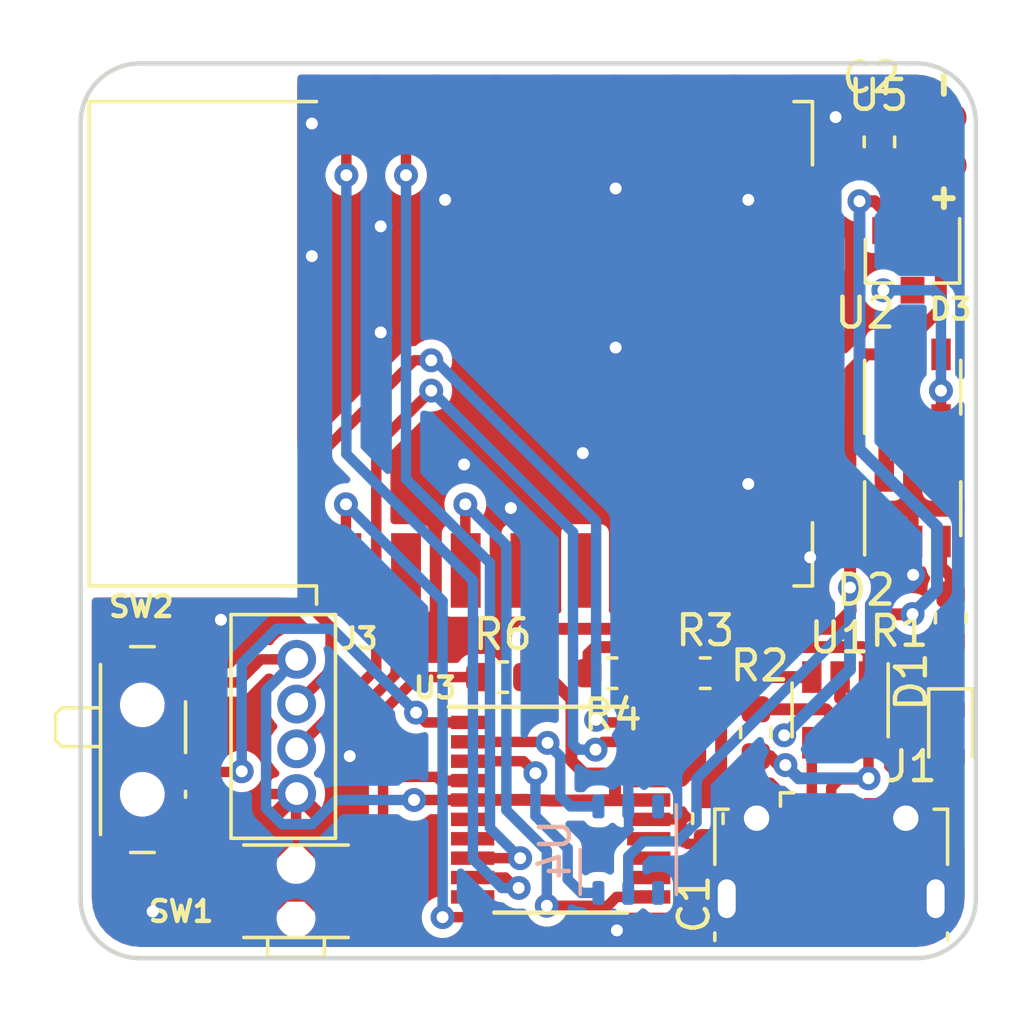
<source format=kicad_pcb>
(kicad_pcb (version 20171130) (host pcbnew "(5.1.5)-3")

  (general
    (thickness 0.5)
    (drawings 8)
    (tracks 351)
    (zones 0)
    (modules 20)
    (nets 24)
  )

  (page A4)
  (layers
    (0 F.Cu signal)
    (31 B.Cu signal)
    (32 B.Adhes user)
    (33 F.Adhes user)
    (34 B.Paste user)
    (35 F.Paste user)
    (36 B.SilkS user)
    (37 F.SilkS user)
    (38 B.Mask user)
    (39 F.Mask user)
    (40 Dwgs.User user)
    (41 Cmts.User user)
    (42 Eco1.User user)
    (43 Eco2.User user)
    (44 Edge.Cuts user)
    (45 Margin user)
    (46 B.CrtYd user)
    (47 F.CrtYd user)
    (48 B.Fab user)
    (49 F.Fab user)
  )

  (setup
    (last_trace_width 0.35)
    (user_trace_width 0.35)
    (user_trace_width 0.4)
    (trace_clearance 0.2)
    (zone_clearance 0.3)
    (zone_45_only no)
    (trace_min 0.2)
    (via_size 0.8)
    (via_drill 0.4)
    (via_min_size 0.4)
    (via_min_drill 0.3)
    (uvia_size 0.3)
    (uvia_drill 0.1)
    (uvias_allowed no)
    (uvia_min_size 0.2)
    (uvia_min_drill 0.1)
    (edge_width 0.05)
    (segment_width 0.2)
    (pcb_text_width 0.3)
    (pcb_text_size 1.5 1.5)
    (mod_edge_width 0.15)
    (mod_text_size 1 1)
    (mod_text_width 0.15)
    (pad_size 1.5 2.4)
    (pad_drill 0)
    (pad_to_mask_clearance 0.051)
    (solder_mask_min_width 0.25)
    (aux_axis_origin 0 0)
    (visible_elements 7FFFFFFF)
    (pcbplotparams
      (layerselection 0x010f0_ffffffff)
      (usegerberextensions false)
      (usegerberattributes false)
      (usegerberadvancedattributes false)
      (creategerberjobfile false)
      (excludeedgelayer true)
      (linewidth 0.100000)
      (plotframeref false)
      (viasonmask false)
      (mode 1)
      (useauxorigin false)
      (hpglpennumber 1)
      (hpglpenspeed 20)
      (hpglpendiameter 15.000000)
      (psnegative false)
      (psa4output false)
      (plotreference true)
      (plotvalue true)
      (plotinvisibletext false)
      (padsonsilk false)
      (subtractmaskfromsilk true)
      (outputformat 1)
      (mirror false)
      (drillshape 0)
      (scaleselection 1)
      (outputdirectory "gerber"))
  )

  (net 0 "")
  (net 1 GND)
  (net 2 +5V)
  (net 3 "Net-(C2-Pad1)")
  (net 4 +3V3)
  (net 5 "Net-(D1-Pad1)")
  (net 6 "Net-(D2-Pad3)")
  (net 7 /Rst_wifi)
  (net 8 /Rx)
  (net 9 /Tx)
  (net 10 /En_wifi)
  (net 11 "Net-(J1-Pad3)")
  (net 12 "Net-(J1-Pad2)")
  (net 13 "Net-(R3-Pad2)")
  (net 14 /Dm)
  (net 15 /Dp)
  (net 16 "Net-(R4-Pad1)")
  (net 17 "Net-(R6-Pad1)")
  (net 18 /SDA)
  (net 19 /SCL)
  (net 20 /DIO)
  (net 21 /CLK)
  (net 22 "Net-(SW2-Pad2)")
  (net 23 "Net-(D3-Pad3)")

  (net_class Default "Это класс цепей по умолчанию."
    (clearance 0.2)
    (trace_width 0.25)
    (via_dia 0.8)
    (via_drill 0.4)
    (uvia_dia 0.3)
    (uvia_drill 0.1)
    (add_net +3V3)
    (add_net +5V)
    (add_net /CLK)
    (add_net /DIO)
    (add_net /Dm)
    (add_net /Dp)
    (add_net /En_wifi)
    (add_net /Rst_wifi)
    (add_net /Rx)
    (add_net /SCL)
    (add_net /SDA)
    (add_net /Tx)
    (add_net GND)
    (add_net "Net-(C2-Pad1)")
    (add_net "Net-(D1-Pad1)")
    (add_net "Net-(D2-Pad3)")
    (add_net "Net-(D3-Pad3)")
    (add_net "Net-(J1-Pad2)")
    (add_net "Net-(J1-Pad3)")
    (add_net "Net-(R3-Pad2)")
    (add_net "Net-(R4-Pad1)")
    (add_net "Net-(R6-Pad1)")
    (add_net "Net-(SW2-Pad2)")
  )

  (module body_temp:DFN-6-1EP_3x3mm_P1mm_EP1.5x2.4mm (layer B.Cu) (tedit 5F19C07C) (tstamp 5EFA2D91)
    (at 34.3522 41.3622 270)
    (descr "DFN, 6 Pin (https://www.silabs.com/documents/public/data-sheets/Si7020-A20.pdf), generated with kicad-footprint-generator ipc_noLead_generator.py")
    (tags "DFN NoLead")
    (path /5EF8C469)
    (attr smd)
    (fp_text reference U4 (at 0 2.45 90) (layer B.SilkS)
      (effects (font (size 1 1) (thickness 0.15)) (justify mirror))
    )
    (fp_text value Si7051-A20 (at 0 -2.45 90) (layer B.Fab)
      (effects (font (size 1 1) (thickness 0.15)) (justify mirror))
    )
    (fp_text user %R (at 0 0 90) (layer B.Fab)
      (effects (font (size 0.75 0.75) (thickness 0.11)) (justify mirror))
    )
    (fp_line (start 2.1 1.75) (end -2.1 1.75) (layer B.CrtYd) (width 0.05))
    (fp_line (start 2.1 -1.75) (end 2.1 1.75) (layer B.CrtYd) (width 0.05))
    (fp_line (start -2.1 -1.75) (end 2.1 -1.75) (layer B.CrtYd) (width 0.05))
    (fp_line (start -2.1 1.75) (end -2.1 -1.75) (layer B.CrtYd) (width 0.05))
    (fp_line (start -1.5 0.75) (end -0.75 1.5) (layer B.Fab) (width 0.1))
    (fp_line (start -1.5 -1.5) (end -1.5 0.75) (layer B.Fab) (width 0.1))
    (fp_line (start 1.5 -1.5) (end -1.5 -1.5) (layer B.Fab) (width 0.1))
    (fp_line (start 1.5 1.5) (end 1.5 -1.5) (layer B.Fab) (width 0.1))
    (fp_line (start -0.75 1.5) (end 1.5 1.5) (layer B.Fab) (width 0.1))
    (fp_line (start -1.5 -1.61) (end 1.5 -1.61) (layer B.SilkS) (width 0.12))
    (fp_line (start 0 1.61) (end 1.5 1.61) (layer B.SilkS) (width 0.12))
    (pad 6 smd roundrect (at 1.45 1 270) (size 0.8 0.4) (layers B.Cu B.Paste B.Mask) (roundrect_rratio 0.25)
      (net 19 /SCL))
    (pad 5 smd roundrect (at 1.45 0 270) (size 0.8 0.4) (layers B.Cu B.Paste B.Mask) (roundrect_rratio 0.25)
      (net 4 +3V3))
    (pad 4 smd roundrect (at 1.45 -1 270) (size 0.8 0.4) (layers B.Cu B.Paste B.Mask) (roundrect_rratio 0.25))
    (pad 3 smd roundrect (at -1.45 -1 270) (size 0.8 0.4) (layers B.Cu B.Paste B.Mask) (roundrect_rratio 0.25))
    (pad 2 smd roundrect (at -1.45 0 270) (size 0.8 0.4) (layers B.Cu B.Paste B.Mask) (roundrect_rratio 0.25)
      (net 1 GND))
    (pad 1 smd roundrect (at -1.45 1 270) (size 0.8 0.4) (layers B.Cu B.Paste B.Mask) (roundrect_rratio 0.25)
      (net 18 /SDA))
    (model ${KISYS3DMOD}/Package_DFN_QFN.3dshapes/DFN-6-1EP_3x3mm_P1mm_EP1.5x2.4mm.wrl
      (at (xyz 0 0 0))
      (scale (xyz 1 1 1))
      (rotate (xyz 0 0 0))
    )
  )

  (module Package_TO_SOT_SMD:SOT-23 (layer F.Cu) (tedit 5A02FF57) (tstamp 5F11AB99)
    (at 43.8785 21.606 270)
    (descr "SOT-23, Standard")
    (tags SOT-23)
    (path /5F124B7C)
    (attr smd)
    (fp_text reference D3 (at 1.635 -1.27 180) (layer F.SilkS)
      (effects (font (size 0.7 0.7) (thickness 0.15)))
    )
    (fp_text value BAV70T (at 0 2.5 90) (layer F.Fab)
      (effects (font (size 1 1) (thickness 0.15)))
    )
    (fp_line (start 0.76 1.58) (end -0.7 1.58) (layer F.SilkS) (width 0.12))
    (fp_line (start 0.76 -1.58) (end -1.4 -1.58) (layer F.SilkS) (width 0.12))
    (fp_line (start -1.7 1.75) (end -1.7 -1.75) (layer F.CrtYd) (width 0.05))
    (fp_line (start 1.7 1.75) (end -1.7 1.75) (layer F.CrtYd) (width 0.05))
    (fp_line (start 1.7 -1.75) (end 1.7 1.75) (layer F.CrtYd) (width 0.05))
    (fp_line (start -1.7 -1.75) (end 1.7 -1.75) (layer F.CrtYd) (width 0.05))
    (fp_line (start 0.76 -1.58) (end 0.76 -0.65) (layer F.SilkS) (width 0.12))
    (fp_line (start 0.76 1.58) (end 0.76 0.65) (layer F.SilkS) (width 0.12))
    (fp_line (start -0.7 1.52) (end 0.7 1.52) (layer F.Fab) (width 0.1))
    (fp_line (start 0.7 -1.52) (end 0.7 1.52) (layer F.Fab) (width 0.1))
    (fp_line (start -0.7 -0.95) (end -0.15 -1.52) (layer F.Fab) (width 0.1))
    (fp_line (start -0.15 -1.52) (end 0.7 -1.52) (layer F.Fab) (width 0.1))
    (fp_line (start -0.7 -0.95) (end -0.7 1.5) (layer F.Fab) (width 0.1))
    (fp_text user %R (at 0 0) (layer F.Fab)
      (effects (font (size 0.5 0.5) (thickness 0.075)))
    )
    (pad 3 smd rect (at 1 0 270) (size 0.9 0.8) (layers F.Cu F.Paste F.Mask)
      (net 23 "Net-(D3-Pad3)"))
    (pad 2 smd rect (at -1 0.95 270) (size 0.9 0.8) (layers F.Cu F.Paste F.Mask)
      (net 2 +5V))
    (pad 1 smd rect (at -1 -0.95 270) (size 0.9 0.8) (layers F.Cu F.Paste F.Mask)
      (net 3 "Net-(C2-Pad1)"))
    (model ${KISYS3DMOD}/Package_TO_SOT_SMD.3dshapes/SOT-23.wrl
      (at (xyz 0 0 0))
      (scale (xyz 1 1 1))
      (rotate (xyz 0 0 0))
    )
  )

  (module body_temp:SW_SPDT_PCM12 (layer F.Cu) (tedit 5F038A09) (tstamp 5F03F7BC)
    (at 18.397 38.006 270)
    (descr "Ultraminiature Surface Mount Slide Switch, right-angle, https://www.ckswitches.com/media/1424/pcm.pdf")
    (path /5F03C684)
    (zone_connect 2)
    (attr smd)
    (fp_text reference SW2 (at -4.7955 0.363 180) (layer F.SilkS)
      (effects (font (size 0.7 0.7) (thickness 0.15)))
    )
    (fp_text value "Boot mode" (at 0 4.25 90) (layer F.Fab)
      (effects (font (size 1 1) (thickness 0.15)))
    )
    (fp_text user %R (at 0 -3.2 90) (layer F.Fab)
      (effects (font (size 1 1) (thickness 0.15)))
    )
    (fp_line (start -1.4 1.65) (end -1.4 2.95) (layer F.Fab) (width 0.1))
    (fp_line (start -1.4 2.95) (end -1.2 3.15) (layer F.Fab) (width 0.1))
    (fp_line (start -1.2 3.15) (end -0.35 3.15) (layer F.Fab) (width 0.1))
    (fp_line (start -0.35 3.15) (end -0.15 2.95) (layer F.Fab) (width 0.1))
    (fp_line (start -0.15 2.95) (end -0.1 2.9) (layer F.Fab) (width 0.1))
    (fp_line (start -0.1 2.9) (end -0.1 1.6) (layer F.Fab) (width 0.1))
    (fp_line (start -3.35 -1) (end -3.35 1.6) (layer F.Fab) (width 0.1))
    (fp_line (start -3.35 1.6) (end 3.35 1.6) (layer F.Fab) (width 0.1))
    (fp_line (start 3.35 1.6) (end 3.35 -1) (layer F.Fab) (width 0.1))
    (fp_line (start 3.35 -1) (end -3.35 -1) (layer F.Fab) (width 0.1))
    (fp_line (start 1.4 -1.12) (end 1.6 -1.12) (layer F.SilkS) (width 0.12))
    (fp_line (start -4.4 -2.45) (end 4.4 -2.45) (layer F.CrtYd) (width 0.05))
    (fp_line (start 4.4 -2.45) (end 4.4 2.1) (layer F.CrtYd) (width 0.05))
    (fp_line (start 4.4 2.1) (end 1.65 2.1) (layer F.CrtYd) (width 0.05))
    (fp_line (start 1.65 2.1) (end 1.65 3.4) (layer F.CrtYd) (width 0.05))
    (fp_line (start 1.65 3.4) (end -1.65 3.4) (layer F.CrtYd) (width 0.05))
    (fp_line (start -1.65 3.4) (end -1.65 2.1) (layer F.CrtYd) (width 0.05))
    (fp_line (start -1.65 2.1) (end -4.4 2.1) (layer F.CrtYd) (width 0.05))
    (fp_line (start -4.4 2.1) (end -4.4 -2.45) (layer F.CrtYd) (width 0.05))
    (fp_line (start -1.4 3.02) (end -1.2 3.23) (layer F.SilkS) (width 0.12))
    (fp_line (start -0.1 3.02) (end -0.3 3.23) (layer F.SilkS) (width 0.12))
    (fp_line (start -1.4 1.73) (end -1.4 3.02) (layer F.SilkS) (width 0.12))
    (fp_line (start -1.2 3.23) (end -0.3 3.23) (layer F.SilkS) (width 0.12))
    (fp_line (start -0.1 3.02) (end -0.1 1.73) (layer F.SilkS) (width 0.12))
    (fp_line (start -2.85 1.73) (end 2.85 1.73) (layer F.SilkS) (width 0.12))
    (fp_line (start -1.6 -1.12) (end 0.1 -1.12) (layer F.SilkS) (width 0.12))
    (fp_line (start -3.45 -0.07) (end -3.45 0.72) (layer F.SilkS) (width 0.12))
    (fp_line (start 3.45 0.72) (end 3.45 -0.07) (layer F.SilkS) (width 0.12))
    (pad "" np_thru_hole circle (at -1.5 0.33 270) (size 0.9 0.9) (drill 0.9) (layers *.Cu *.Mask)
      (zone_connect 2))
    (pad "" np_thru_hole circle (at 1.5 0.33 270) (size 0.9 0.9) (drill 0.9) (layers *.Cu *.Mask)
      (zone_connect 2))
    (pad 1 smd rect (at -2.25 -1.43 270) (size 0.7 1.5) (layers F.Cu F.Paste F.Mask)
      (net 4 +3V3) (zone_connect 2))
    (pad 2 smd rect (at 0.75 -1.43 270) (size 0.7 1.5) (layers F.Cu F.Paste F.Mask)
      (net 22 "Net-(SW2-Pad2)") (zone_connect 2))
    (pad 3 smd rect (at 2.25 -1.43 270) (size 0.7 1.5) (layers F.Cu F.Paste F.Mask)
      (net 1 GND) (zone_connect 2))
    (pad 3 smd rect (at -3.65 1.43 270) (size 1 0.8) (layers F.Cu F.Paste F.Mask)
      (net 1 GND) (zone_connect 2))
    (pad 3 smd rect (at 3.65 1.43 270) (size 1 0.8) (layers F.Cu F.Paste F.Mask)
      (net 1 GND) (zone_connect 2))
    (pad 3 smd rect (at 3.65 -0.78 270) (size 1 0.8) (layers F.Cu F.Paste F.Mask)
      (net 1 GND) (zone_connect 2))
    (pad 3 smd rect (at -3.65 -0.78 270) (size 1 0.8) (layers F.Cu F.Paste F.Mask)
      (net 1 GND) (zone_connect 2))
    (model ${KISYS3DMOD}/Button_Switch_SMD.3dshapes/SW_SPDT_PCM12.wrl
      (at (xyz 0 0 0))
      (scale (xyz 1 1 1))
      (rotate (xyz 0 0 0))
    )
  )

  (module body_temp:SW_SPST_EVQP7C (layer F.Cu) (tedit 5F0342A7) (tstamp 5F038C2F)
    (at 23.219 42.757)
    (descr "Light Touch Switch")
    (path /5F03E002)
    (zone_connect 2)
    (attr smd)
    (fp_text reference SW1 (at -3.8515 0.677 180) (layer F.SilkS)
      (effects (font (size 0.7 0.7) (thickness 0.15)))
    )
    (fp_text value SW_Push (at 0 3.25) (layer F.Fab)
      (effects (font (size 1 1) (thickness 0.15)))
    )
    (fp_text user %R (at 0 -2.5) (layer F.Fab)
      (effects (font (size 1 1) (thickness 0.15)))
    )
    (fp_line (start 0.95 1.55) (end 0.95 2.2) (layer F.SilkS) (width 0.12))
    (fp_line (start 0.95 2.2) (end -0.95 2.2) (layer F.SilkS) (width 0.12))
    (fp_line (start -0.95 2.2) (end -0.95 1.55) (layer F.SilkS) (width 0.12))
    (fp_line (start -0.85 2.1) (end 0.85 2.1) (layer F.Fab) (width 0.1))
    (fp_line (start 0.85 2.1) (end 0.85 1.45) (layer F.Fab) (width 0.1))
    (fp_line (start -0.85 2.1) (end -0.85 1.45) (layer F.Fab) (width 0.1))
    (fp_line (start -1.75 -1.45) (end 1.75 -1.45) (layer F.Fab) (width 0.1))
    (fp_line (start 1.75 -1.45) (end 1.75 1.45) (layer F.Fab) (width 0.1))
    (fp_line (start 1.75 1.45) (end -1.75 1.45) (layer F.Fab) (width 0.1))
    (fp_line (start -1.75 1.45) (end -1.75 -1.4) (layer F.Fab) (width 0.1))
    (fp_line (start -1.1 2.35) (end -1.1 1.7) (layer F.CrtYd) (width 0.05))
    (fp_line (start -1.1 1.7) (end -2.75 1.7) (layer F.CrtYd) (width 0.05))
    (fp_line (start 2.75 1.7) (end 1.1 1.7) (layer F.CrtYd) (width 0.05))
    (fp_line (start 1.1 1.7) (end 1.1 2.35) (layer F.CrtYd) (width 0.05))
    (fp_line (start -1.75 -1.55) (end 1.75 -1.55) (layer F.SilkS) (width 0.12))
    (fp_line (start 1.75 1.55) (end -1.75 1.55) (layer F.SilkS) (width 0.12))
    (fp_line (start -2.75 -1.7) (end 2.75 -1.7) (layer F.CrtYd) (width 0.05))
    (fp_line (start 2.75 -1.7) (end 2.75 1.7) (layer F.CrtYd) (width 0.05))
    (fp_line (start 1.1 2.35) (end -1.1 2.35) (layer F.CrtYd) (width 0.05))
    (fp_line (start -2.75 1.7) (end -2.75 -1.7) (layer F.CrtYd) (width 0.05))
    (pad 1 smd rect (at 1.8 -0.72) (size 1.4 1.05) (layers F.Cu F.Paste F.Mask)
      (net 1 GND) (zone_connect 2))
    (pad 1 smd rect (at -1.8 -0.72) (size 1.4 1.05) (layers F.Cu F.Paste F.Mask)
      (net 1 GND) (zone_connect 2))
    (pad 2 smd rect (at 1.8 0.72) (size 1.4 1.05) (layers F.Cu F.Paste F.Mask)
      (net 17 "Net-(R6-Pad1)") (zone_connect 2))
    (pad 2 smd rect (at -1.8 0.72) (size 1.4 1.05) (layers F.Cu F.Paste F.Mask)
      (net 17 "Net-(R6-Pad1)") (zone_connect 2))
    (pad "" np_thru_hole circle (at 0 -0.9) (size 0.7 0.7) (drill 0.7) (layers *.Cu *.Mask)
      (zone_connect 2))
    (pad "" np_thru_hole circle (at 0 0.9) (size 0.7 0.7) (drill 0.7) (layers *.Cu *.Mask)
      (zone_connect 2))
    (model ${KISYS3DMOD}/Button_Switch_SMD.3dshapes/SW_SPST_EVQP7C.wrl
      (at (xyz 0 0 0))
      (scale (xyz 1 1 1))
      (rotate (xyz 0 0 0))
    )
    (model ${KIPRJMOD}/body/button.wrl
      (offset (xyz 0 0 1.35))
      (scale (xyz 393.9 393.9 393.9))
      (rotate (xyz 0 180 0))
    )
  )

  (module body_temp:ZH_Conn_04x01 (layer F.Cu) (tedit 5EFE3D3D) (tstamp 5F038BFB)
    (at 26.241 38.481 270)
    (path /5EFE67F9)
    (fp_text reference J3 (at -4.191 0.9045 180) (layer F.SilkS)
      (effects (font (size 0.7 0.7) (thickness 0.15)))
    )
    (fp_text value ST-Link (at 0.3 -2.5 90) (layer F.Fab)
      (effects (font (size 1 1) (thickness 0.15)))
    )
    (fp_line (start 2.5 1.7) (end 2.5 5.2) (layer F.SilkS) (width 0.12))
    (fp_line (start -5 1.7) (end 2.5 1.7) (layer F.SilkS) (width 0.12))
    (fp_line (start -5 5.2) (end -5 1.7) (layer F.SilkS) (width 0.12))
    (fp_line (start 2.5 5.2) (end -5 5.2) (layer F.SilkS) (width 0.12))
    (pad 4 thru_hole circle (at 1 3 270) (size 1.3 1.3) (drill 0.762) (layers *.Cu *.Mask)
      (net 1 GND))
    (pad 3 thru_hole circle (at -0.5 3 270) (size 1.3 1.3) (drill 0.762) (layers *.Cu *.Mask)
      (net 20 /DIO))
    (pad 2 thru_hole circle (at -2 3 270) (size 1.3 1.3) (drill 0.762) (layers *.Cu *.Mask)
      (net 21 /CLK))
    (pad 1 thru_hole circle (at -3.5 3 270) (size 1.3 1.3) (drill 0.762) (layers *.Cu *.Mask)
      (net 4 +3V3))
    (model ${KIPRJMOD}/body/zh_04x01_1.5mm.wrl
      (offset (xyz -1.25 -3.45 0))
      (scale (xyz 393.9 393.9 393.9))
      (rotate (xyz -90 0 0))
    )
  )

  (module body_temp:accum (layer F.Cu) (tedit 5EFB7773) (tstamp 5EF9F6B3)
    (at 43.0282 17.6191 90)
    (path /5EF91F2E)
    (fp_text reference J2 (at 0 0.5 90) (layer F.SilkS) hide
      (effects (font (size 1 1) (thickness 0.15)))
    )
    (fp_text value Аккумулятор (at 0 -0.5 90) (layer F.Fab)
      (effects (font (size 1 1) (thickness 0.15)))
    )
    (fp_line (start 2.2 1.9) (end 1.6 1.9) (layer F.SilkS) (width 0.2))
    (fp_line (start -1.9 1.6) (end -1.9 2.2) (layer F.SilkS) (width 0.2))
    (fp_line (start -1.6 1.9) (end -2.2 1.9) (layer F.SilkS) (width 0.2))
    (pad 2 smd oval (at 0.8 1.9 90) (size 1 1.524) (layers F.Cu F.Paste F.Mask)
      (net 1 GND))
    (pad 1 smd oval (at -0.8 1.9 90) (size 1 1.524) (layers F.Cu F.Paste F.Mask)
      (net 3 "Net-(C2-Pad1)"))
  )

  (module RF_Module:ESP-12E (layer F.Cu) (tedit 5A030172) (tstamp 5EFBDA5C)
    (at 28.4055 24.401 90)
    (descr "Wi-Fi Module, http://wiki.ai-thinker.com/_media/esp8266/docs/aithinker_esp_12f_datasheet_en.pdf")
    (tags "Wi-Fi Module")
    (path /5EFB9D06)
    (attr smd)
    (fp_text reference U5 (at 8.3355 14.33) (layer F.SilkS)
      (effects (font (size 1 1) (thickness 0.15)))
    )
    (fp_text value ESP-12F (at -0.06 -12.78 90) (layer F.Fab)
      (effects (font (size 1 1) (thickness 0.15)))
    )
    (fp_line (start 5.56 -4.8) (end 8.12 -7.36) (layer Dwgs.User) (width 0.12))
    (fp_line (start 2.56 -4.8) (end 8.12 -10.36) (layer Dwgs.User) (width 0.12))
    (fp_line (start -0.44 -4.8) (end 6.88 -12.12) (layer Dwgs.User) (width 0.12))
    (fp_line (start -3.44 -4.8) (end 3.88 -12.12) (layer Dwgs.User) (width 0.12))
    (fp_line (start -6.44 -4.8) (end 0.88 -12.12) (layer Dwgs.User) (width 0.12))
    (fp_line (start -8.12 -6.12) (end -2.12 -12.12) (layer Dwgs.User) (width 0.12))
    (fp_line (start -8.12 -9.12) (end -5.12 -12.12) (layer Dwgs.User) (width 0.12))
    (fp_line (start -8.12 -4.8) (end -8.12 -12.12) (layer Dwgs.User) (width 0.12))
    (fp_line (start 8.12 -4.8) (end -8.12 -4.8) (layer Dwgs.User) (width 0.12))
    (fp_line (start 8.12 -12.12) (end 8.12 -4.8) (layer Dwgs.User) (width 0.12))
    (fp_line (start -8.12 -12.12) (end 8.12 -12.12) (layer Dwgs.User) (width 0.12))
    (fp_line (start -8.12 -4.5) (end -8.73 -4.5) (layer F.SilkS) (width 0.12))
    (fp_line (start -8.12 -4.5) (end -8.12 -12.12) (layer F.SilkS) (width 0.12))
    (fp_line (start -8.12 12.12) (end -8.12 11.5) (layer F.SilkS) (width 0.12))
    (fp_line (start -6 12.12) (end -8.12 12.12) (layer F.SilkS) (width 0.12))
    (fp_line (start 8.12 12.12) (end 6 12.12) (layer F.SilkS) (width 0.12))
    (fp_line (start 8.12 11.5) (end 8.12 12.12) (layer F.SilkS) (width 0.12))
    (fp_line (start 8.12 -12.12) (end 8.12 -4.5) (layer F.SilkS) (width 0.12))
    (fp_line (start -8.12 -12.12) (end 8.12 -12.12) (layer F.SilkS) (width 0.12))
    (fp_line (start -9.05 13.1) (end -9.05 -12.2) (layer F.CrtYd) (width 0.05))
    (fp_line (start 9.05 13.1) (end -9.05 13.1) (layer F.CrtYd) (width 0.05))
    (fp_line (start 9.05 -12.2) (end 9.05 13.1) (layer F.CrtYd) (width 0.05))
    (fp_line (start -9.05 -12.2) (end 9.05 -12.2) (layer F.CrtYd) (width 0.05))
    (fp_line (start -8 -4) (end -8 -12) (layer F.Fab) (width 0.12))
    (fp_line (start -7.5 -3.5) (end -8 -4) (layer F.Fab) (width 0.12))
    (fp_line (start -8 -3) (end -7.5 -3.5) (layer F.Fab) (width 0.12))
    (fp_line (start -8 12) (end -8 -3) (layer F.Fab) (width 0.12))
    (fp_line (start 8 12) (end -8 12) (layer F.Fab) (width 0.12))
    (fp_line (start 8 -12) (end 8 12) (layer F.Fab) (width 0.12))
    (fp_line (start -8 -12) (end 8 -12) (layer F.Fab) (width 0.12))
    (fp_text user %R (at 0.49 -0.8 90) (layer F.Fab)
      (effects (font (size 1 1) (thickness 0.15)))
    )
    (fp_text user "KEEP-OUT ZONE" (at 0.03 -9.55 270) (layer Cmts.User)
      (effects (font (size 1 1) (thickness 0.15)))
    )
    (fp_text user Antenna (at -0.06 -7 270) (layer Cmts.User)
      (effects (font (size 1 1) (thickness 0.15)))
    )
    (pad 22 smd rect (at 7.6 -3.5 90) (size 2.5 1) (layers F.Cu F.Paste F.Mask)
      (net 8 /Rx))
    (pad 21 smd rect (at 7.6 -1.5 90) (size 2.5 1) (layers F.Cu F.Paste F.Mask)
      (net 9 /Tx))
    (pad 20 smd rect (at 7.6 0.5 90) (size 2.5 1) (layers F.Cu F.Paste F.Mask))
    (pad 19 smd rect (at 7.6 2.5 90) (size 2.5 1) (layers F.Cu F.Paste F.Mask))
    (pad 18 smd rect (at 7.6 4.5 90) (size 2.5 1) (layers F.Cu F.Paste F.Mask))
    (pad 17 smd rect (at 7.6 6.5 90) (size 2.5 1) (layers F.Cu F.Paste F.Mask))
    (pad 16 smd rect (at 7.6 8.5 90) (size 2.5 1) (layers F.Cu F.Paste F.Mask)
      (net 1 GND))
    (pad 15 smd rect (at 7.6 10.5 90) (size 2.5 1) (layers F.Cu F.Paste F.Mask)
      (net 1 GND))
    (pad 14 smd rect (at 5 12 90) (size 1 1.8) (layers F.Cu F.Paste F.Mask))
    (pad 13 smd rect (at 3 12 90) (size 1 1.8) (layers F.Cu F.Paste F.Mask))
    (pad 12 smd rect (at 1 12 90) (size 1 1.8) (layers F.Cu F.Paste F.Mask))
    (pad 11 smd rect (at -1 12 90) (size 1 1.8) (layers F.Cu F.Paste F.Mask))
    (pad 10 smd rect (at -3 12 90) (size 1 1.8) (layers F.Cu F.Paste F.Mask))
    (pad 9 smd rect (at -5 12 90) (size 1 1.8) (layers F.Cu F.Paste F.Mask))
    (pad 8 smd rect (at -7.6 10.5 90) (size 2.5 1) (layers F.Cu F.Paste F.Mask)
      (net 4 +3V3))
    (pad 7 smd rect (at -7.6 8.5 90) (size 2.5 1) (layers F.Cu F.Paste F.Mask))
    (pad 6 smd rect (at -7.6 6.5 90) (size 2.5 1) (layers F.Cu F.Paste F.Mask))
    (pad 5 smd rect (at -7.6 4.5 90) (size 2.5 1) (layers F.Cu F.Paste F.Mask))
    (pad 4 smd rect (at -7.6 2.5 90) (size 2.5 1) (layers F.Cu F.Paste F.Mask))
    (pad 3 smd rect (at -7.6 0.5 90) (size 2.5 1) (layers F.Cu F.Paste F.Mask)
      (net 10 /En_wifi))
    (pad 2 smd rect (at -7.6 -1.5 90) (size 2.5 1) (layers F.Cu F.Paste F.Mask))
    (pad 1 smd rect (at -7.6 -3.5 90) (size 2.5 1) (layers F.Cu F.Paste F.Mask)
      (net 7 /Rst_wifi))
    (model ${KIPRJMOD}/body/esp-12f_.wrl
      (offset (xyz 0 -0.5 0))
      (scale (xyz 0.3939 0.3939 0.3939))
      (rotate (xyz -90 0 0))
    )
  )

  (module Capacitor_SMD:C_0603_1608Metric (layer F.Cu) (tedit 5B301BBE) (tstamp 5EF9F60D)
    (at 42.7692 17.6318 90)
    (descr "Capacitor SMD 0603 (1608 Metric), square (rectangular) end terminal, IPC_7351 nominal, (Body size source: http://www.tortai-tech.com/upload/download/2011102023233369053.pdf), generated with kicad-footprint-generator")
    (tags capacitor)
    (path /5EFE4019)
    (attr smd)
    (fp_text reference C2 (at 2.1589 -0.2667 180) (layer F.SilkS)
      (effects (font (size 1 1) (thickness 0.15)))
    )
    (fp_text value 1uF (at 0 1.43 90) (layer F.Fab)
      (effects (font (size 1 1) (thickness 0.15)))
    )
    (fp_text user %R (at 0 0 90) (layer F.Fab)
      (effects (font (size 0.4 0.4) (thickness 0.06)))
    )
    (fp_line (start 1.48 0.73) (end -1.48 0.73) (layer F.CrtYd) (width 0.05))
    (fp_line (start 1.48 -0.73) (end 1.48 0.73) (layer F.CrtYd) (width 0.05))
    (fp_line (start -1.48 -0.73) (end 1.48 -0.73) (layer F.CrtYd) (width 0.05))
    (fp_line (start -1.48 0.73) (end -1.48 -0.73) (layer F.CrtYd) (width 0.05))
    (fp_line (start -0.162779 0.51) (end 0.162779 0.51) (layer F.SilkS) (width 0.12))
    (fp_line (start -0.162779 -0.51) (end 0.162779 -0.51) (layer F.SilkS) (width 0.12))
    (fp_line (start 0.8 0.4) (end -0.8 0.4) (layer F.Fab) (width 0.1))
    (fp_line (start 0.8 -0.4) (end 0.8 0.4) (layer F.Fab) (width 0.1))
    (fp_line (start -0.8 -0.4) (end 0.8 -0.4) (layer F.Fab) (width 0.1))
    (fp_line (start -0.8 0.4) (end -0.8 -0.4) (layer F.Fab) (width 0.1))
    (pad 2 smd roundrect (at 0.7875 0 90) (size 0.875 0.95) (layers F.Cu F.Paste F.Mask) (roundrect_rratio 0.25)
      (net 1 GND))
    (pad 1 smd roundrect (at -0.7875 0 90) (size 0.875 0.95) (layers F.Cu F.Paste F.Mask) (roundrect_rratio 0.25)
      (net 3 "Net-(C2-Pad1)"))
    (model ${KISYS3DMOD}/Capacitor_SMD.3dshapes/C_0603_1608Metric.wrl
      (at (xyz 0 0 0))
      (scale (xyz 1 1 1))
      (rotate (xyz 0 0 0))
    )
  )

  (module Capacitor_SMD:C_0603_1608Metric (layer F.Cu) (tedit 5B301BBE) (tstamp 5F11D24E)
    (at 37.0205 40.3225 270)
    (descr "Capacitor SMD 0603 (1608 Metric), square (rectangular) end terminal, IPC_7351 nominal, (Body size source: http://www.tortai-tech.com/upload/download/2011102023233369053.pdf), generated with kicad-footprint-generator")
    (tags capacitor)
    (path /5EFDCA3F)
    (attr smd)
    (fp_text reference C1 (at 2.866 0.4655 270) (layer F.SilkS)
      (effects (font (size 1 1) (thickness 0.15)))
    )
    (fp_text value 1uF (at 0 1.43 90) (layer F.Fab)
      (effects (font (size 1 1) (thickness 0.15)))
    )
    (fp_text user %R (at 0 0 90) (layer F.Fab)
      (effects (font (size 0.4 0.4) (thickness 0.06)))
    )
    (fp_line (start 1.48 0.73) (end -1.48 0.73) (layer F.CrtYd) (width 0.05))
    (fp_line (start 1.48 -0.73) (end 1.48 0.73) (layer F.CrtYd) (width 0.05))
    (fp_line (start -1.48 -0.73) (end 1.48 -0.73) (layer F.CrtYd) (width 0.05))
    (fp_line (start -1.48 0.73) (end -1.48 -0.73) (layer F.CrtYd) (width 0.05))
    (fp_line (start -0.162779 0.51) (end 0.162779 0.51) (layer F.SilkS) (width 0.12))
    (fp_line (start -0.162779 -0.51) (end 0.162779 -0.51) (layer F.SilkS) (width 0.12))
    (fp_line (start 0.8 0.4) (end -0.8 0.4) (layer F.Fab) (width 0.1))
    (fp_line (start 0.8 -0.4) (end 0.8 0.4) (layer F.Fab) (width 0.1))
    (fp_line (start -0.8 -0.4) (end 0.8 -0.4) (layer F.Fab) (width 0.1))
    (fp_line (start -0.8 0.4) (end -0.8 -0.4) (layer F.Fab) (width 0.1))
    (pad 2 smd roundrect (at 0.7875 0 270) (size 0.875 0.95) (layers F.Cu F.Paste F.Mask) (roundrect_rratio 0.25)
      (net 1 GND))
    (pad 1 smd roundrect (at -0.7875 0 270) (size 0.875 0.95) (layers F.Cu F.Paste F.Mask) (roundrect_rratio 0.25)
      (net 2 +5V))
    (model ${KISYS3DMOD}/Capacitor_SMD.3dshapes/C_0603_1608Metric.wrl
      (at (xyz 0 0 0))
      (scale (xyz 1 1 1))
      (rotate (xyz 0 0 0))
    )
  )

  (module Package_SO:TSSOP-20_4.4x6.5mm_P0.65mm (layer F.Cu) (tedit 5A02F25C) (tstamp 5EF9F78A)
    (at 32.0885 40.022)
    (descr "20-Lead Plastic Thin Shrink Small Outline (ST)-4.4 mm Body [TSSOP] (see Microchip Packaging Specification 00000049BS.pdf)")
    (tags "SSOP 0.65")
    (path /5EF8B545)
    (attr smd)
    (fp_text reference U3 (at -4.212 -4.081) (layer F.SilkS)
      (effects (font (size 0.7 0.7) (thickness 0.15)))
    )
    (fp_text value STM32F042F4P6 (at 0 4.3) (layer F.Fab)
      (effects (font (size 1 1) (thickness 0.15)))
    )
    (fp_text user %R (at 0 0) (layer F.Fab)
      (effects (font (size 0.8 0.8) (thickness 0.15)))
    )
    (fp_line (start -3.75 -3.45) (end 2.225 -3.45) (layer F.SilkS) (width 0.15))
    (fp_line (start -2.225 3.45) (end 2.225 3.45) (layer F.SilkS) (width 0.15))
    (fp_line (start -3.95 3.55) (end 3.95 3.55) (layer F.CrtYd) (width 0.05))
    (fp_line (start -3.95 -3.55) (end 3.95 -3.55) (layer F.CrtYd) (width 0.05))
    (fp_line (start 3.95 -3.55) (end 3.95 3.55) (layer F.CrtYd) (width 0.05))
    (fp_line (start -3.95 -3.55) (end -3.95 3.55) (layer F.CrtYd) (width 0.05))
    (fp_line (start -2.2 -2.25) (end -1.2 -3.25) (layer F.Fab) (width 0.15))
    (fp_line (start -2.2 3.25) (end -2.2 -2.25) (layer F.Fab) (width 0.15))
    (fp_line (start 2.2 3.25) (end -2.2 3.25) (layer F.Fab) (width 0.15))
    (fp_line (start 2.2 -3.25) (end 2.2 3.25) (layer F.Fab) (width 0.15))
    (fp_line (start -1.2 -3.25) (end 2.2 -3.25) (layer F.Fab) (width 0.15))
    (pad 20 smd rect (at 2.95 -2.925) (size 1.45 0.45) (layers F.Cu F.Paste F.Mask)
      (net 21 /CLK))
    (pad 19 smd rect (at 2.95 -2.275) (size 1.45 0.45) (layers F.Cu F.Paste F.Mask)
      (net 20 /DIO))
    (pad 18 smd rect (at 2.95 -1.625) (size 1.45 0.45) (layers F.Cu F.Paste F.Mask)
      (net 15 /Dp))
    (pad 17 smd rect (at 2.95 -0.975) (size 1.45 0.45) (layers F.Cu F.Paste F.Mask)
      (net 14 /Dm))
    (pad 16 smd rect (at 2.95 -0.325) (size 1.45 0.45) (layers F.Cu F.Paste F.Mask)
      (net 4 +3V3))
    (pad 15 smd rect (at 2.95 0.325) (size 1.45 0.45) (layers F.Cu F.Paste F.Mask)
      (net 1 GND))
    (pad 14 smd rect (at 2.95 0.975) (size 1.45 0.45) (layers F.Cu F.Paste F.Mask))
    (pad 13 smd rect (at 2.95 1.625) (size 1.45 0.45) (layers F.Cu F.Paste F.Mask))
    (pad 12 smd rect (at 2.95 2.275) (size 1.45 0.45) (layers F.Cu F.Paste F.Mask))
    (pad 11 smd rect (at 2.95 2.925) (size 1.45 0.45) (layers F.Cu F.Paste F.Mask)
      (net 10 /En_wifi))
    (pad 10 smd rect (at -2.95 2.925) (size 1.45 0.45) (layers F.Cu F.Paste F.Mask)
      (net 7 /Rst_wifi))
    (pad 9 smd rect (at -2.95 2.275) (size 1.45 0.45) (layers F.Cu F.Paste F.Mask)
      (net 8 /Rx))
    (pad 8 smd rect (at -2.95 1.625) (size 1.45 0.45) (layers F.Cu F.Paste F.Mask)
      (net 9 /Tx))
    (pad 7 smd rect (at -2.95 0.975) (size 1.45 0.45) (layers F.Cu F.Paste F.Mask))
    (pad 6 smd rect (at -2.95 0.325) (size 1.45 0.45) (layers F.Cu F.Paste F.Mask))
    (pad 5 smd rect (at -2.95 -0.325) (size 1.45 0.45) (layers F.Cu F.Paste F.Mask)
      (net 4 +3V3))
    (pad 4 smd rect (at -2.95 -0.975) (size 1.45 0.45) (layers F.Cu F.Paste F.Mask)
      (net 17 "Net-(R6-Pad1)"))
    (pad 3 smd rect (at -2.95 -1.625) (size 1.45 0.45) (layers F.Cu F.Paste F.Mask)
      (net 19 /SCL))
    (pad 2 smd rect (at -2.95 -2.275) (size 1.45 0.45) (layers F.Cu F.Paste F.Mask)
      (net 18 /SDA))
    (pad 1 smd rect (at -2.95 -2.925) (size 1.45 0.45) (layers F.Cu F.Paste F.Mask)
      (net 22 "Net-(SW2-Pad2)"))
    (model ${KISYS3DMOD}/Package_SO.3dshapes/TSSOP-20_4.4x6.5mm_P0.65mm.wrl
      (at (xyz 0 0 0))
      (scale (xyz 1 1 1))
      (rotate (xyz 0 0 0))
    )
  )

  (module Package_TO_SOT_SMD:SOT-23-5 (layer F.Cu) (tedit 5A02FF57) (tstamp 5EF9F766)
    (at 43.8843 25.8566 90)
    (descr "5-pin SOT23 package")
    (tags SOT-23-5)
    (path /5EF8DA04)
    (attr smd)
    (fp_text reference U2 (at 2.4886 -1.5933) (layer F.SilkS)
      (effects (font (size 1 1) (thickness 0.15)))
    )
    (fp_text value LP5907MFX-3.3 (at 0 2.9 90) (layer F.Fab)
      (effects (font (size 1 1) (thickness 0.15)))
    )
    (fp_line (start 0.9 -1.55) (end 0.9 1.55) (layer F.Fab) (width 0.1))
    (fp_line (start 0.9 1.55) (end -0.9 1.55) (layer F.Fab) (width 0.1))
    (fp_line (start -0.9 -0.9) (end -0.9 1.55) (layer F.Fab) (width 0.1))
    (fp_line (start 0.9 -1.55) (end -0.25 -1.55) (layer F.Fab) (width 0.1))
    (fp_line (start -0.9 -0.9) (end -0.25 -1.55) (layer F.Fab) (width 0.1))
    (fp_line (start -1.9 1.8) (end -1.9 -1.8) (layer F.CrtYd) (width 0.05))
    (fp_line (start 1.9 1.8) (end -1.9 1.8) (layer F.CrtYd) (width 0.05))
    (fp_line (start 1.9 -1.8) (end 1.9 1.8) (layer F.CrtYd) (width 0.05))
    (fp_line (start -1.9 -1.8) (end 1.9 -1.8) (layer F.CrtYd) (width 0.05))
    (fp_line (start 0.9 -1.61) (end -1.55 -1.61) (layer F.SilkS) (width 0.12))
    (fp_line (start -0.9 1.61) (end 0.9 1.61) (layer F.SilkS) (width 0.12))
    (fp_text user %R (at 0 0) (layer F.Fab)
      (effects (font (size 0.5 0.5) (thickness 0.075)))
    )
    (pad 5 smd rect (at 1.1 -0.95 90) (size 1.06 0.65) (layers F.Cu F.Paste F.Mask)
      (net 4 +3V3))
    (pad 4 smd rect (at 1.1 0.95 90) (size 1.06 0.65) (layers F.Cu F.Paste F.Mask))
    (pad 3 smd rect (at -1.1 0.95 90) (size 1.06 0.65) (layers F.Cu F.Paste F.Mask)
      (net 23 "Net-(D3-Pad3)"))
    (pad 2 smd rect (at -1.1 0 90) (size 1.06 0.65) (layers F.Cu F.Paste F.Mask)
      (net 1 GND))
    (pad 1 smd rect (at -1.1 -0.95 90) (size 1.06 0.65) (layers F.Cu F.Paste F.Mask)
      (net 3 "Net-(C2-Pad1)"))
    (model ${KISYS3DMOD}/Package_TO_SOT_SMD.3dshapes/SOT-23-5.wrl
      (at (xyz 0 0 0))
      (scale (xyz 1 1 1))
      (rotate (xyz 0 0 0))
    )
  )

  (module Package_TO_SOT_SMD:SOT-23-6 (layer F.Cu) (tedit 5A02FF57) (tstamp 5F11D3CA)
    (at 41.453 36.677 270)
    (descr "6-pin SOT-23 package")
    (tags SOT-23-6)
    (path /5EF95785)
    (attr smd)
    (fp_text reference U1 (at -2.4208 0.03 180) (layer F.SilkS)
      (effects (font (size 1 1) (thickness 0.15)))
    )
    (fp_text value USBLC6-2SC6 (at 0 2.9 90) (layer F.Fab)
      (effects (font (size 1 1) (thickness 0.15)))
    )
    (fp_line (start 0.9 -1.55) (end 0.9 1.55) (layer F.Fab) (width 0.1))
    (fp_line (start 0.9 1.55) (end -0.9 1.55) (layer F.Fab) (width 0.1))
    (fp_line (start -0.9 -0.9) (end -0.9 1.55) (layer F.Fab) (width 0.1))
    (fp_line (start 0.9 -1.55) (end -0.25 -1.55) (layer F.Fab) (width 0.1))
    (fp_line (start -0.9 -0.9) (end -0.25 -1.55) (layer F.Fab) (width 0.1))
    (fp_line (start -1.9 -1.8) (end -1.9 1.8) (layer F.CrtYd) (width 0.05))
    (fp_line (start -1.9 1.8) (end 1.9 1.8) (layer F.CrtYd) (width 0.05))
    (fp_line (start 1.9 1.8) (end 1.9 -1.8) (layer F.CrtYd) (width 0.05))
    (fp_line (start 1.9 -1.8) (end -1.9 -1.8) (layer F.CrtYd) (width 0.05))
    (fp_line (start 0.9 -1.61) (end -1.55 -1.61) (layer F.SilkS) (width 0.12))
    (fp_line (start -0.9 1.61) (end 0.9 1.61) (layer F.SilkS) (width 0.12))
    (fp_text user %R (at 0 0) (layer F.Fab)
      (effects (font (size 0.5 0.5) (thickness 0.075)))
    )
    (pad 5 smd rect (at 1.1 0 270) (size 1.06 0.65) (layers F.Cu F.Paste F.Mask)
      (net 2 +5V))
    (pad 6 smd rect (at 1.1 -0.95 270) (size 1.06 0.65) (layers F.Cu F.Paste F.Mask)
      (net 11 "Net-(J1-Pad3)"))
    (pad 4 smd rect (at 1.1 0.95 270) (size 1.06 0.65) (layers F.Cu F.Paste F.Mask)
      (net 12 "Net-(J1-Pad2)"))
    (pad 3 smd rect (at -1.1 0.95 270) (size 1.06 0.65) (layers F.Cu F.Paste F.Mask)
      (net 13 "Net-(R3-Pad2)"))
    (pad 2 smd rect (at -1.1 0 270) (size 1.06 0.65) (layers F.Cu F.Paste F.Mask)
      (net 1 GND))
    (pad 1 smd rect (at -1.1 -0.95 270) (size 1.06 0.65) (layers F.Cu F.Paste F.Mask)
      (net 16 "Net-(R4-Pad1)"))
    (model ${KISYS3DMOD}/Package_TO_SOT_SMD.3dshapes/SOT-23-6.wrl
      (at (xyz 0 0 0))
      (scale (xyz 1 1 1))
      (rotate (xyz 0 0 0))
    )
  )

  (module Resistor_SMD:R_0603_1608Metric (layer F.Cu) (tedit 5B301BBD) (tstamp 5EF9F719)
    (at 30.1455 35.577)
    (descr "Resistor SMD 0603 (1608 Metric), square (rectangular) end terminal, IPC_7351 nominal, (Body size source: http://www.tortai-tech.com/upload/download/2011102023233369053.pdf), generated with kicad-footprint-generator")
    (tags resistor)
    (path /5F0670B9)
    (attr smd)
    (fp_text reference R6 (at 0 -1.43) (layer F.SilkS)
      (effects (font (size 1 1) (thickness 0.15)))
    )
    (fp_text value 10k (at 0 1.43) (layer F.Fab)
      (effects (font (size 1 1) (thickness 0.15)))
    )
    (fp_text user %R (at 0 0) (layer F.Fab)
      (effects (font (size 0.4 0.4) (thickness 0.06)))
    )
    (fp_line (start 1.48 0.73) (end -1.48 0.73) (layer F.CrtYd) (width 0.05))
    (fp_line (start 1.48 -0.73) (end 1.48 0.73) (layer F.CrtYd) (width 0.05))
    (fp_line (start -1.48 -0.73) (end 1.48 -0.73) (layer F.CrtYd) (width 0.05))
    (fp_line (start -1.48 0.73) (end -1.48 -0.73) (layer F.CrtYd) (width 0.05))
    (fp_line (start -0.162779 0.51) (end 0.162779 0.51) (layer F.SilkS) (width 0.12))
    (fp_line (start -0.162779 -0.51) (end 0.162779 -0.51) (layer F.SilkS) (width 0.12))
    (fp_line (start 0.8 0.4) (end -0.8 0.4) (layer F.Fab) (width 0.1))
    (fp_line (start 0.8 -0.4) (end 0.8 0.4) (layer F.Fab) (width 0.1))
    (fp_line (start -0.8 -0.4) (end 0.8 -0.4) (layer F.Fab) (width 0.1))
    (fp_line (start -0.8 0.4) (end -0.8 -0.4) (layer F.Fab) (width 0.1))
    (pad 2 smd roundrect (at 0.7875 0) (size 0.875 0.95) (layers F.Cu F.Paste F.Mask) (roundrect_rratio 0.25)
      (net 4 +3V3))
    (pad 1 smd roundrect (at -0.7875 0) (size 0.875 0.95) (layers F.Cu F.Paste F.Mask) (roundrect_rratio 0.25)
      (net 17 "Net-(R6-Pad1)"))
    (model ${KISYS3DMOD}/Resistor_SMD.3dshapes/R_0603_1608Metric.wrl
      (at (xyz 0 0 0))
      (scale (xyz 1 1 1))
      (rotate (xyz 0 0 0))
    )
  )

  (module Resistor_SMD:R_0603_1608Metric (layer F.Cu) (tedit 5B301BBD) (tstamp 5EF9F6F7)
    (at 33.8075 35.4457)
    (descr "Resistor SMD 0603 (1608 Metric), square (rectangular) end terminal, IPC_7351 nominal, (Body size source: http://www.tortai-tech.com/upload/download/2011102023233369053.pdf), generated with kicad-footprint-generator")
    (tags resistor)
    (path /5EF98AA1)
    (attr smd)
    (fp_text reference R4 (at 0.0255 1.397) (layer F.SilkS)
      (effects (font (size 1 1) (thickness 0.15)))
    )
    (fp_text value 22 (at 0 1.43) (layer F.Fab)
      (effects (font (size 1 1) (thickness 0.15)))
    )
    (fp_text user %R (at 0 0) (layer F.Fab)
      (effects (font (size 0.4 0.4) (thickness 0.06)))
    )
    (fp_line (start 1.48 0.73) (end -1.48 0.73) (layer F.CrtYd) (width 0.05))
    (fp_line (start 1.48 -0.73) (end 1.48 0.73) (layer F.CrtYd) (width 0.05))
    (fp_line (start -1.48 -0.73) (end 1.48 -0.73) (layer F.CrtYd) (width 0.05))
    (fp_line (start -1.48 0.73) (end -1.48 -0.73) (layer F.CrtYd) (width 0.05))
    (fp_line (start -0.162779 0.51) (end 0.162779 0.51) (layer F.SilkS) (width 0.12))
    (fp_line (start -0.162779 -0.51) (end 0.162779 -0.51) (layer F.SilkS) (width 0.12))
    (fp_line (start 0.8 0.4) (end -0.8 0.4) (layer F.Fab) (width 0.1))
    (fp_line (start 0.8 -0.4) (end 0.8 0.4) (layer F.Fab) (width 0.1))
    (fp_line (start -0.8 -0.4) (end 0.8 -0.4) (layer F.Fab) (width 0.1))
    (fp_line (start -0.8 0.4) (end -0.8 -0.4) (layer F.Fab) (width 0.1))
    (pad 2 smd roundrect (at 0.7875 0) (size 0.875 0.95) (layers F.Cu F.Paste F.Mask) (roundrect_rratio 0.25)
      (net 15 /Dp))
    (pad 1 smd roundrect (at -0.7875 0) (size 0.875 0.95) (layers F.Cu F.Paste F.Mask) (roundrect_rratio 0.25)
      (net 16 "Net-(R4-Pad1)"))
    (model ${KISYS3DMOD}/Resistor_SMD.3dshapes/R_0603_1608Metric.wrl
      (at (xyz 0 0 0))
      (scale (xyz 1 1 1))
      (rotate (xyz 0 0 0))
    )
  )

  (module Resistor_SMD:R_0603_1608Metric (layer F.Cu) (tedit 5B301BBD) (tstamp 5EF9F6E6)
    (at 36.9315 35.4457)
    (descr "Resistor SMD 0603 (1608 Metric), square (rectangular) end terminal, IPC_7351 nominal, (Body size source: http://www.tortai-tech.com/upload/download/2011102023233369053.pdf), generated with kicad-footprint-generator")
    (tags resistor)
    (path /5EF9FBB0)
    (attr smd)
    (fp_text reference R3 (at 0 -1.43) (layer F.SilkS)
      (effects (font (size 1 1) (thickness 0.15)))
    )
    (fp_text value 22 (at 0 1.43) (layer F.Fab)
      (effects (font (size 1 1) (thickness 0.15)))
    )
    (fp_text user %R (at 0 0) (layer F.Fab)
      (effects (font (size 0.4 0.4) (thickness 0.06)))
    )
    (fp_line (start 1.48 0.73) (end -1.48 0.73) (layer F.CrtYd) (width 0.05))
    (fp_line (start 1.48 -0.73) (end 1.48 0.73) (layer F.CrtYd) (width 0.05))
    (fp_line (start -1.48 -0.73) (end 1.48 -0.73) (layer F.CrtYd) (width 0.05))
    (fp_line (start -1.48 0.73) (end -1.48 -0.73) (layer F.CrtYd) (width 0.05))
    (fp_line (start -0.162779 0.51) (end 0.162779 0.51) (layer F.SilkS) (width 0.12))
    (fp_line (start -0.162779 -0.51) (end 0.162779 -0.51) (layer F.SilkS) (width 0.12))
    (fp_line (start 0.8 0.4) (end -0.8 0.4) (layer F.Fab) (width 0.1))
    (fp_line (start 0.8 -0.4) (end 0.8 0.4) (layer F.Fab) (width 0.1))
    (fp_line (start -0.8 -0.4) (end 0.8 -0.4) (layer F.Fab) (width 0.1))
    (fp_line (start -0.8 0.4) (end -0.8 -0.4) (layer F.Fab) (width 0.1))
    (pad 2 smd roundrect (at 0.7875 0) (size 0.875 0.95) (layers F.Cu F.Paste F.Mask) (roundrect_rratio 0.25)
      (net 13 "Net-(R3-Pad2)"))
    (pad 1 smd roundrect (at -0.7875 0) (size 0.875 0.95) (layers F.Cu F.Paste F.Mask) (roundrect_rratio 0.25)
      (net 14 /Dm))
    (model ${KISYS3DMOD}/Resistor_SMD.3dshapes/R_0603_1608Metric.wrl
      (at (xyz 0 0 0))
      (scale (xyz 1 1 1))
      (rotate (xyz 0 0 0))
    )
  )

  (module Resistor_SMD:R_0603_1608Metric (layer F.Cu) (tedit 5B301BBD) (tstamp 5EF9F6D5)
    (at 38.629 37.444 90)
    (descr "Resistor SMD 0603 (1608 Metric), square (rectangular) end terminal, IPC_7351 nominal, (Body size source: http://www.tortai-tech.com/upload/download/2011102023233369053.pdf), generated with kicad-footprint-generator")
    (tags resistor)
    (path /5EFB1FB2)
    (attr smd)
    (fp_text reference R2 (at 2.248 0.127 180) (layer F.SilkS)
      (effects (font (size 1 1) (thickness 0.15)))
    )
    (fp_text value 1.5k (at 0 1.43 90) (layer F.Fab)
      (effects (font (size 1 1) (thickness 0.15)))
    )
    (fp_text user %R (at 0 0 90) (layer F.Fab)
      (effects (font (size 0.4 0.4) (thickness 0.06)))
    )
    (fp_line (start 1.48 0.73) (end -1.48 0.73) (layer F.CrtYd) (width 0.05))
    (fp_line (start 1.48 -0.73) (end 1.48 0.73) (layer F.CrtYd) (width 0.05))
    (fp_line (start -1.48 -0.73) (end 1.48 -0.73) (layer F.CrtYd) (width 0.05))
    (fp_line (start -1.48 0.73) (end -1.48 -0.73) (layer F.CrtYd) (width 0.05))
    (fp_line (start -0.162779 0.51) (end 0.162779 0.51) (layer F.SilkS) (width 0.12))
    (fp_line (start -0.162779 -0.51) (end 0.162779 -0.51) (layer F.SilkS) (width 0.12))
    (fp_line (start 0.8 0.4) (end -0.8 0.4) (layer F.Fab) (width 0.1))
    (fp_line (start 0.8 -0.4) (end 0.8 0.4) (layer F.Fab) (width 0.1))
    (fp_line (start -0.8 -0.4) (end 0.8 -0.4) (layer F.Fab) (width 0.1))
    (fp_line (start -0.8 0.4) (end -0.8 -0.4) (layer F.Fab) (width 0.1))
    (pad 2 smd roundrect (at 0.7875 0 90) (size 0.875 0.95) (layers F.Cu F.Paste F.Mask) (roundrect_rratio 0.25)
      (net 2 +5V))
    (pad 1 smd roundrect (at -0.7875 0 90) (size 0.875 0.95) (layers F.Cu F.Paste F.Mask) (roundrect_rratio 0.25)
      (net 11 "Net-(J1-Pad3)"))
    (model ${KISYS3DMOD}/Resistor_SMD.3dshapes/R_0603_1608Metric.wrl
      (at (xyz 0 0 0))
      (scale (xyz 1 1 1))
      (rotate (xyz 0 0 0))
    )
  )

  (module Resistor_SMD:R_0603_1608Metric (layer F.Cu) (tedit 5B301BBD) (tstamp 5EFC52D3)
    (at 45.1568 33.5957 90)
    (descr "Resistor SMD 0603 (1608 Metric), square (rectangular) end terminal, IPC_7351 nominal, (Body size source: http://www.tortai-tech.com/upload/download/2011102023233369053.pdf), generated with kicad-footprint-generator")
    (tags resistor)
    (path /5EFCA2BF)
    (attr smd)
    (fp_text reference R1 (at -0.4403 -1.7228 180) (layer F.SilkS)
      (effects (font (size 1 1) (thickness 0.15)))
    )
    (fp_text value 1k (at 0 1.43 90) (layer F.Fab)
      (effects (font (size 1 1) (thickness 0.15)))
    )
    (fp_text user %R (at 0 0 90) (layer F.Fab)
      (effects (font (size 0.4 0.4) (thickness 0.06)))
    )
    (fp_line (start 1.48 0.73) (end -1.48 0.73) (layer F.CrtYd) (width 0.05))
    (fp_line (start 1.48 -0.73) (end 1.48 0.73) (layer F.CrtYd) (width 0.05))
    (fp_line (start -1.48 -0.73) (end 1.48 -0.73) (layer F.CrtYd) (width 0.05))
    (fp_line (start -1.48 0.73) (end -1.48 -0.73) (layer F.CrtYd) (width 0.05))
    (fp_line (start -0.162779 0.51) (end 0.162779 0.51) (layer F.SilkS) (width 0.12))
    (fp_line (start -0.162779 -0.51) (end 0.162779 -0.51) (layer F.SilkS) (width 0.12))
    (fp_line (start 0.8 0.4) (end -0.8 0.4) (layer F.Fab) (width 0.1))
    (fp_line (start 0.8 -0.4) (end 0.8 0.4) (layer F.Fab) (width 0.1))
    (fp_line (start -0.8 -0.4) (end 0.8 -0.4) (layer F.Fab) (width 0.1))
    (fp_line (start -0.8 0.4) (end -0.8 -0.4) (layer F.Fab) (width 0.1))
    (pad 2 smd roundrect (at 0.7875 0 90) (size 0.875 0.95) (layers F.Cu F.Paste F.Mask) (roundrect_rratio 0.25)
      (net 6 "Net-(D2-Pad3)"))
    (pad 1 smd roundrect (at -0.7875 0 90) (size 0.875 0.95) (layers F.Cu F.Paste F.Mask) (roundrect_rratio 0.25)
      (net 5 "Net-(D1-Pad1)"))
    (model ${KISYS3DMOD}/Resistor_SMD.3dshapes/R_0603_1608Metric.wrl
      (at (xyz 0 0 0))
      (scale (xyz 1 1 1))
      (rotate (xyz 0 0 0))
    )
  )

  (module Connector_USB:USB_Micro-B_Molex-105017-0001 (layer F.Cu) (tedit 5EF8EF8D) (tstamp 5EF9F6AA)
    (at 41.153 41.769)
    (descr http://www.molex.com/pdm_docs/sd/1050170001_sd.pdf)
    (tags "Micro-USB SMD Typ-B")
    (path /5EF938C7)
    (zone_connect 2)
    (attr smd)
    (fp_text reference J1 (at 2.683 -3.1948) (layer F.SilkS)
      (effects (font (size 1 1) (thickness 0.15)))
    )
    (fp_text value USB_B_Micro (at 0.3 4.3375) (layer F.Fab)
      (effects (font (size 1 1) (thickness 0.15)))
    )
    (fp_line (start -1.1 -2.1225) (end -1.1 -1.9125) (layer F.Fab) (width 0.1))
    (fp_line (start -1.5 -2.1225) (end -1.5 -1.9125) (layer F.Fab) (width 0.1))
    (fp_line (start -1.5 -2.1225) (end -1.1 -2.1225) (layer F.Fab) (width 0.1))
    (fp_line (start -1.1 -1.9125) (end -1.3 -1.7125) (layer F.Fab) (width 0.1))
    (fp_line (start -1.3 -1.7125) (end -1.5 -1.9125) (layer F.Fab) (width 0.1))
    (fp_line (start -1.7 -2.3125) (end -1.7 -1.8625) (layer F.SilkS) (width 0.12))
    (fp_line (start -1.7 -2.3125) (end -1.25 -2.3125) (layer F.SilkS) (width 0.12))
    (fp_line (start 3.9 -1.7625) (end 3.45 -1.7625) (layer F.SilkS) (width 0.12))
    (fp_line (start 3.9 0.0875) (end 3.9 -1.7625) (layer F.SilkS) (width 0.12))
    (fp_line (start -3.9 2.6375) (end -3.9 2.3875) (layer F.SilkS) (width 0.12))
    (fp_line (start -3.75 3.3875) (end -3.75 -1.6125) (layer F.Fab) (width 0.1))
    (fp_line (start -3.75 -1.6125) (end 3.75 -1.6125) (layer F.Fab) (width 0.1))
    (fp_line (start -3.75 3.389204) (end 3.75 3.389204) (layer F.Fab) (width 0.1))
    (fp_line (start -3 2.689204) (end 3 2.689204) (layer F.Fab) (width 0.1))
    (fp_line (start 3.75 3.3875) (end 3.75 -1.6125) (layer F.Fab) (width 0.1))
    (fp_line (start 3.9 2.6375) (end 3.9 2.3875) (layer F.SilkS) (width 0.12))
    (fp_line (start -3.9 0.0875) (end -3.9 -1.7625) (layer F.SilkS) (width 0.12))
    (fp_line (start -3.9 -1.7625) (end -3.45 -1.7625) (layer F.SilkS) (width 0.12))
    (fp_line (start -4.4 3.64) (end -4.4 -2.46) (layer F.CrtYd) (width 0.05))
    (fp_line (start -4.4 -2.46) (end 4.4 -2.46) (layer F.CrtYd) (width 0.05))
    (fp_line (start 4.4 -2.46) (end 4.4 3.64) (layer F.CrtYd) (width 0.05))
    (fp_line (start -4.4 3.64) (end 4.4 3.64) (layer F.CrtYd) (width 0.05))
    (fp_text user %R (at 0 0.8875) (layer F.Fab)
      (effects (font (size 1 1) (thickness 0.15)))
    )
    (fp_text user "PCB Edge" (at 0 2.6875) (layer Dwgs.User)
      (effects (font (size 0.5 0.5) (thickness 0.08)))
    )
    (pad 6 smd rect (at -2.9 1.2375) (size 1.2 1.9) (layers F.Cu F.Mask)
      (net 1 GND) (zone_connect 2))
    (pad 6 smd rect (at 2.9 1.2375) (size 1.2 1.9) (layers F.Cu F.Mask)
      (net 1 GND) (zone_connect 2))
    (pad 6 thru_hole oval (at 3.5 1.2375) (size 1.2 1.9) (drill oval 0.6 1.3) (layers *.Cu *.Mask)
      (net 1 GND) (zone_connect 2))
    (pad 6 thru_hole oval (at -3.5 1.2375 180) (size 1.2 1.9) (drill oval 0.6 1.3) (layers *.Cu *.Mask)
      (net 1 GND) (zone_connect 2))
    (pad 6 smd rect (at -1 1.2375) (size 1.5 1.9) (layers F.Cu F.Paste F.Mask)
      (net 1 GND) (zone_connect 2))
    (pad 6 thru_hole circle (at 2.5 -1.4625) (size 1.45 1.45) (drill 0.85) (layers *.Cu *.Mask)
      (net 1 GND) (zone_connect 2))
    (pad 3 smd rect (at 0 -1.4625) (size 0.4 1.35) (layers F.Cu F.Paste F.Mask)
      (net 11 "Net-(J1-Pad3)") (zone_connect 2))
    (pad 4 smd rect (at 0.65 -1.4625) (size 0.4 1.35) (layers F.Cu F.Paste F.Mask)
      (zone_connect 2))
    (pad 5 smd rect (at 1.3 -1.4625) (size 0.4 1.35) (layers F.Cu F.Paste F.Mask)
      (net 1 GND) (zone_connect 2))
    (pad 1 smd rect (at -1.3 -1.4625) (size 0.4 1.35) (layers F.Cu F.Paste F.Mask)
      (net 2 +5V) (zone_connect 2))
    (pad 2 smd rect (at -0.65 -1.4625) (size 0.4 1.35) (layers F.Cu F.Paste F.Mask)
      (net 12 "Net-(J1-Pad2)") (zone_connect 2))
    (pad 6 thru_hole circle (at -2.5 -1.4625) (size 1.45 1.45) (drill 0.85) (layers *.Cu *.Mask)
      (net 1 GND) (zone_connect 2))
    (pad 6 smd rect (at 1 1.2375) (size 1.5 1.9) (layers F.Cu F.Paste F.Mask)
      (net 1 GND) (zone_connect 2))
    (model ${KIPRJMOD}/body/usb_micro.wrl
      (offset (xyz 0 -1 1.2))
      (scale (xyz 393 393 393))
      (rotate (xyz -90 0 0))
    )
  )

  (module Package_TO_SOT_SMD:SOT-23-5 (layer F.Cu) (tedit 5A02FF57) (tstamp 5EF9F662)
    (at 43.8843 29.9304 90)
    (descr "5-pin SOT23 package")
    (tags SOT-23-5)
    (path /5EFC28B9)
    (attr smd)
    (fp_text reference D2 (at -2.7256 -1.5723 180) (layer F.SilkS)
      (effects (font (size 1 1) (thickness 0.15)))
    )
    (fp_text value MAX1555 (at 0 2.9 90) (layer F.Fab)
      (effects (font (size 1 1) (thickness 0.15)))
    )
    (fp_line (start 0.9 -1.55) (end 0.9 1.55) (layer F.Fab) (width 0.1))
    (fp_line (start 0.9 1.55) (end -0.9 1.55) (layer F.Fab) (width 0.1))
    (fp_line (start -0.9 -0.9) (end -0.9 1.55) (layer F.Fab) (width 0.1))
    (fp_line (start 0.9 -1.55) (end -0.25 -1.55) (layer F.Fab) (width 0.1))
    (fp_line (start -0.9 -0.9) (end -0.25 -1.55) (layer F.Fab) (width 0.1))
    (fp_line (start -1.9 1.8) (end -1.9 -1.8) (layer F.CrtYd) (width 0.05))
    (fp_line (start 1.9 1.8) (end -1.9 1.8) (layer F.CrtYd) (width 0.05))
    (fp_line (start 1.9 -1.8) (end 1.9 1.8) (layer F.CrtYd) (width 0.05))
    (fp_line (start -1.9 -1.8) (end 1.9 -1.8) (layer F.CrtYd) (width 0.05))
    (fp_line (start 0.9 -1.61) (end -1.55 -1.61) (layer F.SilkS) (width 0.12))
    (fp_line (start -0.9 1.61) (end 0.9 1.61) (layer F.SilkS) (width 0.12))
    (fp_text user %R (at 0 0) (layer F.Fab)
      (effects (font (size 0.5 0.5) (thickness 0.075)))
    )
    (pad 5 smd rect (at 1.1 -0.95 90) (size 1.06 0.65) (layers F.Cu F.Paste F.Mask)
      (net 3 "Net-(C2-Pad1)"))
    (pad 4 smd rect (at 1.1 0.95 90) (size 1.06 0.65) (layers F.Cu F.Paste F.Mask))
    (pad 3 smd rect (at -1.1 0.95 90) (size 1.06 0.65) (layers F.Cu F.Paste F.Mask)
      (net 6 "Net-(D2-Pad3)"))
    (pad 2 smd rect (at -1.1 0 90) (size 1.06 0.65) (layers F.Cu F.Paste F.Mask)
      (net 1 GND))
    (pad 1 smd rect (at -1.1 -0.95 90) (size 1.06 0.65) (layers F.Cu F.Paste F.Mask)
      (net 2 +5V))
    (model ${KISYS3DMOD}/Package_TO_SOT_SMD.3dshapes/SOT-23-5.wrl
      (at (xyz 0 0 0))
      (scale (xyz 1 1 1))
      (rotate (xyz 0 0 0))
    )
  )

  (module LED_SMD:LED_0603_1608Metric (layer F.Cu) (tedit 5B301BBE) (tstamp 5EF9F64D)
    (at 45.1568 37.4565 270)
    (descr "LED SMD 0603 (1608 Metric), square (rectangular) end terminal, IPC_7351 nominal, (Body size source: http://www.tortai-tech.com/upload/download/2011102023233369053.pdf), generated with kicad-footprint-generator")
    (tags diode)
    (path /5EFC551B)
    (attr smd)
    (fp_text reference D1 (at -1.7271 1.3208 90) (layer F.SilkS)
      (effects (font (size 1 1) (thickness 0.15)))
    )
    (fp_text value Зарядка (at 0 1.43 90) (layer F.Fab)
      (effects (font (size 1 1) (thickness 0.15)))
    )
    (fp_text user %R (at 0 0 90) (layer F.Fab)
      (effects (font (size 0.4 0.4) (thickness 0.06)))
    )
    (fp_line (start 1.48 0.73) (end -1.48 0.73) (layer F.CrtYd) (width 0.05))
    (fp_line (start 1.48 -0.73) (end 1.48 0.73) (layer F.CrtYd) (width 0.05))
    (fp_line (start -1.48 -0.73) (end 1.48 -0.73) (layer F.CrtYd) (width 0.05))
    (fp_line (start -1.48 0.73) (end -1.48 -0.73) (layer F.CrtYd) (width 0.05))
    (fp_line (start -1.485 0.735) (end 0.8 0.735) (layer F.SilkS) (width 0.12))
    (fp_line (start -1.485 -0.735) (end -1.485 0.735) (layer F.SilkS) (width 0.12))
    (fp_line (start 0.8 -0.735) (end -1.485 -0.735) (layer F.SilkS) (width 0.12))
    (fp_line (start 0.8 0.4) (end 0.8 -0.4) (layer F.Fab) (width 0.1))
    (fp_line (start -0.8 0.4) (end 0.8 0.4) (layer F.Fab) (width 0.1))
    (fp_line (start -0.8 -0.1) (end -0.8 0.4) (layer F.Fab) (width 0.1))
    (fp_line (start -0.5 -0.4) (end -0.8 -0.1) (layer F.Fab) (width 0.1))
    (fp_line (start 0.8 -0.4) (end -0.5 -0.4) (layer F.Fab) (width 0.1))
    (pad 2 smd roundrect (at 0.7875 0 270) (size 0.875 0.95) (layers F.Cu F.Paste F.Mask) (roundrect_rratio 0.25)
      (net 2 +5V))
    (pad 1 smd roundrect (at -0.7875 0 270) (size 0.875 0.95) (layers F.Cu F.Paste F.Mask) (roundrect_rratio 0.25)
      (net 5 "Net-(D1-Pad1)"))
    (model ${KISYS3DMOD}/LED_SMD.3dshapes/LED_0603_1608Metric.wrl
      (at (xyz 0 0 0))
      (scale (xyz 1 1 1))
      (rotate (xyz 0 0 0))
    )
  )

  (gr_arc (start 44 43) (end 44 45) (angle -90) (layer Edge.Cuts) (width 0.15) (tstamp 5EFBF82E))
  (gr_arc (start 18 43) (end 16 43) (angle -90) (layer Edge.Cuts) (width 0.15) (tstamp 5F038C6C))
  (gr_arc (start 44 17) (end 46 17) (angle -90) (layer Edge.Cuts) (width 0.15) (tstamp 5EFBF82E))
  (gr_arc (start 18 17) (end 18 15) (angle -90) (layer Edge.Cuts) (width 0.15))
  (gr_line (start 16 43) (end 16 17) (layer Edge.Cuts) (width 0.15) (tstamp 5EFA6C41))
  (gr_line (start 44 45) (end 18 45) (layer Edge.Cuts) (width 0.15))
  (gr_line (start 46 17) (end 46 43) (layer Edge.Cuts) (width 0.15))
  (gr_line (start 18 15) (end 44 15) (layer Edge.Cuts) (width 0.15))

  (segment (start 42.453 40.3065) (end 43.653 40.3065) (width 0.35) (layer F.Cu) (net 1))
  (segment (start 44.053 43.0065) (end 37.653 43.0065) (width 0.4) (layer F.Cu) (net 1))
  (segment (start 42.453 42.7065) (end 42.153 43.0065) (width 0.4) (layer F.Cu) (net 1))
  (segment (start 38.3115 42.348) (end 37.653 43.0065) (width 0.4) (layer F.Cu) (net 1))
  (segment (start 38.653 40.3065) (end 38.3115 40.648) (width 0.4) (layer F.Cu) (net 1))
  (segment (start 38.3115 40.648) (end 38.3115 42.348) (width 0.4) (layer F.Cu) (net 1))
  (segment (start 38.6125 40.347) (end 38.653 40.3065) (width 0.4) (layer F.Cu) (net 1))
  (segment (start 43.8843 26.9566) (end 43.8843 27.8866) (width 0.4) (layer F.Cu) (net 1))
  (segment (start 43.8843 29.8722) (end 43.8843 31.0304) (width 0.4) (layer F.Cu) (net 1))
  (segment (start 43.8843 27.8866) (end 43.8843 29.8722) (width 0.4) (layer F.Cu) (net 1))
  (segment (start 43.653 42.6065) (end 43.653 40.3065) (width 0.4) (layer B.Cu) (net 1))
  (segment (start 44.653 43.0065) (end 44.053 43.0065) (width 0.4) (layer B.Cu) (net 1))
  (segment (start 44.053 43.0065) (end 43.653 42.6065) (width 0.4) (layer B.Cu) (net 1))
  (segment (start 43.8843 31.0304) (end 43.8843 32.132802) (width 0.4) (layer F.Cu) (net 1))
  (segment (start 43.8843 32.132802) (end 43.8995 32.148002) (width 0.4) (layer F.Cu) (net 1))
  (via (at 43.8995 32.148002) (size 0.8) (drill 0.4) (layers F.Cu B.Cu) (net 1))
  (segment (start 43.653 40.3065) (end 43.8995 40.06) (width 0.4) (layer B.Cu) (net 1))
  (segment (start 36.9055 16.801) (end 38.9055 16.801) (width 0.4) (layer F.Cu) (net 1))
  (segment (start 38.9215 16.817) (end 38.9055 16.801) (width 0.4) (layer F.Cu) (net 1))
  (via (at 38.375 29.1) (size 0.8) (drill 0.4) (layers F.Cu B.Cu) (net 1))
  (via (at 28.85 28.448) (size 0.8) (drill 0.4) (layers F.Cu B.Cu) (net 1))
  (via (at 38.375 19.575) (size 0.8) (drill 0.4) (layers F.Cu B.Cu) (net 1))
  (via (at 28.215 19.575) (size 0.8) (drill 0.4) (layers F.Cu B.Cu) (net 1))
  (via (at 32.8295 28.067) (size 0.8) (drill 0.4) (layers F.Cu B.Cu) (net 1))
  (via (at 26.056 24.02) (size 0.8) (drill 0.4) (layers F.Cu B.Cu) (net 1))
  (via (at 26.056 20.464) (size 0.8) (drill 0.4) (layers F.Cu B.Cu) (net 1))
  (via (at 33.93 24.528) (size 0.8) (drill 0.4) (layers F.Cu B.Cu) (net 1))
  (via (at 33.93 19.194) (size 0.8) (drill 0.4) (layers F.Cu B.Cu) (net 1))
  (segment (start 39.8055 16.801) (end 38.9055 16.801) (width 0.4) (layer F.Cu) (net 1))
  (via (at 23.749 21.463) (size 0.8) (drill 0.4) (layers F.Cu B.Cu) (net 1))
  (via (at 23.749 17.018) (size 0.8) (drill 0.4) (layers F.Cu B.Cu) (net 1))
  (via (at 40.4495 31.5595) (size 0.8) (drill 0.4) (layers F.Cu B.Cu) (net 1))
  (via (at 33.9725 44.069) (size 0.8) (drill 0.4) (layers F.Cu B.Cu) (net 1))
  (segment (start 41.3015 16.801) (end 39.8055 16.801) (width 0.4) (layer F.Cu) (net 1) (tstamp 5EFEA086))
  (via (at 41.3015 16.801) (size 0.8) (drill 0.4) (layers F.Cu B.Cu) (net 1))
  (via (at 30.4165 29.9085) (size 0.8) (drill 0.4) (layers F.Cu B.Cu) (net 1))
  (segment (start 23.5105 39.751) (end 23.495 39.7665) (width 0.35) (layer F.Cu) (net 1) (tstamp 5F038BE5))
  (segment (start 21.971 42.037) (end 21.419 42.037) (width 0.35) (layer F.Cu) (net 1) (tstamp 5F038BE8))
  (segment (start 23.221501 40.786499) (end 21.971 42.037) (width 0.35) (layer F.Cu) (net 1) (tstamp 5F038BEB))
  (segment (start 25.019 42.037) (end 24.472002 42.037) (width 0.35) (layer F.Cu) (net 1) (tstamp 5F038BDF))
  (segment (start 24.472002 42.037) (end 23.221501 40.786499) (width 0.35) (layer F.Cu) (net 1) (tstamp 5F038BE2))
  (segment (start 16.967 34.356) (end 19.177 34.356) (width 0.35) (layer F.Cu) (net 1))
  (segment (start 16.967 41.656) (end 19.177 41.656) (width 0.35) (layer F.Cu) (net 1))
  (segment (start 23.221501 39.571499) (end 23.221501 40.786499) (width 0.35) (layer F.Cu) (net 1))
  (segment (start 23.296 39.497) (end 23.221501 39.571499) (width 0.35) (layer F.Cu) (net 1))
  (segment (start 19.827 40.256) (end 21.339 40.256) (width 0.35) (layer F.Cu) (net 1))
  (segment (start 22.098 39.497) (end 23.296 39.497) (width 0.35) (layer F.Cu) (net 1))
  (segment (start 21.339 40.256) (end 22.098 39.497) (width 0.35) (layer F.Cu) (net 1))
  (segment (start 19.177 41.656) (end 19.7485 41.656) (width 0.35) (layer F.Cu) (net 1))
  (segment (start 19.827 41.5775) (end 19.827 40.256) (width 0.35) (layer F.Cu) (net 1))
  (segment (start 19.7485 41.656) (end 19.827 41.5775) (width 0.35) (layer F.Cu) (net 1))
  (via (at 18.415 43.434) (size 0.8) (drill 0.4) (layers F.Cu B.Cu) (net 1))
  (segment (start 25.019 38.227) (end 25.019 42.037) (width 0.35) (layer F.Cu) (net 1) (tstamp 5F0426B7))
  (via (at 25.019 38.227) (size 0.8) (drill 0.4) (layers F.Cu B.Cu) (net 1))
  (via (at 20.701 33.655) (size 0.8) (drill 0.4) (layers F.Cu B.Cu) (net 1))
  (segment (start 44.9101 16.801) (end 44.9282 16.8191) (width 0.4) (layer F.Cu) (net 1))
  (segment (start 41.3015 16.801) (end 44.9101 16.801) (width 0.4) (layer F.Cu) (net 1))
  (segment (start 42.562002 32.148002) (end 43.8995 32.148002) (width 0.35) (layer B.Cu) (net 1))
  (segment (start 34.3535 39.9109) (end 34.3535 38.7985) (width 0.35) (layer B.Cu) (net 1))
  (segment (start 41.402 31.75) (end 42.164 31.75) (width 0.35) (layer B.Cu) (net 1))
  (segment (start 34.3522 39.9122) (end 34.3535 39.9109) (width 0.35) (layer B.Cu) (net 1))
  (segment (start 34.3535 38.7985) (end 41.402 31.75) (width 0.35) (layer B.Cu) (net 1))
  (segment (start 42.164 31.75) (end 42.562002 32.148002) (width 0.35) (layer B.Cu) (net 1))
  (segment (start 41.3015 28.2205) (end 41.3015 16.801) (width 0.4) (layer B.Cu) (net 1))
  (segment (start 43.8995 32.148002) (end 43.8995 30.8185) (width 0.4) (layer B.Cu) (net 1))
  (segment (start 43.8995 30.8185) (end 41.3015 28.2205) (width 0.4) (layer B.Cu) (net 1))
  (segment (start 43.653 40.3065) (end 43.653 35.9695) (width 0.4) (layer B.Cu) (net 1))
  (segment (start 43.653 35.9695) (end 42.7355 35.052) (width 0.4) (layer B.Cu) (net 1))
  (segment (start 42.7355 33.312002) (end 43.8995 32.148002) (width 0.4) (layer B.Cu) (net 1))
  (segment (start 42.7355 35.052) (end 42.7355 33.312002) (width 0.4) (layer B.Cu) (net 1))
  (segment (start 43.022602 36.8216) (end 41.988143 36.8216) (width 0.4) (layer F.Cu) (net 1))
  (segment (start 43.653 40.3065) (end 43.653 39.077) (width 0.4) (layer F.Cu) (net 1))
  (segment (start 43.653 39.077) (end 43.128001 38.552001) (width 0.4) (layer F.Cu) (net 1))
  (segment (start 41.988143 36.8216) (end 41.453 36.286457) (width 0.4) (layer F.Cu) (net 1))
  (segment (start 41.453 36.286457) (end 41.453 35.577) (width 0.4) (layer F.Cu) (net 1))
  (segment (start 43.128001 36.926999) (end 43.022602 36.8216) (width 0.4) (layer F.Cu) (net 1))
  (segment (start 43.128001 38.552001) (end 43.128001 36.926999) (width 0.4) (layer F.Cu) (net 1))
  (segment (start 38.3115 41.169) (end 38.3115 40.648) (width 0.35) (layer F.Cu) (net 1))
  (segment (start 35.9655 40.347) (end 36.138501 40.520001) (width 0.35) (layer F.Cu) (net 1))
  (segment (start 35.0385 40.347) (end 35.9655 40.347) (width 0.35) (layer F.Cu) (net 1))
  (segment (start 36.138501 40.520001) (end 36.138501 40.964501) (width 0.35) (layer F.Cu) (net 1))
  (segment (start 36.138501 40.964501) (end 36.343 41.169) (width 0.35) (layer F.Cu) (net 1))
  (segment (start 36.343 41.169) (end 38.3115 41.169) (width 0.35) (layer F.Cu) (net 1))
  (segment (start 36.9055 18.401) (end 36.9055 16.801) (width 0.35) (layer F.Cu) (net 1))
  (segment (start 27.8765 34.163) (end 27.8765 27.305) (width 0.35) (layer F.Cu) (net 1))
  (segment (start 25.019 37.0205) (end 27.8765 34.163) (width 0.35) (layer F.Cu) (net 1))
  (segment (start 27.8765 27.305) (end 30.48 24.7015) (width 0.35) (layer F.Cu) (net 1))
  (segment (start 30.48 24.7015) (end 36.9055 18.401) (width 0.35) (layer F.Cu) (net 1))
  (segment (start 25.019 38.227) (end 25.019 37.0205) (width 0.35) (layer F.Cu) (net 1))
  (segment (start 40.0175 41.546) (end 44.344 41.546) (width 0.4) (layer F.Cu) (net 2))
  (segment (start 39.853 41.3815) (end 40.0175 41.546) (width 0.4) (layer F.Cu) (net 2))
  (segment (start 39.853 40.3065) (end 39.853 41.3815) (width 0.4) (layer F.Cu) (net 2))
  (segment (start 45.1568 40.7332) (end 45.1568 38.244) (width 0.4) (layer F.Cu) (net 2))
  (segment (start 44.344 41.546) (end 45.1568 40.7332) (width 0.4) (layer F.Cu) (net 2))
  (segment (start 42.9343 31.9604) (end 42.9343 31.0304) (width 0.4) (layer F.Cu) (net 2))
  (segment (start 44.6818 38.244) (end 44.0646 37.6268) (width 0.4) (layer F.Cu) (net 2))
  (segment (start 45.1568 38.244) (end 44.6818 38.244) (width 0.4) (layer F.Cu) (net 2))
  (segment (start 44.0646 37.6268) (end 44.0646 35.4246) (width 0.4) (layer F.Cu) (net 2))
  (segment (start 44.0646 35.4246) (end 42.9343 34.2943) (width 0.4) (layer F.Cu) (net 2))
  (segment (start 43.8702 33.4728) (end 43.8785 33.4645) (width 0.4) (layer F.Cu) (net 2))
  (segment (start 42.9343 33.4728) (end 43.8702 33.4728) (width 0.4) (layer F.Cu) (net 2))
  (segment (start 42.9343 33.4728) (end 42.9343 31.9604) (width 0.4) (layer F.Cu) (net 2))
  (via (at 43.8785 33.4645) (size 0.8) (drill 0.4) (layers F.Cu B.Cu) (net 2))
  (segment (start 42.9343 34.2943) (end 42.9343 33.4728) (width 0.4) (layer F.Cu) (net 2))
  (segment (start 44.699501 32.643499) (end 44.699501 30.539001) (width 0.4) (layer B.Cu) (net 2))
  (segment (start 43.8785 33.4645) (end 44.699501 32.643499) (width 0.4) (layer B.Cu) (net 2))
  (segment (start 44.699501 30.539001) (end 42.1015 27.941) (width 0.4) (layer B.Cu) (net 2))
  (via (at 42.1015 19.6215) (size 0.8) (drill 0.4) (layers F.Cu B.Cu) (net 2))
  (segment (start 42.1015 27.941) (end 42.1015 19.6215) (width 0.4) (layer B.Cu) (net 2))
  (segment (start 42.926 19.939) (end 42.926 20.6035) (width 0.4) (layer F.Cu) (net 2))
  (segment (start 42.926 20.6035) (end 42.9285 20.606) (width 0.4) (layer F.Cu) (net 2))
  (segment (start 42.1015 19.6215) (end 42.6085 19.6215) (width 0.4) (layer F.Cu) (net 2))
  (segment (start 42.6085 19.6215) (end 42.926 19.939) (width 0.4) (layer F.Cu) (net 2))
  (segment (start 39.8399 40.2934) (end 39.8399 39.878) (width 0.4) (layer F.Cu) (net 2))
  (segment (start 39.1033 39.1414) (end 38.1508 39.1414) (width 0.4) (layer F.Cu) (net 2))
  (segment (start 39.853 40.3065) (end 39.8399 40.2934) (width 0.4) (layer F.Cu) (net 2))
  (segment (start 39.8399 39.878) (end 39.1033 39.1414) (width 0.4) (layer F.Cu) (net 2))
  (segment (start 37.7572 39.535) (end 37.0205 39.535) (width 0.4) (layer F.Cu) (net 2))
  (segment (start 38.1508 39.1414) (end 37.7572 39.535) (width 0.4) (layer F.Cu) (net 2))
  (segment (start 39.104 36.6565) (end 38.629 36.6565) (width 0.4) (layer F.Cu) (net 2))
  (segment (start 41.453 37.134999) (end 40.974501 36.6565) (width 0.4) (layer F.Cu) (net 2))
  (segment (start 40.974501 36.6565) (end 39.104 36.6565) (width 0.4) (layer F.Cu) (net 2))
  (segment (start 41.453 37.777) (end 41.453 37.134999) (width 0.4) (layer F.Cu) (net 2))
  (segment (start 37.829 36.6565) (end 38.629 36.6565) (width 0.4) (layer F.Cu) (net 2))
  (segment (start 37.465 37.0205) (end 37.829 36.6565) (width 0.4) (layer F.Cu) (net 2))
  (segment (start 37.465 38.588982) (end 37.465 37.0205) (width 0.4) (layer F.Cu) (net 2))
  (segment (start 37.0205 39.535) (end 37.0205 39.033482) (width 0.4) (layer F.Cu) (net 2))
  (segment (start 37.0205 39.033482) (end 37.465 38.588982) (width 0.4) (layer F.Cu) (net 2))
  (segment (start 42.9343 28.8304) (end 42.9343 26.9566) (width 0.4) (layer F.Cu) (net 3))
  (segment (start 44.928 18.4193) (end 44.9282 18.4191) (width 0.4) (layer F.Cu) (net 3))
  (segment (start 42.7692 18.4193) (end 44.928 18.4193) (width 0.4) (layer F.Cu) (net 3))
  (segment (start 42.9343 26.2552) (end 43.8741 25.3154) (width 0.4) (layer F.Cu) (net 3))
  (segment (start 42.9343 26.9566) (end 42.9343 26.2552) (width 0.4) (layer F.Cu) (net 3))
  (segment (start 44.8285 18.5188) (end 44.9282 18.4191) (width 0.4) (layer F.Cu) (net 3))
  (segment (start 44.8285 20.606) (end 44.8285 18.5188) (width 0.4) (layer F.Cu) (net 3))
  (segment (start 44.8285 21.456) (end 44.8285 20.606) (width 0.4) (layer F.Cu) (net 3))
  (segment (start 44.8285 23.226002) (end 44.8285 21.456) (width 0.4) (layer F.Cu) (net 3))
  (segment (start 43.8741 24.180402) (end 44.8285 23.226002) (width 0.4) (layer F.Cu) (net 3))
  (segment (start 43.8741 24.6971) (end 43.8741 24.180402) (width 0.4) (layer F.Cu) (net 3))
  (segment (start 43.8741 24.6971) (end 43.8741 24.171602) (width 0.4) (layer F.Cu) (net 3))
  (segment (start 43.8741 25.3154) (end 43.8741 24.6971) (width 0.4) (layer F.Cu) (net 3))
  (segment (start 35.0385 39.697) (end 35.017 39.697) (width 0.4) (layer F.Cu) (net 4))
  (segment (start 30.933 39.6916) (end 30.9328 39.6918) (width 0.35) (layer F.Cu) (net 4))
  (segment (start 30.9328 39.6918) (end 29.1385 39.697) (width 0.4) (layer F.Cu) (net 4))
  (segment (start 31.7964 39.7172) (end 30.9328 39.6918) (width 0.4) (layer F.Cu) (net 4))
  (segment (start 38.9055 32.001) (end 38.9055 33.948602) (width 0.4) (layer F.Cu) (net 4))
  (segment (start 38.917888 33.96099) (end 39.3175 33.96099) (width 0.4) (layer F.Cu) (net 4))
  (segment (start 38.9055 33.948602) (end 38.917888 33.96099) (width 0.4) (layer F.Cu) (net 4))
  (segment (start 41.804 25.29) (end 42.3374 24.7566) (width 0.4) (layer F.Cu) (net 4))
  (segment (start 30.933 34.3322) (end 31.307399 33.957801) (width 0.4) (layer F.Cu) (net 4))
  (segment (start 42.3374 24.7566) (end 42.9343 24.7566) (width 0.4) (layer F.Cu) (net 4))
  (segment (start 30.933 35.577) (end 30.933 34.3322) (width 0.4) (layer F.Cu) (net 4))
  (segment (start 31.307399 33.957801) (end 41.200699 33.957801) (width 0.4) (layer F.Cu) (net 4))
  (segment (start 41.200699 33.957801) (end 41.804 33.3545) (width 0.4) (layer F.Cu) (net 4))
  (segment (start 41.783 32.5755) (end 41.804 25.29) (width 0.4) (layer F.Cu) (net 4))
  (via (at 41.783 32.5755) (size 0.8) (drill 0.4) (layers F.Cu B.Cu) (net 4))
  (segment (start 41.804 33.3545) (end 41.783 32.5755) (width 0.4) (layer F.Cu) (net 4))
  (segment (start 29.1385 39.697) (end 27.175 39.697) (width 0.35) (layer F.Cu) (net 4))
  (via (at 27.175 39.697) (size 0.8) (drill 0.4) (layers F.Cu B.Cu) (net 4))
  (segment (start 22.042 34.981) (end 23.241 34.981) (width 0.35) (layer F.Cu) (net 4))
  (segment (start 19.827 35.756) (end 21.267 35.756) (width 0.35) (layer F.Cu) (net 4))
  (segment (start 21.267 35.756) (end 22.042 34.981) (width 0.35) (layer F.Cu) (net 4))
  (segment (start 41.783 35.322013) (end 39.977986 37.127027) (width 0.4) (layer B.Cu) (net 4))
  (segment (start 41.783 32.5755) (end 41.783 35.322013) (width 0.4) (layer B.Cu) (net 4))
  (segment (start 39.977986 37.127027) (end 39.577987 37.527026) (width 0.4) (layer B.Cu) (net 4))
  (via (at 39.577987 37.527026) (size 0.8) (drill 0.4) (layers F.Cu B.Cu) (net 4))
  (segment (start 33.925346 39.703846) (end 31.7964 39.7172) (width 0.4) (layer F.Cu) (net 4))
  (segment (start 35.017 39.697) (end 33.925346 39.703846) (width 0.4) (layer F.Cu) (net 4))
  (segment (start 32.4485 36.322) (end 31.7035 35.577) (width 0.4) (layer F.Cu) (net 4))
  (segment (start 32.871341 38.809143) (end 32.4485 38.386302) (width 0.4) (layer F.Cu) (net 4))
  (segment (start 33.925346 39.603848) (end 33.909 39.587502) (width 0.4) (layer F.Cu) (net 4))
  (segment (start 32.4485 38.386302) (end 32.4485 36.322) (width 0.4) (layer F.Cu) (net 4))
  (segment (start 33.909 39.587502) (end 33.909 39.1795) (width 0.4) (layer F.Cu) (net 4))
  (segment (start 33.925346 39.703846) (end 33.925346 39.603848) (width 0.4) (layer F.Cu) (net 4))
  (segment (start 31.7035 35.577) (end 30.933 35.577) (width 0.4) (layer F.Cu) (net 4))
  (segment (start 33.538643 38.809143) (end 32.871341 38.809143) (width 0.4) (layer F.Cu) (net 4))
  (segment (start 33.909 39.1795) (end 33.538643 38.809143) (width 0.4) (layer F.Cu) (net 4))
  (segment (start 36.6395 38.989) (end 41.783 33.8455) (width 0.35) (layer B.Cu) (net 4))
  (segment (start 41.783 33.8455) (end 41.783 32.5755) (width 0.35) (layer B.Cu) (net 4))
  (segment (start 34.3522 41.5938) (end 34.8615 41.0845) (width 0.35) (layer B.Cu) (net 4))
  (segment (start 34.8615 41.0845) (end 36.0045 41.0845) (width 0.35) (layer B.Cu) (net 4))
  (segment (start 36.0045 41.0845) (end 36.6395 40.4495) (width 0.35) (layer B.Cu) (net 4))
  (segment (start 34.3522 42.8122) (end 34.3522 41.5938) (width 0.35) (layer B.Cu) (net 4))
  (segment (start 36.6395 40.4495) (end 36.6395 38.989) (width 0.35) (layer B.Cu) (net 4))
  (segment (start 24.565 39.697) (end 27.175 39.697) (width 0.35) (layer B.Cu) (net 4))
  (segment (start 23.755999 40.506001) (end 24.565 39.697) (width 0.35) (layer B.Cu) (net 4))
  (segment (start 22.748999 40.506001) (end 23.755999 40.506001) (width 0.35) (layer B.Cu) (net 4))
  (segment (start 22.6695 35.5525) (end 22.6695 35.56) (width 0.35) (layer B.Cu) (net 4))
  (segment (start 22.6695 35.56) (end 22.215999 36.013501) (width 0.35) (layer B.Cu) (net 4))
  (segment (start 23.241 34.981) (end 22.6695 35.5525) (width 0.35) (layer B.Cu) (net 4))
  (segment (start 22.215999 36.013501) (end 22.215999 39.973001) (width 0.35) (layer B.Cu) (net 4))
  (segment (start 22.215999 39.973001) (end 22.748999 40.506001) (width 0.35) (layer B.Cu) (net 4))
  (segment (start 45.1568 36.669) (end 45.1568 34.3832) (width 0.4) (layer F.Cu) (net 5))
  (segment (start 45.1568 32.8082) (end 45.1568 32.1988) (width 0.4) (layer F.Cu) (net 6))
  (segment (start 44.8343 31.8763) (end 44.8343 31.0304) (width 0.4) (layer F.Cu) (net 6))
  (segment (start 45.1568 32.1988) (end 44.8343 31.8763) (width 0.4) (layer F.Cu) (net 6))
  (via (at 24.892 29.7815) (size 0.8) (drill 0.4) (layers F.Cu B.Cu) (net 7))
  (segment (start 24.892 31.9875) (end 24.9055 32.001) (width 0.35) (layer F.Cu) (net 7))
  (segment (start 24.892 29.7815) (end 24.892 31.9875) (width 0.35) (layer F.Cu) (net 7))
  (via (at 28.1305 43.624516) (size 0.8) (drill 0.4) (layers F.Cu B.Cu) (net 7))
  (segment (start 24.892 29.7815) (end 28.1305 33.02) (width 0.35) (layer B.Cu) (net 7))
  (segment (start 28.1305 33.02) (end 28.1305 43.624516) (width 0.35) (layer B.Cu) (net 7))
  (segment (start 28.892484 43.624516) (end 28.1305 43.624516) (width 0.35) (layer F.Cu) (net 7))
  (segment (start 29.1385 42.947) (end 29.1385 43.3785) (width 0.35) (layer F.Cu) (net 7))
  (segment (start 29.1385 43.3785) (end 28.892484 43.624516) (width 0.35) (layer F.Cu) (net 7))
  (via (at 30.68127 42.646432) (size 0.8) (drill 0.4) (layers F.Cu B.Cu) (net 8))
  (segment (start 30.581431 42.646432) (end 30.68127 42.646432) (width 0.35) (layer F.Cu) (net 8))
  (segment (start 29.1385 42.297) (end 30.231999 42.297) (width 0.35) (layer F.Cu) (net 8))
  (segment (start 30.231999 42.297) (end 30.581431 42.646432) (width 0.35) (layer F.Cu) (net 8))
  (via (at 24.9055 18.7495) (size 0.8) (drill 0.4) (layers F.Cu B.Cu) (net 8))
  (segment (start 24.9055 18.7495) (end 24.9055 16.801) (width 0.35) (layer F.Cu) (net 8))
  (segment (start 24.9055 28.0975) (end 24.9055 18.7495) (width 0.35) (layer B.Cu) (net 8))
  (segment (start 29.1465 41.677347) (end 29.1465 32.3385) (width 0.35) (layer B.Cu) (net 8))
  (segment (start 29.1465 32.3385) (end 24.9055 28.0975) (width 0.35) (layer B.Cu) (net 8))
  (segment (start 30.68127 42.646432) (end 30.115585 42.646432) (width 0.35) (layer B.Cu) (net 8))
  (segment (start 30.115585 42.646432) (end 29.1465 41.677347) (width 0.35) (layer B.Cu) (net 8))
  (via (at 30.7296 41.647599) (size 0.8) (drill 0.4) (layers F.Cu B.Cu) (net 9))
  (segment (start 29.1385 41.647) (end 30.729001 41.647) (width 0.35) (layer F.Cu) (net 9))
  (segment (start 30.729001 41.647) (end 30.7296 41.647599) (width 0.35) (layer F.Cu) (net 9))
  (via (at 26.9055 18.7495) (size 0.8) (drill 0.4) (layers F.Cu B.Cu) (net 9))
  (segment (start 26.9055 18.7495) (end 26.9055 16.801) (width 0.35) (layer F.Cu) (net 9))
  (segment (start 26.9055 19.315185) (end 26.9055 18.7495) (width 0.35) (layer B.Cu) (net 9))
  (segment (start 26.9055 28.9375) (end 26.9055 19.315185) (width 0.35) (layer B.Cu) (net 9))
  (segment (start 29.718 31.75) (end 26.9055 28.9375) (width 0.35) (layer B.Cu) (net 9))
  (segment (start 30.7296 41.647599) (end 29.718 40.635999) (width 0.35) (layer B.Cu) (net 9))
  (segment (start 29.718 40.635999) (end 29.718 31.75) (width 0.35) (layer B.Cu) (net 9))
  (via (at 31.623 43.2435) (size 0.8) (drill 0.4) (layers F.Cu B.Cu) (net 10))
  (segment (start 33.667 43.2435) (end 31.623 43.2435) (width 0.35) (layer F.Cu) (net 10))
  (segment (start 35.0385 42.947) (end 33.9635 42.947) (width 0.35) (layer F.Cu) (net 10))
  (segment (start 33.9635 42.947) (end 33.667 43.2435) (width 0.35) (layer F.Cu) (net 10))
  (via (at 28.8925 29.7815) (size 0.8) (drill 0.4) (layers F.Cu B.Cu) (net 10))
  (segment (start 28.8925 31.988) (end 28.9055 32.001) (width 0.35) (layer F.Cu) (net 10))
  (segment (start 28.8925 29.7815) (end 28.8925 31.988) (width 0.35) (layer F.Cu) (net 10))
  (segment (start 30.26801 31.15701) (end 30.0355 30.9245) (width 0.35) (layer B.Cu) (net 10))
  (segment (start 30.0355 30.9245) (end 28.8925 29.7815) (width 0.35) (layer B.Cu) (net 10))
  (segment (start 30.26801 40.039007) (end 30.26801 31.15701) (width 0.35) (layer B.Cu) (net 10))
  (segment (start 31.623 43.2435) (end 31.623 41.393997) (width 0.35) (layer B.Cu) (net 10))
  (segment (start 31.623 41.393997) (end 30.26801 40.039007) (width 0.35) (layer B.Cu) (net 10))
  (segment (start 42.403 37.777) (end 42.403 38.97) (width 0.35) (layer F.Cu) (net 11))
  (segment (start 42.403 38.97) (end 42.439 39.006) (width 0.35) (layer F.Cu) (net 11))
  (segment (start 41.153 39.2815) (end 41.153 40.3065) (width 0.35) (layer F.Cu) (net 11))
  (segment (start 41.4285 39.006) (end 41.153 39.2815) (width 0.35) (layer F.Cu) (net 11))
  (segment (start 42.439 39.006) (end 41.4285 39.006) (width 0.35) (layer F.Cu) (net 11))
  (via (at 42.403 38.97) (size 0.8) (drill 0.4) (layers F.Cu B.Cu) (net 11))
  (segment (start 39.104 38.2315) (end 39.398677 38.526177) (width 0.4) (layer F.Cu) (net 11))
  (segment (start 40.063286 38.97) (end 39.619463 38.526177) (width 0.4) (layer B.Cu) (net 11))
  (segment (start 42.403 38.97) (end 40.063286 38.97) (width 0.4) (layer B.Cu) (net 11))
  (segment (start 38.629 38.2315) (end 39.104 38.2315) (width 0.4) (layer F.Cu) (net 11))
  (via (at 39.619463 38.526177) (size 0.8) (drill 0.4) (layers F.Cu B.Cu) (net 11))
  (segment (start 39.398677 38.526177) (end 39.619463 38.526177) (width 0.4) (layer F.Cu) (net 11))
  (segment (start 40.503 37.777) (end 40.503 40.3065) (width 0.35) (layer F.Cu) (net 12))
  (segment (start 40.503 35.577) (end 39.0695 35.577) (width 0.4) (layer F.Cu) (net 13))
  (segment (start 38.9382 35.4457) (end 37.719 35.4457) (width 0.4) (layer F.Cu) (net 13))
  (segment (start 39.0695 35.577) (end 38.9382 35.4457) (width 0.4) (layer F.Cu) (net 13))
  (segment (start 36.144 35.6487) (end 36.144 35.4457) (width 0.4) (layer F.Cu) (net 14))
  (segment (start 36.763511 36.268211) (end 36.144 35.6487) (width 0.4) (layer F.Cu) (net 14))
  (segment (start 36.763511 38.441929) (end 36.763511 36.268211) (width 0.4) (layer F.Cu) (net 14))
  (segment (start 36.15844 39.047) (end 36.763511 38.441929) (width 0.4) (layer F.Cu) (net 14))
  (segment (start 35.0385 39.047) (end 36.15844 39.047) (width 0.4) (layer F.Cu) (net 14))
  (segment (start 35.959898 38.397) (end 35.0385 38.397) (width 0.4) (layer F.Cu) (net 15))
  (segment (start 34.595 36.119) (end 34.947999 36.471999) (width 0.4) (layer F.Cu) (net 15))
  (segment (start 36.163501 38.193397) (end 35.959898 38.397) (width 0.4) (layer F.Cu) (net 15))
  (segment (start 36.163501 36.551999) (end 36.163501 38.193397) (width 0.4) (layer F.Cu) (net 15))
  (segment (start 34.595 35.4457) (end 34.595 36.119) (width 0.4) (layer F.Cu) (net 15))
  (segment (start 36.083501 36.471999) (end 36.163501 36.551999) (width 0.4) (layer F.Cu) (net 15))
  (segment (start 34.947999 36.471999) (end 36.083501 36.471999) (width 0.4) (layer F.Cu) (net 15))
  (segment (start 33.02 34.798) (end 33.02 35.4457) (width 0.4) (layer F.Cu) (net 16))
  (segment (start 33.24731 34.57069) (end 33.02 34.798) (width 0.4) (layer F.Cu) (net 16))
  (segment (start 42.19069 34.57069) (end 33.24731 34.57069) (width 0.4) (layer F.Cu) (net 16))
  (segment (start 42.403 35.577) (end 42.403 34.783) (width 0.4) (layer F.Cu) (net 16))
  (segment (start 42.403 34.783) (end 42.19069 34.57069) (width 0.4) (layer F.Cu) (net 16))
  (segment (start 22.309 43.477) (end 21.419 43.477) (width 0.35) (layer F.Cu) (net 17) (tstamp 5F038BD9))
  (segment (start 23.567001 42.931999) (end 22.854001 42.931999) (width 0.35) (layer F.Cu) (net 17) (tstamp 5F038BD6))
  (segment (start 22.854001 42.931999) (end 22.309 43.477) (width 0.35) (layer F.Cu) (net 17) (tstamp 5F038BD0))
  (segment (start 25.019 43.477) (end 24.112002 43.477) (width 0.35) (layer F.Cu) (net 17) (tstamp 5F038BCD))
  (segment (start 24.112002 43.477) (end 23.567001 42.931999) (width 0.35) (layer F.Cu) (net 17) (tstamp 5F038BD3))
  (segment (start 25.865 43.477) (end 26.13749 43.20451) (width 0.35) (layer F.Cu) (net 17))
  (segment (start 25.019 43.477) (end 25.865 43.477) (width 0.35) (layer F.Cu) (net 17))
  (segment (start 26.13749 43.20451) (end 26.1366 37.6555) (width 0.35) (layer F.Cu) (net 17))
  (segment (start 28.9205 35.577) (end 29.358 35.577) (width 0.35) (layer F.Cu) (net 17))
  (segment (start 27.288 35.577) (end 28.9205 35.577) (width 0.35) (layer F.Cu) (net 17))
  (segment (start 26.1366 37.6555) (end 26.1366 36.7284) (width 0.35) (layer F.Cu) (net 17))
  (segment (start 26.1366 36.7284) (end 27.288 35.577) (width 0.35) (layer F.Cu) (net 17))
  (segment (start 27.938499 38.921999) (end 26.136808 38.921999) (width 0.35) (layer F.Cu) (net 17))
  (segment (start 29.1385 39.047) (end 28.0635 39.047) (width 0.35) (layer F.Cu) (net 17))
  (segment (start 28.0635 39.047) (end 27.938499 38.921999) (width 0.35) (layer F.Cu) (net 17))
  (via (at 31.6485 37.7825) (size 0.8) (drill 0.4) (layers F.Cu B.Cu) (net 18))
  (segment (start 29.139948 37.748448) (end 29.1385 37.747) (width 0.35) (layer F.Cu) (net 18))
  (segment (start 31.6485 37.7825) (end 31.614448 37.748448) (width 0.35) (layer F.Cu) (net 18))
  (segment (start 31.614448 37.748448) (end 29.139948 37.748448) (width 0.35) (layer F.Cu) (net 18))
  (segment (start 31.6485 37.808) (end 31.6485 37.7825) (width 0.35) (layer B.Cu) (net 18))
  (segment (start 32.073875 38.233375) (end 31.6485 37.808) (width 0.35) (layer B.Cu) (net 18))
  (segment (start 32.073875 39.566875) (end 32.073875 38.233375) (width 0.35) (layer B.Cu) (net 18))
  (segment (start 33.3522 39.9122) (end 32.4192 39.9122) (width 0.35) (layer B.Cu) (net 18))
  (segment (start 32.4192 39.9122) (end 32.073875 39.566875) (width 0.35) (layer B.Cu) (net 18))
  (via (at 31.242 38.7985) (size 0.8) (drill 0.4) (layers F.Cu B.Cu) (net 19))
  (segment (start 30.8405 38.397) (end 29.1385 38.397) (width 0.35) (layer F.Cu) (net 19))
  (segment (start 31.242 38.7985) (end 30.8405 38.397) (width 0.35) (layer F.Cu) (net 19))
  (segment (start 32.3215 41.314667) (end 31.242 40.235167) (width 0.35) (layer B.Cu) (net 19))
  (segment (start 31.242 40.235167) (end 31.242 38.7985) (width 0.35) (layer B.Cu) (net 19))
  (segment (start 32.3215 42.3545) (end 32.3215 41.314667) (width 0.35) (layer B.Cu) (net 19))
  (segment (start 33.3522 42.8122) (end 32.7792 42.8122) (width 0.35) (layer B.Cu) (net 19))
  (segment (start 32.7792 42.8122) (end 32.3215 42.3545) (width 0.35) (layer B.Cu) (net 19))
  (via (at 33.255342 38.009142) (size 0.8) (drill 0.4) (layers F.Cu B.Cu) (net 20))
  (segment (start 35.0385 37.747) (end 33.517484 37.747) (width 0.35) (layer F.Cu) (net 20))
  (segment (start 33.517484 37.747) (end 33.255342 38.009142) (width 0.35) (layer F.Cu) (net 20))
  (via (at 27.7495 25.9715) (size 0.8) (drill 0.4) (layers F.Cu B.Cu) (net 20))
  (segment (start 32.500504 37.819989) (end 32.500504 30.722504) (width 0.35) (layer B.Cu) (net 20))
  (segment (start 32.500504 30.722504) (end 27.7495 25.9715) (width 0.35) (layer B.Cu) (net 20))
  (segment (start 33.255342 38.009142) (end 32.689657 38.009142) (width 0.35) (layer B.Cu) (net 20))
  (segment (start 32.689657 38.009142) (end 32.500504 37.819989) (width 0.35) (layer B.Cu) (net 20))
  (segment (start 27.556999 25.9715) (end 27.7495 25.9715) (width 0.35) (layer F.Cu) (net 20))
  (segment (start 25.908 27.813) (end 27.349501 26.371499) (width 0.35) (layer F.Cu) (net 20))
  (segment (start 27.349501 26.371499) (end 27.7495 25.9715) (width 0.35) (layer F.Cu) (net 20))
  (segment (start 25.908 35.306) (end 25.908 27.813) (width 0.35) (layer F.Cu) (net 20))
  (segment (start 23.4795 37.981) (end 23.4795 37.7345) (width 0.35) (layer F.Cu) (net 20))
  (segment (start 23.4795 37.7345) (end 25.908 35.306) (width 0.35) (layer F.Cu) (net 20))
  (via (at 33.275505 37.009344) (size 0.8) (drill 0.4) (layers F.Cu B.Cu) (net 21))
  (segment (start 35.0385 37.097) (end 33.363161 37.097) (width 0.35) (layer F.Cu) (net 21))
  (segment (start 33.363161 37.097) (end 33.275505 37.009344) (width 0.35) (layer F.Cu) (net 21))
  (segment (start 27.880502 24.9555) (end 27.7495 24.9555) (width 0.35) (layer B.Cu) (net 21))
  (segment (start 33.275505 37.009344) (end 33.275505 30.350503) (width 0.35) (layer B.Cu) (net 21))
  (via (at 27.7495 24.9555) (size 0.8) (drill 0.4) (layers F.Cu B.Cu) (net 21))
  (segment (start 33.275505 30.350503) (end 27.880502 24.9555) (width 0.35) (layer B.Cu) (net 21))
  (segment (start 27.6225 24.9555) (end 27.7495 24.9555) (width 0.35) (layer F.Cu) (net 21))
  (segment (start 24.376178 33.89668) (end 23.480491 33.000993) (width 0.35) (layer F.Cu) (net 21))
  (segment (start 23.480491 33.000993) (end 23.480491 28.658824) (width 0.35) (layer F.Cu) (net 21))
  (segment (start 27.183815 24.9555) (end 27.7495 24.9555) (width 0.35) (layer F.Cu) (net 21))
  (segment (start 24.376178 35.345822) (end 24.376178 33.89668) (width 0.35) (layer F.Cu) (net 21))
  (segment (start 23.480491 28.658824) (end 27.183815 24.9555) (width 0.35) (layer F.Cu) (net 21))
  (segment (start 23.241 36.481) (end 24.376178 35.345822) (width 0.35) (layer F.Cu) (net 21))
  (via (at 21.3995 38.735) (size 0.8) (drill 0.4) (layers F.Cu B.Cu) (net 22))
  (segment (start 19.827 38.756) (end 21.3785 38.756) (width 0.35) (layer F.Cu) (net 22))
  (segment (start 21.3785 38.756) (end 21.3995 38.735) (width 0.35) (layer F.Cu) (net 22))
  (segment (start 22.568932 33.955999) (end 24.430999 33.955999) (width 0.35) (layer B.Cu) (net 22))
  (segment (start 21.3995 38.735) (end 21.3995 35.125431) (width 0.35) (layer B.Cu) (net 22))
  (segment (start 26.841501 36.366501) (end 27.2415 36.7665) (width 0.35) (layer B.Cu) (net 22))
  (segment (start 27.572 37.097) (end 27.2415 36.7665) (width 0.35) (layer F.Cu) (net 22))
  (via (at 27.2415 36.7665) (size 0.8) (drill 0.4) (layers F.Cu B.Cu) (net 22))
  (segment (start 24.430999 33.955999) (end 26.841501 36.366501) (width 0.35) (layer B.Cu) (net 22))
  (segment (start 21.3995 35.125431) (end 22.568932 33.955999) (width 0.35) (layer B.Cu) (net 22))
  (segment (start 29.1385 37.097) (end 27.572 37.097) (width 0.35) (layer F.Cu) (net 22))
  (via (at 44.831 25.9715) (size 0.8) (drill 0.4) (layers F.Cu B.Cu) (net 23))
  (segment (start 44.8343 26.9566) (end 44.8343 25.9748) (width 0.35) (layer F.Cu) (net 23))
  (segment (start 44.8343 25.9748) (end 44.831 25.9715) (width 0.35) (layer F.Cu) (net 23))
  (segment (start 44.831 25.9715) (end 44.831 25.405815) (width 0.35) (layer B.Cu) (net 23))
  (segment (start 44.831 25.405815) (end 44.831 22.86) (width 0.35) (layer B.Cu) (net 23))
  (via (at 42.9015 22.606) (size 0.8) (drill 0.4) (layers F.Cu B.Cu) (net 23))
  (segment (start 44.831 22.86) (end 44.577 22.606) (width 0.35) (layer B.Cu) (net 23))
  (segment (start 44.577 22.606) (end 42.9015 22.606) (width 0.35) (layer B.Cu) (net 23))
  (segment (start 42.9015 22.606) (end 43.8785 22.606) (width 0.35) (layer F.Cu) (net 23))

  (zone (net 1) (net_name GND) (layer F.Cu) (tstamp 5F00F3A5) (hatch edge 0.508)
    (connect_pads (clearance 0.3))
    (min_thickness 0.254)
    (fill yes (arc_segments 32) (thermal_gap 0.3) (thermal_bridge_width 0.3))
    (polygon
      (pts
        (xy 46.5665 45.864) (xy 14.9435 45.9275) (xy 14.9435 14.8125) (xy 46.5665 14.8125)
      )
    )
    (filled_polygon
      (pts
        (xy 22.887202 33.119004) (xy 22.921625 33.232482) (xy 22.977525 33.337063) (xy 23.052754 33.42873) (xy 23.075725 33.447582)
        (xy 23.58653 33.958387) (xy 23.555149 33.945389) (xy 23.347075 33.904) (xy 23.134925 33.904) (xy 22.926851 33.945389)
        (xy 22.730849 34.026575) (xy 22.554453 34.14444) (xy 22.40444 34.294453) (xy 22.347947 34.379) (xy 22.071559 34.379)
        (xy 22.042 34.376089) (xy 22.012441 34.379) (xy 22.012434 34.379) (xy 21.935182 34.386609) (xy 21.923987 34.387711)
        (xy 21.81051 34.422134) (xy 21.705928 34.478034) (xy 21.641784 34.530677) (xy 21.614263 34.553263) (xy 21.595415 34.576229)
        (xy 21.017645 35.154) (xy 20.922574 35.154) (xy 20.880395 35.102605) (xy 20.815376 35.049245) (xy 20.741196 35.009595)
        (xy 20.660707 34.985178) (xy 20.577 34.976934) (xy 19.077 34.976934) (xy 18.993293 34.985178) (xy 18.912804 35.009595)
        (xy 18.838624 35.049245) (xy 18.773605 35.102605) (xy 18.720245 35.167624) (xy 18.680595 35.241804) (xy 18.656178 35.322293)
        (xy 18.647934 35.406) (xy 18.647934 35.846669) (xy 18.626055 35.82479) (xy 18.482415 35.728813) (xy 18.322811 35.662703)
        (xy 18.153377 35.629) (xy 17.980623 35.629) (xy 17.811189 35.662703) (xy 17.651585 35.728813) (xy 17.507945 35.82479)
        (xy 17.38579 35.946945) (xy 17.289813 36.090585) (xy 17.223703 36.250189) (xy 17.19 36.419623) (xy 17.19 36.592377)
        (xy 17.223703 36.761811) (xy 17.289813 36.921415) (xy 17.38579 37.065055) (xy 17.507945 37.18721) (xy 17.651585 37.283187)
        (xy 17.811189 37.349297) (xy 17.980623 37.383) (xy 18.153377 37.383) (xy 18.322811 37.349297) (xy 18.482415 37.283187)
        (xy 18.626055 37.18721) (xy 18.74821 37.065055) (xy 18.844187 36.921415) (xy 18.910297 36.761811) (xy 18.944 36.592377)
        (xy 18.944 36.511869) (xy 18.993293 36.526822) (xy 19.077 36.535066) (xy 20.577 36.535066) (xy 20.660707 36.526822)
        (xy 20.741196 36.502405) (xy 20.815376 36.462755) (xy 20.880395 36.409395) (xy 20.922574 36.358) (xy 21.237444 36.358)
        (xy 21.267 36.360911) (xy 21.296556 36.358) (xy 21.296566 36.358) (xy 21.385012 36.349289) (xy 21.49849 36.314866)
        (xy 21.603071 36.258966) (xy 21.694737 36.183737) (xy 21.713589 36.160766) (xy 22.291356 35.583) (xy 22.347947 35.583)
        (xy 22.40444 35.667547) (xy 22.467893 35.731) (xy 22.40444 35.794453) (xy 22.286575 35.970849) (xy 22.205389 36.166851)
        (xy 22.164 36.374925) (xy 22.164 36.587075) (xy 22.205389 36.795149) (xy 22.286575 36.991151) (xy 22.40444 37.167547)
        (xy 22.467893 37.231) (xy 22.40444 37.294453) (xy 22.286575 37.470849) (xy 22.205389 37.666851) (xy 22.164 37.874925)
        (xy 22.164 38.087075) (xy 22.205389 38.295149) (xy 22.286575 38.491151) (xy 22.40444 38.667547) (xy 22.464642 38.727749)
        (xy 22.459931 38.73246) (xy 22.535171 38.8077) (xy 22.352151 38.863643) (xy 22.24879 39.048912) (xy 22.183559 39.250784)
        (xy 22.158965 39.461504) (xy 22.175952 39.672973) (xy 22.233869 39.877065) (xy 22.33049 40.065936) (xy 22.352151 40.098357)
        (xy 22.535173 40.1543) (xy 23.208473 39.481) (xy 23.194331 39.466858) (xy 23.226858 39.434331) (xy 23.241 39.448473)
        (xy 23.255142 39.434331) (xy 23.287669 39.466858) (xy 23.273527 39.481) (xy 23.946827 40.1543) (xy 24.129849 40.098357)
        (xy 24.23321 39.913088) (xy 24.298441 39.711216) (xy 24.323035 39.500496) (xy 24.306048 39.289027) (xy 24.248131 39.084935)
        (xy 24.15151 38.896064) (xy 24.129849 38.863643) (xy 23.946829 38.8077) (xy 24.022069 38.73246) (xy 24.017358 38.727749)
        (xy 24.07756 38.667547) (xy 24.195425 38.491151) (xy 24.276611 38.295149) (xy 24.318 38.087075) (xy 24.318 37.874925)
        (xy 24.296835 37.768521) (xy 25.588401 36.476955) (xy 25.577734 36.496911) (xy 25.543312 36.610388) (xy 25.531689 36.7284)
        (xy 25.534601 36.757966) (xy 25.5346 37.62599) (xy 25.534596 37.626031) (xy 25.5346 37.649425) (xy 25.5346 37.685065)
        (xy 25.534605 37.685121) (xy 25.534799 38.892524) (xy 25.531896 38.921999) (xy 25.534808 38.95157) (xy 25.535381 42.522934)
        (xy 24.319 42.522934) (xy 24.235293 42.531178) (xy 24.154804 42.555595) (xy 24.081261 42.594904) (xy 24.01359 42.527232)
        (xy 23.994738 42.504262) (xy 23.903072 42.429033) (xy 23.80059 42.374255) (xy 23.822536 42.352309) (xy 23.907569 42.225048)
        (xy 23.966141 42.083643) (xy 23.996 41.933528) (xy 23.996 41.780472) (xy 23.966141 41.630357) (xy 23.907569 41.488952)
        (xy 23.822536 41.361691) (xy 23.714309 41.253464) (xy 23.587048 41.168431) (xy 23.445643 41.109859) (xy 23.295528 41.08)
        (xy 23.142472 41.08) (xy 22.992357 41.109859) (xy 22.850952 41.168431) (xy 22.723691 41.253464) (xy 22.615464 41.361691)
        (xy 22.530431 41.488952) (xy 22.471859 41.630357) (xy 22.442 41.780472) (xy 22.442 41.933528) (xy 22.471859 42.083643)
        (xy 22.530431 42.225048) (xy 22.615464 42.352309) (xy 22.633081 42.369926) (xy 22.622511 42.373133) (xy 22.51793 42.429033)
        (xy 22.426264 42.504262) (xy 22.407416 42.527228) (xy 22.345661 42.588983) (xy 22.283196 42.555595) (xy 22.202707 42.531178)
        (xy 22.119 42.522934) (xy 20.719 42.522934) (xy 20.635293 42.531178) (xy 20.554804 42.555595) (xy 20.480624 42.595245)
        (xy 20.415605 42.648605) (xy 20.362245 42.713624) (xy 20.322595 42.787804) (xy 20.298178 42.868293) (xy 20.289934 42.952)
        (xy 20.289934 44.002) (xy 20.298178 44.085707) (xy 20.322595 44.166196) (xy 20.362245 44.240376) (xy 20.415605 44.305395)
        (xy 20.480624 44.358755) (xy 20.554804 44.398405) (xy 20.635293 44.422822) (xy 20.719 44.431066) (xy 22.119 44.431066)
        (xy 22.202707 44.422822) (xy 22.283196 44.398405) (xy 22.357376 44.358755) (xy 22.422395 44.305395) (xy 22.475755 44.240376)
        (xy 22.515405 44.166196) (xy 22.539822 44.085707) (xy 22.543822 44.045089) (xy 22.615464 44.152309) (xy 22.723691 44.260536)
        (xy 22.850952 44.345569) (xy 22.992357 44.404141) (xy 23.142472 44.434) (xy 23.295528 44.434) (xy 23.445643 44.404141)
        (xy 23.587048 44.345569) (xy 23.714309 44.260536) (xy 23.822536 44.152309) (xy 23.894178 44.045089) (xy 23.898178 44.085707)
        (xy 23.922595 44.166196) (xy 23.962245 44.240376) (xy 24.015605 44.305395) (xy 24.080624 44.358755) (xy 24.154804 44.398405)
        (xy 24.235293 44.422822) (xy 24.319 44.431066) (xy 25.719 44.431066) (xy 25.802707 44.422822) (xy 25.883196 44.398405)
        (xy 25.957376 44.358755) (xy 26.022395 44.305395) (xy 26.075755 44.240376) (xy 26.115405 44.166196) (xy 26.139822 44.085707)
        (xy 26.147411 44.008648) (xy 26.201071 43.979966) (xy 26.292737 43.904737) (xy 26.311588 43.881767) (xy 26.5423 43.651056)
        (xy 26.565295 43.632178) (xy 26.600727 43.58899) (xy 26.640455 43.540581) (xy 26.640478 43.540537) (xy 26.640509 43.5405)
        (xy 26.667934 43.489172) (xy 26.696356 43.436) (xy 26.696371 43.435952) (xy 26.696393 43.43591) (xy 26.712976 43.381211)
        (xy 26.730778 43.322523) (xy 26.730783 43.322472) (xy 26.730797 43.322426) (xy 26.736651 43.262892) (xy 26.742401 43.204511)
        (xy 26.739485 43.174899) (xy 26.73904 40.400324) (xy 26.783269 40.429877) (xy 26.933773 40.492218) (xy 27.093548 40.524)
        (xy 27.256452 40.524) (xy 27.416227 40.492218) (xy 27.566731 40.429877) (xy 27.702181 40.339372) (xy 27.742553 40.299)
        (xy 27.984434 40.299) (xy 27.984434 40.572) (xy 27.992678 40.655707) (xy 27.997621 40.672) (xy 27.992678 40.688293)
        (xy 27.984434 40.772) (xy 27.984434 41.222) (xy 27.992678 41.305707) (xy 27.997621 41.322) (xy 27.992678 41.338293)
        (xy 27.984434 41.422) (xy 27.984434 41.872) (xy 27.992678 41.955707) (xy 27.997621 41.972) (xy 27.992678 41.988293)
        (xy 27.984434 42.072) (xy 27.984434 42.522) (xy 27.992678 42.605707) (xy 27.997621 42.622) (xy 27.992678 42.638293)
        (xy 27.984434 42.722) (xy 27.984434 42.810369) (xy 27.889273 42.829298) (xy 27.738769 42.891639) (xy 27.603319 42.982144)
        (xy 27.488128 43.097335) (xy 27.397623 43.232785) (xy 27.335282 43.383289) (xy 27.3035 43.543064) (xy 27.3035 43.705968)
        (xy 27.335282 43.865743) (xy 27.397623 44.016247) (xy 27.488128 44.151697) (xy 27.603319 44.266888) (xy 27.738769 44.357393)
        (xy 27.889273 44.419734) (xy 28.049048 44.451516) (xy 28.211952 44.451516) (xy 28.371727 44.419734) (xy 28.522231 44.357393)
        (xy 28.657681 44.266888) (xy 28.698053 44.226516) (xy 28.862928 44.226516) (xy 28.892484 44.229427) (xy 28.92204 44.226516)
        (xy 28.92205 44.226516) (xy 29.010496 44.217805) (xy 29.123974 44.183382) (xy 29.228555 44.127482) (xy 29.320221 44.052253)
        (xy 29.339072 44.029283) (xy 29.543271 43.825085) (xy 29.566237 43.806237) (xy 29.641466 43.714571) (xy 29.697366 43.60999)
        (xy 29.700073 43.601066) (xy 29.8635 43.601066) (xy 29.947207 43.592822) (xy 30.027696 43.568405) (xy 30.101876 43.528755)
        (xy 30.166895 43.475395) (xy 30.220255 43.410376) (xy 30.250724 43.353373) (xy 30.289539 43.379309) (xy 30.440043 43.44165)
        (xy 30.599818 43.473432) (xy 30.762722 43.473432) (xy 30.823144 43.461413) (xy 30.827782 43.484727) (xy 30.890123 43.635231)
        (xy 30.980628 43.770681) (xy 31.095819 43.885872) (xy 31.231269 43.976377) (xy 31.381773 44.038718) (xy 31.541548 44.0705)
        (xy 31.704452 44.0705) (xy 31.864227 44.038718) (xy 32.014731 43.976377) (xy 32.150181 43.885872) (xy 32.190553 43.8455)
        (xy 33.637444 43.8455) (xy 33.667 43.848411) (xy 33.696556 43.8455) (xy 33.696566 43.8455) (xy 33.785012 43.836789)
        (xy 33.89849 43.802366) (xy 34.003071 43.746466) (xy 34.094737 43.671237) (xy 34.113588 43.648267) (xy 34.183175 43.57868)
        (xy 34.229793 43.592822) (xy 34.3135 43.601066) (xy 35.7635 43.601066) (xy 35.847207 43.592822) (xy 35.927696 43.568405)
        (xy 36.001876 43.528755) (xy 36.066895 43.475395) (xy 36.120255 43.410376) (xy 36.159905 43.336196) (xy 36.184322 43.255707)
        (xy 36.192566 43.172) (xy 36.192566 42.722) (xy 36.184322 42.638293) (xy 36.179379 42.622) (xy 36.184322 42.605707)
        (xy 36.192566 42.522) (xy 36.192566 42.072) (xy 36.184322 41.988293) (xy 36.179379 41.972) (xy 36.184322 41.955707)
        (xy 36.192566 41.872) (xy 36.192566 41.790532) (xy 36.242105 41.850895) (xy 36.307124 41.904255) (xy 36.381304 41.943905)
        (xy 36.461793 41.968322) (xy 36.5455 41.976566) (xy 36.89075 41.9745) (xy 36.9975 41.86775) (xy 36.9975 41.133)
        (xy 37.0435 41.133) (xy 37.0435 41.86775) (xy 37.15025 41.9745) (xy 37.4955 41.976566) (xy 37.579207 41.968322)
        (xy 37.659696 41.943905) (xy 37.733876 41.904255) (xy 37.798895 41.850895) (xy 37.852255 41.785876) (xy 37.891905 41.711696)
        (xy 37.916322 41.631207) (xy 37.924566 41.5475) (xy 37.9225 41.23975) (xy 37.81575 41.133) (xy 37.0435 41.133)
        (xy 36.9975 41.133) (xy 36.9775 41.133) (xy 36.9775 41.087) (xy 36.9975 41.087) (xy 36.9975 41.067)
        (xy 37.0435 41.067) (xy 37.0435 41.087) (xy 37.81575 41.087) (xy 37.9225 40.98025) (xy 37.924566 40.6725)
        (xy 37.916322 40.588793) (xy 37.891905 40.508304) (xy 37.852255 40.434124) (xy 37.798895 40.369105) (xy 37.733876 40.315745)
        (xy 37.659696 40.276095) (xy 37.657371 40.27539) (xy 37.734825 40.211825) (xy 37.774635 40.163316) (xy 37.787994 40.162)
        (xy 37.880113 40.152927) (xy 37.998303 40.117075) (xy 38.107228 40.058853) (xy 38.202701 39.980501) (xy 38.222338 39.956573)
        (xy 38.410511 39.7684) (xy 38.843589 39.7684) (xy 39.2129 40.137712) (xy 39.2129 40.262606) (xy 39.209867 40.2934)
        (xy 39.215547 40.351066) (xy 39.221973 40.416312) (xy 39.223934 40.422777) (xy 39.223934 40.9815) (xy 39.226001 41.002484)
        (xy 39.226001 41.350696) (xy 39.222967 41.3815) (xy 39.235073 41.504412) (xy 39.257625 41.578755) (xy 39.270926 41.622603)
        (xy 39.329148 41.731528) (xy 39.4075 41.827001) (xy 39.431423 41.846634) (xy 39.552362 41.967573) (xy 39.571999 41.991501)
        (xy 39.667472 42.069853) (xy 39.776397 42.128075) (xy 39.894587 42.163927) (xy 40.017499 42.176033) (xy 40.048293 42.173)
        (xy 44.313206 42.173) (xy 44.344 42.176033) (xy 44.374794 42.173) (xy 44.466913 42.163927) (xy 44.585103 42.128075)
        (xy 44.694028 42.069853) (xy 44.789501 41.991501) (xy 44.809138 41.967573) (xy 45.498001 41.278711) (xy 45.498001 42.975439)
        (xy 45.467109 43.290494) (xy 45.382745 43.569923) (xy 45.245712 43.827646) (xy 45.061228 44.053845) (xy 44.836327 44.239901)
        (xy 44.579566 44.378731) (xy 44.30073 44.465045) (xy 43.987187 44.498) (xy 18.024551 44.498) (xy 17.709506 44.467109)
        (xy 17.430077 44.382745) (xy 17.172354 44.245712) (xy 16.946155 44.061228) (xy 16.760099 43.836327) (xy 16.621269 43.579566)
        (xy 16.534955 43.30073) (xy 16.502 42.987187) (xy 16.502 39.419623) (xy 17.19 39.419623) (xy 17.19 39.592377)
        (xy 17.223703 39.761811) (xy 17.289813 39.921415) (xy 17.38579 40.065055) (xy 17.507945 40.18721) (xy 17.651585 40.283187)
        (xy 17.811189 40.349297) (xy 17.980623 40.383) (xy 18.153377 40.383) (xy 18.322811 40.349297) (xy 18.482415 40.283187)
        (xy 18.626055 40.18721) (xy 18.626438 40.186827) (xy 22.5677 40.186827) (xy 22.623643 40.369849) (xy 22.808912 40.47321)
        (xy 23.010784 40.538441) (xy 23.221504 40.563035) (xy 23.432973 40.546048) (xy 23.637065 40.488131) (xy 23.825936 40.39151)
        (xy 23.858357 40.369849) (xy 23.9143 40.186827) (xy 23.241 39.513527) (xy 22.5677 40.186827) (xy 18.626438 40.186827)
        (xy 18.74821 40.065055) (xy 18.844187 39.921415) (xy 18.910297 39.761811) (xy 18.944 39.592377) (xy 18.944 39.511869)
        (xy 18.993293 39.526822) (xy 19.077 39.535066) (xy 20.577 39.535066) (xy 20.660707 39.526822) (xy 20.741196 39.502405)
        (xy 20.815376 39.462755) (xy 20.880395 39.409395) (xy 20.894508 39.392198) (xy 21.007769 39.467877) (xy 21.158273 39.530218)
        (xy 21.318048 39.562) (xy 21.480952 39.562) (xy 21.640727 39.530218) (xy 21.791231 39.467877) (xy 21.926681 39.377372)
        (xy 22.041872 39.262181) (xy 22.132377 39.126731) (xy 22.194718 38.976227) (xy 22.2265 38.816452) (xy 22.2265 38.653548)
        (xy 22.194718 38.493773) (xy 22.132377 38.343269) (xy 22.041872 38.207819) (xy 21.926681 38.092628) (xy 21.791231 38.002123)
        (xy 21.640727 37.939782) (xy 21.480952 37.908) (xy 21.318048 37.908) (xy 21.158273 37.939782) (xy 21.007769 38.002123)
        (xy 20.872319 38.092628) (xy 20.870479 38.094468) (xy 20.815376 38.049245) (xy 20.741196 38.009595) (xy 20.660707 37.985178)
        (xy 20.577 37.976934) (xy 19.077 37.976934) (xy 18.993293 37.985178) (xy 18.912804 38.009595) (xy 18.838624 38.049245)
        (xy 18.773605 38.102605) (xy 18.720245 38.167624) (xy 18.680595 38.241804) (xy 18.656178 38.322293) (xy 18.647934 38.406)
        (xy 18.647934 38.846669) (xy 18.626055 38.82479) (xy 18.482415 38.728813) (xy 18.322811 38.662703) (xy 18.153377 38.629)
        (xy 17.980623 38.629) (xy 17.811189 38.662703) (xy 17.651585 38.728813) (xy 17.507945 38.82479) (xy 17.38579 38.946945)
        (xy 17.289813 39.090585) (xy 17.223703 39.250189) (xy 17.19 39.419623) (xy 16.502 39.419623) (xy 16.502 33.037)
        (xy 22.879125 33.037)
      )
    )
    (filled_polygon
      (pts
        (xy 36.192566 41.165684) (xy 36.192566 41.133002) (xy 36.225248 41.133002)
      )
    )
    (filled_polygon
      (pts
        (xy 36.225248 41.086998) (xy 36.192566 41.086998) (xy 36.192566 41.054316)
      )
    )
    (filled_polygon
      (pts
        (xy 43.437601 35.684313) (xy 43.4376 37.596006) (xy 43.434567 37.6268) (xy 43.443761 37.720147) (xy 43.446673 37.749712)
        (xy 43.482525 37.867902) (xy 43.540747 37.976827) (xy 43.619099 38.072301) (xy 43.643027 38.091938) (xy 44.216666 38.665578)
        (xy 44.236299 38.689501) (xy 44.316541 38.755353) (xy 44.331772 38.767853) (xy 44.332956 38.768486) (xy 44.361911 38.822657)
        (xy 44.442475 38.920825) (xy 44.529801 38.992491) (xy 44.5298 40.473488) (xy 44.084289 40.919) (xy 42.432066 40.919)
        (xy 42.432066 39.797) (xy 42.484452 39.797) (xy 42.644227 39.765218) (xy 42.794731 39.702877) (xy 42.930181 39.612372)
        (xy 43.045372 39.497181) (xy 43.135877 39.361731) (xy 43.198218 39.211227) (xy 43.23 39.051452) (xy 43.23 38.888548)
        (xy 43.198218 38.728773) (xy 43.135877 38.578269) (xy 43.097707 38.521144) (xy 43.124405 38.471196) (xy 43.148822 38.390707)
        (xy 43.157066 38.307) (xy 43.157066 37.247) (xy 43.148822 37.163293) (xy 43.124405 37.082804) (xy 43.084755 37.008624)
        (xy 43.031395 36.943605) (xy 42.966376 36.890245) (xy 42.892196 36.850595) (xy 42.811707 36.826178) (xy 42.728 36.817934)
        (xy 42.078 36.817934) (xy 41.998649 36.825749) (xy 41.976853 36.784971) (xy 41.898501 36.689498) (xy 41.874578 36.669865)
        (xy 41.740381 36.535668) (xy 41.778 36.536066) (xy 41.861707 36.527822) (xy 41.928 36.507711) (xy 41.994293 36.527822)
        (xy 42.078 36.536066) (xy 42.728 36.536066) (xy 42.811707 36.527822) (xy 42.892196 36.503405) (xy 42.966376 36.463755)
        (xy 43.031395 36.410395) (xy 43.084755 36.345376) (xy 43.124405 36.271196) (xy 43.148822 36.190707) (xy 43.157066 36.107)
        (xy 43.157066 35.403778)
      )
    )
    (filled_polygon
      (pts
        (xy 36.225611 40.113657) (xy 36.306175 40.211825) (xy 36.383629 40.27539) (xy 36.381304 40.276095) (xy 36.307124 40.315745)
        (xy 36.242105 40.369105) (xy 36.188745 40.434124) (xy 36.174509 40.460759) (xy 36.08375 40.37) (xy 35.909252 40.37)
        (xy 35.847207 40.351178) (xy 35.804785 40.347) (xy 35.847207 40.342822) (xy 35.909252 40.324) (xy 36.08375 40.324)
        (xy 36.1905 40.21725) (xy 36.192566 40.122) (xy 36.184322 40.038293) (xy 36.183002 40.033941)
      )
    )
    (filled_polygon
      (pts
        (xy 41.476 35.554) (xy 41.496 35.554) (xy 41.496 35.6) (xy 41.476 35.6) (xy 41.476 35.62)
        (xy 41.43 35.62) (xy 41.43 35.6) (xy 41.41 35.6) (xy 41.41 35.554) (xy 41.43 35.554)
        (xy 41.43 35.534) (xy 41.476 35.534)
      )
    )
    (filled_polygon
      (pts
        (xy 23.976434 15.551) (xy 23.976434 18.051) (xy 23.984678 18.134707) (xy 24.009095 18.215196) (xy 24.048745 18.289376)
        (xy 24.102105 18.354395) (xy 24.155776 18.398442) (xy 24.110282 18.508273) (xy 24.0785 18.668048) (xy 24.0785 18.830952)
        (xy 24.110282 18.990727) (xy 24.172623 19.141231) (xy 24.263128 19.276681) (xy 24.378319 19.391872) (xy 24.513769 19.482377)
        (xy 24.664273 19.544718) (xy 24.824048 19.5765) (xy 24.986952 19.5765) (xy 25.146727 19.544718) (xy 25.297231 19.482377)
        (xy 25.432681 19.391872) (xy 25.547872 19.276681) (xy 25.638377 19.141231) (xy 25.700718 18.990727) (xy 25.7325 18.830952)
        (xy 25.7325 18.668048) (xy 25.700718 18.508273) (xy 25.655224 18.398442) (xy 25.708895 18.354395) (xy 25.762255 18.289376)
        (xy 25.801905 18.215196) (xy 25.826322 18.134707) (xy 25.834566 18.051) (xy 25.834566 15.551) (xy 25.82974 15.502)
        (xy 25.98126 15.502) (xy 25.976434 15.551) (xy 25.976434 18.051) (xy 25.984678 18.134707) (xy 26.009095 18.215196)
        (xy 26.048745 18.289376) (xy 26.102105 18.354395) (xy 26.155776 18.398442) (xy 26.110282 18.508273) (xy 26.0785 18.668048)
        (xy 26.0785 18.830952) (xy 26.110282 18.990727) (xy 26.172623 19.141231) (xy 26.263128 19.276681) (xy 26.378319 19.391872)
        (xy 26.513769 19.482377) (xy 26.664273 19.544718) (xy 26.824048 19.5765) (xy 26.986952 19.5765) (xy 27.146727 19.544718)
        (xy 27.297231 19.482377) (xy 27.432681 19.391872) (xy 27.547872 19.276681) (xy 27.638377 19.141231) (xy 27.700718 18.990727)
        (xy 27.7325 18.830952) (xy 27.7325 18.668048) (xy 27.700718 18.508273) (xy 27.655224 18.398442) (xy 27.708895 18.354395)
        (xy 27.762255 18.289376) (xy 27.801905 18.215196) (xy 27.826322 18.134707) (xy 27.834566 18.051) (xy 27.834566 15.551)
        (xy 27.82974 15.502) (xy 27.98126 15.502) (xy 27.976434 15.551) (xy 27.976434 18.051) (xy 27.984678 18.134707)
        (xy 28.009095 18.215196) (xy 28.048745 18.289376) (xy 28.102105 18.354395) (xy 28.167124 18.407755) (xy 28.241304 18.447405)
        (xy 28.321793 18.471822) (xy 28.4055 18.480066) (xy 29.4055 18.480066) (xy 29.489207 18.471822) (xy 29.569696 18.447405)
        (xy 29.643876 18.407755) (xy 29.708895 18.354395) (xy 29.762255 18.289376) (xy 29.801905 18.215196) (xy 29.826322 18.134707)
        (xy 29.834566 18.051) (xy 29.834566 15.551) (xy 29.82974 15.502) (xy 29.98126 15.502) (xy 29.976434 15.551)
        (xy 29.976434 18.051) (xy 29.984678 18.134707) (xy 30.009095 18.215196) (xy 30.048745 18.289376) (xy 30.102105 18.354395)
        (xy 30.167124 18.407755) (xy 30.241304 18.447405) (xy 30.321793 18.471822) (xy 30.4055 18.480066) (xy 31.4055 18.480066)
        (xy 31.489207 18.471822) (xy 31.569696 18.447405) (xy 31.643876 18.407755) (xy 31.708895 18.354395) (xy 31.762255 18.289376)
        (xy 31.801905 18.215196) (xy 31.826322 18.134707) (xy 31.834566 18.051) (xy 31.834566 15.551) (xy 31.82974 15.502)
        (xy 31.98126 15.502) (xy 31.976434 15.551) (xy 31.976434 18.051) (xy 31.984678 18.134707) (xy 32.009095 18.215196)
        (xy 32.048745 18.289376) (xy 32.102105 18.354395) (xy 32.167124 18.407755) (xy 32.241304 18.447405) (xy 32.321793 18.471822)
        (xy 32.4055 18.480066) (xy 33.4055 18.480066) (xy 33.489207 18.471822) (xy 33.569696 18.447405) (xy 33.643876 18.407755)
        (xy 33.708895 18.354395) (xy 33.762255 18.289376) (xy 33.801905 18.215196) (xy 33.826322 18.134707) (xy 33.834566 18.051)
        (xy 33.834566 15.551) (xy 33.82974 15.502) (xy 33.98126 15.502) (xy 33.976434 15.551) (xy 33.976434 18.051)
        (xy 33.984678 18.134707) (xy 34.009095 18.215196) (xy 34.048745 18.289376) (xy 34.102105 18.354395) (xy 34.167124 18.407755)
        (xy 34.241304 18.447405) (xy 34.321793 18.471822) (xy 34.4055 18.480066) (xy 35.4055 18.480066) (xy 35.489207 18.471822)
        (xy 35.569696 18.447405) (xy 35.643876 18.407755) (xy 35.708895 18.354395) (xy 35.762255 18.289376) (xy 35.801905 18.215196)
        (xy 35.826322 18.134707) (xy 35.834566 18.051) (xy 35.976434 18.051) (xy 35.984678 18.134707) (xy 36.009095 18.215196)
        (xy 36.048745 18.289376) (xy 36.102105 18.354395) (xy 36.167124 18.407755) (xy 36.241304 18.447405) (xy 36.321793 18.471822)
        (xy 36.4055 18.480066) (xy 36.77575 18.478) (xy 36.8825 18.37125) (xy 36.8825 16.824) (xy 36.9285 16.824)
        (xy 36.9285 18.37125) (xy 37.03525 18.478) (xy 37.4055 18.480066) (xy 37.489207 18.471822) (xy 37.569696 18.447405)
        (xy 37.643876 18.407755) (xy 37.708895 18.354395) (xy 37.762255 18.289376) (xy 37.801905 18.215196) (xy 37.826322 18.134707)
        (xy 37.834566 18.051) (xy 37.976434 18.051) (xy 37.984678 18.134707) (xy 38.009095 18.215196) (xy 38.048745 18.289376)
        (xy 38.102105 18.354395) (xy 38.167124 18.407755) (xy 38.241304 18.447405) (xy 38.321793 18.471822) (xy 38.4055 18.480066)
        (xy 38.77575 18.478) (xy 38.8825 18.37125) (xy 38.8825 16.824) (xy 38.9285 16.824) (xy 38.9285 18.37125)
        (xy 39.03525 18.478) (xy 39.4055 18.480066) (xy 39.489207 18.471822) (xy 39.569696 18.447405) (xy 39.643876 18.407755)
        (xy 39.708895 18.354395) (xy 39.762255 18.289376) (xy 39.801905 18.215196) (xy 39.826322 18.134707) (xy 39.834566 18.051)
        (xy 39.8325 16.93075) (xy 39.72575 16.824) (xy 38.9285 16.824) (xy 38.8825 16.824) (xy 38.08525 16.824)
        (xy 37.9785 16.93075) (xy 37.976434 18.051) (xy 37.834566 18.051) (xy 37.8325 16.93075) (xy 37.72575 16.824)
        (xy 36.9285 16.824) (xy 36.8825 16.824) (xy 36.08525 16.824) (xy 35.9785 16.93075) (xy 35.976434 18.051)
        (xy 35.834566 18.051) (xy 35.834566 15.551) (xy 35.82974 15.502) (xy 35.98126 15.502) (xy 35.976434 15.551)
        (xy 35.9785 16.67125) (xy 36.08525 16.778) (xy 36.8825 16.778) (xy 36.8825 16.758) (xy 36.9285 16.758)
        (xy 36.9285 16.778) (xy 37.72575 16.778) (xy 37.8325 16.67125) (xy 37.834566 15.551) (xy 37.82974 15.502)
        (xy 37.98126 15.502) (xy 37.976434 15.551) (xy 37.9785 16.67125) (xy 38.08525 16.778) (xy 38.8825 16.778)
        (xy 38.8825 16.758) (xy 38.9285 16.758) (xy 38.9285 16.778) (xy 39.72575 16.778) (xy 39.8325 16.67125)
        (xy 39.832987 16.4068) (xy 41.865134 16.4068) (xy 41.8672 16.71455) (xy 41.97395 16.8213) (xy 42.7462 16.8213)
        (xy 42.7462 16.08655) (xy 42.7922 16.08655) (xy 42.7922 16.8213) (xy 43.56445 16.8213) (xy 43.6712 16.71455)
        (xy 43.671623 16.651413) (xy 43.754492 16.651413) (xy 43.846273 16.7961) (xy 44.9052 16.7961) (xy 44.9052 15.8921)
        (xy 44.6432 15.8921) (xy 44.462793 15.914399) (xy 44.290203 15.971465) (xy 44.132062 16.061105) (xy 43.994448 16.179875)
        (xy 43.882649 16.32321) (xy 43.800961 16.485602) (xy 43.754492 16.651413) (xy 43.671623 16.651413) (xy 43.673266 16.4068)
        (xy 43.665022 16.323093) (xy 43.640605 16.242604) (xy 43.600955 16.168424) (xy 43.547595 16.103405) (xy 43.482576 16.050045)
        (xy 43.408396 16.010395) (xy 43.327907 15.985978) (xy 43.2442 15.977734) (xy 42.89895 15.9798) (xy 42.7922 16.08655)
        (xy 42.7462 16.08655) (xy 42.63945 15.9798) (xy 42.2942 15.977734) (xy 42.210493 15.985978) (xy 42.130004 16.010395)
        (xy 42.055824 16.050045) (xy 41.990805 16.103405) (xy 41.937445 16.168424) (xy 41.897795 16.242604) (xy 41.873378 16.323093)
        (xy 41.865134 16.4068) (xy 39.832987 16.4068) (xy 39.834566 15.551) (xy 39.82974 15.502) (xy 43.975449 15.502)
        (xy 44.290497 15.532891) (xy 44.569927 15.617256) (xy 44.827647 15.754289) (xy 44.99662 15.8921) (xy 44.9512 15.8921)
        (xy 44.9512 16.7961) (xy 44.9712 16.7961) (xy 44.9712 16.8421) (xy 44.9512 16.8421) (xy 44.9512 16.8621)
        (xy 44.9052 16.8621) (xy 44.9052 16.8421) (xy 43.846273 16.8421) (xy 43.754492 16.986787) (xy 43.800961 17.152598)
        (xy 43.882649 17.31499) (xy 43.994448 17.458325) (xy 44.132062 17.577095) (xy 44.201426 17.616413) (xy 44.148695 17.644599)
        (xy 44.007541 17.760441) (xy 43.981395 17.7923) (xy 43.524415 17.7923) (xy 43.483525 17.742475) (xy 43.406071 17.67891)
        (xy 43.408396 17.678205) (xy 43.482576 17.638555) (xy 43.547595 17.585195) (xy 43.600955 17.520176) (xy 43.640605 17.445996)
        (xy 43.665022 17.365507) (xy 43.673266 17.2818) (xy 43.6712 16.97405) (xy 43.56445 16.8673) (xy 42.7922 16.8673)
        (xy 42.7922 16.8873) (xy 42.7462 16.8873) (xy 42.7462 16.8673) (xy 41.97395 16.8673) (xy 41.8672 16.97405)
        (xy 41.865134 17.2818) (xy 41.873378 17.365507) (xy 41.897795 17.445996) (xy 41.937445 17.520176) (xy 41.990805 17.585195)
        (xy 42.055824 17.638555) (xy 42.130004 17.678205) (xy 42.132329 17.67891) (xy 42.054875 17.742475) (xy 41.974311 17.840643)
        (xy 41.914446 17.952642) (xy 41.877582 18.074167) (xy 41.865134 18.20055) (xy 41.865134 18.63805) (xy 41.877582 18.764433)
        (xy 41.894291 18.819515) (xy 41.860273 18.826282) (xy 41.732423 18.879239) (xy 41.726322 18.817293) (xy 41.701905 18.736804)
        (xy 41.662255 18.662624) (xy 41.608895 18.597605) (xy 41.543876 18.544245) (xy 41.469696 18.504595) (xy 41.389207 18.480178)
        (xy 41.3055 18.471934) (xy 39.5055 18.471934) (xy 39.421793 18.480178) (xy 39.341304 18.504595) (xy 39.267124 18.544245)
        (xy 39.202105 18.597605) (xy 39.148745 18.662624) (xy 39.109095 18.736804) (xy 39.084678 18.817293) (xy 39.076434 18.901)
        (xy 39.076434 19.901) (xy 39.084678 19.984707) (xy 39.109095 20.065196) (xy 39.148745 20.139376) (xy 39.202105 20.204395)
        (xy 39.267124 20.257755) (xy 39.341304 20.297405) (xy 39.421793 20.321822) (xy 39.5055 20.330066) (xy 41.3055 20.330066)
        (xy 41.389207 20.321822) (xy 41.469696 20.297405) (xy 41.543876 20.257755) (xy 41.557237 20.24679) (xy 41.574319 20.263872)
        (xy 41.709769 20.354377) (xy 41.860273 20.416718) (xy 42.020048 20.4485) (xy 42.099434 20.4485) (xy 42.099434 21.056)
        (xy 42.107678 21.139707) (xy 42.132095 21.220196) (xy 42.171745 21.294376) (xy 42.225105 21.359395) (xy 42.290124 21.412755)
        (xy 42.364304 21.452405) (xy 42.444793 21.476822) (xy 42.5285 21.485066) (xy 43.3285 21.485066) (xy 43.412207 21.476822)
        (xy 43.492696 21.452405) (xy 43.566876 21.412755) (xy 43.631895 21.359395) (xy 43.685255 21.294376) (xy 43.724905 21.220196)
        (xy 43.749322 21.139707) (xy 43.757566 21.056) (xy 43.757566 20.156) (xy 43.749322 20.072293) (xy 43.724905 19.991804)
        (xy 43.685255 19.917624) (xy 43.631895 19.852605) (xy 43.566876 19.799245) (xy 43.533388 19.781346) (xy 43.508075 19.697897)
        (xy 43.449853 19.588972) (xy 43.371501 19.493499) (xy 43.347574 19.473863) (xy 43.147551 19.27384) (xy 43.151833 19.273418)
        (xy 43.273358 19.236554) (xy 43.385357 19.176689) (xy 43.483525 19.096125) (xy 43.524415 19.0463) (xy 43.981723 19.0463)
        (xy 44.007541 19.077759) (xy 44.148695 19.193601) (xy 44.201501 19.221826) (xy 44.2015 19.793164) (xy 44.190124 19.799245)
        (xy 44.125105 19.852605) (xy 44.071745 19.917624) (xy 44.032095 19.991804) (xy 44.007678 20.072293) (xy 43.999434 20.156)
        (xy 43.999434 21.056) (xy 44.007678 21.139707) (xy 44.032095 21.220196) (xy 44.071745 21.294376) (xy 44.125105 21.359395)
        (xy 44.190124 21.412755) (xy 44.2015 21.418836) (xy 44.2015 21.486793) (xy 44.201501 21.486803) (xy 44.201501 21.726934)
        (xy 43.4785 21.726934) (xy 43.394793 21.735178) (xy 43.314304 21.759595) (xy 43.240124 21.799245) (xy 43.198112 21.833723)
        (xy 43.142727 21.810782) (xy 42.982952 21.779) (xy 42.820048 21.779) (xy 42.660273 21.810782) (xy 42.509769 21.873123)
        (xy 42.374319 21.963628) (xy 42.259128 22.078819) (xy 42.168623 22.214269) (xy 42.106282 22.364773) (xy 42.0745 22.524548)
        (xy 42.0745 22.687452) (xy 42.106282 22.847227) (xy 42.168623 22.997731) (xy 42.259128 23.133181) (xy 42.374319 23.248372)
        (xy 42.509769 23.338877) (xy 42.660273 23.401218) (xy 42.820048 23.433) (xy 42.982952 23.433) (xy 43.142727 23.401218)
        (xy 43.198112 23.378277) (xy 43.240124 23.412755) (xy 43.314304 23.452405) (xy 43.394793 23.476822) (xy 43.4785 23.485066)
        (xy 43.682725 23.485066) (xy 43.501594 23.666197) (xy 43.4286 23.726101) (xy 43.359184 23.810685) (xy 43.343007 23.805778)
        (xy 43.2593 23.797534) (xy 42.6093 23.797534) (xy 42.525593 23.805778) (xy 42.445104 23.830195) (xy 42.370924 23.869845)
        (xy 42.305905 23.923205) (xy 42.252545 23.988224) (xy 42.212895 24.062404) (xy 42.188478 24.142893) (xy 42.188105 24.146676)
        (xy 42.096296 24.174525) (xy 41.998872 24.2266) (xy 41.987372 24.232747) (xy 41.891899 24.311099) (xy 41.872262 24.335027)
        (xy 41.609251 24.598038) (xy 41.608895 24.597605) (xy 41.543876 24.544245) (xy 41.469696 24.504595) (xy 41.389207 24.480178)
        (xy 41.3055 24.471934) (xy 39.5055 24.471934) (xy 39.421793 24.480178) (xy 39.341304 24.504595) (xy 39.267124 24.544245)
        (xy 39.202105 24.597605) (xy 39.148745 24.662624) (xy 39.109095 24.736804) (xy 39.084678 24.817293) (xy 39.076434 24.901)
        (xy 39.076434 25.901) (xy 39.084678 25.984707) (xy 39.109095 26.065196) (xy 39.148745 26.139376) (xy 39.202105 26.204395)
        (xy 39.267124 26.257755) (xy 39.341304 26.297405) (xy 39.421793 26.321822) (xy 39.5055 26.330066) (xy 41.174 26.330066)
        (xy 41.173591 26.471934) (xy 39.5055 26.471934) (xy 39.421793 26.480178) (xy 39.341304 26.504595) (xy 39.267124 26.544245)
        (xy 39.202105 26.597605) (xy 39.148745 26.662624) (xy 39.109095 26.736804) (xy 39.084678 26.817293) (xy 39.076434 26.901)
        (xy 39.076434 27.901) (xy 39.084678 27.984707) (xy 39.109095 28.065196) (xy 39.148745 28.139376) (xy 39.202105 28.204395)
        (xy 39.267124 28.257755) (xy 39.341304 28.297405) (xy 39.421793 28.321822) (xy 39.5055 28.330066) (xy 41.168235 28.330066)
        (xy 41.167826 28.471934) (xy 39.5055 28.471934) (xy 39.421793 28.480178) (xy 39.341304 28.504595) (xy 39.267124 28.544245)
        (xy 39.202105 28.597605) (xy 39.148745 28.662624) (xy 39.109095 28.736804) (xy 39.084678 28.817293) (xy 39.076434 28.901)
        (xy 39.076434 29.901) (xy 39.084678 29.984707) (xy 39.109095 30.065196) (xy 39.148745 30.139376) (xy 39.202105 30.204395)
        (xy 39.267124 30.257755) (xy 39.341304 30.297405) (xy 39.421793 30.321822) (xy 39.5055 30.330066) (xy 41.16247 30.330066)
        (xy 41.157566 32.031381) (xy 41.140628 32.048319) (xy 41.050123 32.183769) (xy 40.987782 32.334273) (xy 40.956 32.494048)
        (xy 40.956 32.656952) (xy 40.987782 32.816727) (xy 41.050123 32.967231) (xy 41.140628 33.102681) (xy 41.154868 33.116921)
        (xy 40.940988 33.330801) (xy 39.826707 33.330801) (xy 39.834566 33.251) (xy 39.834566 30.751) (xy 39.826322 30.667293)
        (xy 39.801905 30.586804) (xy 39.762255 30.512624) (xy 39.708895 30.447605) (xy 39.643876 30.394245) (xy 39.569696 30.354595)
        (xy 39.489207 30.330178) (xy 39.4055 30.321934) (xy 38.4055 30.321934) (xy 38.321793 30.330178) (xy 38.241304 30.354595)
        (xy 38.167124 30.394245) (xy 38.102105 30.447605) (xy 38.048745 30.512624) (xy 38.009095 30.586804) (xy 37.984678 30.667293)
        (xy 37.976434 30.751) (xy 37.976434 33.251) (xy 37.984293 33.330801) (xy 37.826707 33.330801) (xy 37.834566 33.251)
        (xy 37.834566 30.751) (xy 37.826322 30.667293) (xy 37.801905 30.586804) (xy 37.762255 30.512624) (xy 37.708895 30.447605)
        (xy 37.643876 30.394245) (xy 37.569696 30.354595) (xy 37.489207 30.330178) (xy 37.4055 30.321934) (xy 36.4055 30.321934)
        (xy 36.321793 30.330178) (xy 36.241304 30.354595) (xy 36.167124 30.394245) (xy 36.102105 30.447605) (xy 36.048745 30.512624)
        (xy 36.009095 30.586804) (xy 35.984678 30.667293) (xy 35.976434 30.751) (xy 35.976434 33.251) (xy 35.984293 33.330801)
        (xy 35.826707 33.330801) (xy 35.834566 33.251) (xy 35.834566 30.751) (xy 35.826322 30.667293) (xy 35.801905 30.586804)
        (xy 35.762255 30.512624) (xy 35.708895 30.447605) (xy 35.643876 30.394245) (xy 35.569696 30.354595) (xy 35.489207 30.330178)
        (xy 35.4055 30.321934) (xy 34.4055 30.321934) (xy 34.321793 30.330178) (xy 34.241304 30.354595) (xy 34.167124 30.394245)
        (xy 34.102105 30.447605) (xy 34.048745 30.512624) (xy 34.009095 30.586804) (xy 33.984678 30.667293) (xy 33.976434 30.751)
        (xy 33.976434 33.251) (xy 33.984293 33.330801) (xy 33.826707 33.330801) (xy 33.834566 33.251) (xy 33.834566 30.751)
        (xy 33.826322 30.667293) (xy 33.801905 30.586804) (xy 33.762255 30.512624) (xy 33.708895 30.447605) (xy 33.643876 30.394245)
        (xy 33.569696 30.354595) (xy 33.489207 30.330178) (xy 33.4055 30.321934) (xy 32.4055 30.321934) (xy 32.321793 30.330178)
        (xy 32.241304 30.354595) (xy 32.167124 30.394245) (xy 32.102105 30.447605) (xy 32.048745 30.512624) (xy 32.009095 30.586804)
        (xy 31.984678 30.667293) (xy 31.976434 30.751) (xy 31.976434 33.251) (xy 31.984293 33.330801) (xy 31.826707 33.330801)
        (xy 31.834566 33.251) (xy 31.834566 30.751) (xy 31.826322 30.667293) (xy 31.801905 30.586804) (xy 31.762255 30.512624)
        (xy 31.708895 30.447605) (xy 31.643876 30.394245) (xy 31.569696 30.354595) (xy 31.489207 30.330178) (xy 31.4055 30.321934)
        (xy 30.4055 30.321934) (xy 30.321793 30.330178) (xy 30.241304 30.354595) (xy 30.167124 30.394245) (xy 30.102105 30.447605)
        (xy 30.048745 30.512624) (xy 30.009095 30.586804) (xy 29.984678 30.667293) (xy 29.976434 30.751) (xy 29.976434 33.251)
        (xy 29.984678 33.334707) (xy 30.009095 33.415196) (xy 30.048745 33.489376) (xy 30.102105 33.554395) (xy 30.167124 33.607755)
        (xy 30.241304 33.647405) (xy 30.321793 33.671822) (xy 30.4055 33.680066) (xy 30.698423 33.680066) (xy 30.511423 33.867066)
        (xy 30.4875 33.886699) (xy 30.409148 33.982172) (xy 30.374584 34.046837) (xy 30.350926 34.091097) (xy 30.315073 34.209288)
        (xy 30.302967 34.3322) (xy 30.306001 34.363004) (xy 30.306001 34.821784) (xy 30.256175 34.862675) (xy 30.175611 34.960843)
        (xy 30.1455 35.017176) (xy 30.115389 34.960843) (xy 30.034825 34.862675) (xy 29.936657 34.782111) (xy 29.824658 34.722246)
        (xy 29.703133 34.685382) (xy 29.57675 34.672934) (xy 29.13925 34.672934) (xy 29.012867 34.685382) (xy 28.891342 34.722246)
        (xy 28.779343 34.782111) (xy 28.681175 34.862675) (xy 28.600611 34.960843) (xy 28.593044 34.975) (xy 27.317556 34.975)
        (xy 27.287999 34.972089) (xy 27.258443 34.975) (xy 27.258434 34.975) (xy 27.169988 34.983711) (xy 27.05651 35.018134)
        (xy 26.951929 35.074034) (xy 26.938916 35.084714) (xy 26.883227 35.130416) (xy 26.883223 35.13042) (xy 26.860263 35.149263)
        (xy 26.84142 35.172223) (xy 26.456201 35.557443) (xy 26.466866 35.53749) (xy 26.501289 35.424013) (xy 26.506078 35.375387)
        (xy 26.51 35.335566) (xy 26.51 35.335559) (xy 26.512911 35.306) (xy 26.51 35.276441) (xy 26.51 33.680066)
        (xy 27.4055 33.680066) (xy 27.489207 33.671822) (xy 27.569696 33.647405) (xy 27.643876 33.607755) (xy 27.708895 33.554395)
        (xy 27.762255 33.489376) (xy 27.801905 33.415196) (xy 27.826322 33.334707) (xy 27.834566 33.251) (xy 27.834566 30.751)
        (xy 27.976434 30.751) (xy 27.976434 33.251) (xy 27.984678 33.334707) (xy 28.009095 33.415196) (xy 28.048745 33.489376)
        (xy 28.102105 33.554395) (xy 28.167124 33.607755) (xy 28.241304 33.647405) (xy 28.321793 33.671822) (xy 28.4055 33.680066)
        (xy 29.4055 33.680066) (xy 29.489207 33.671822) (xy 29.569696 33.647405) (xy 29.643876 33.607755) (xy 29.708895 33.554395)
        (xy 29.762255 33.489376) (xy 29.801905 33.415196) (xy 29.826322 33.334707) (xy 29.834566 33.251) (xy 29.834566 30.751)
        (xy 29.826322 30.667293) (xy 29.801905 30.586804) (xy 29.762255 30.512624) (xy 29.708895 30.447605) (xy 29.643876 30.394245)
        (xy 29.569696 30.354595) (xy 29.50775 30.335803) (xy 29.534872 30.308681) (xy 29.625377 30.173231) (xy 29.687718 30.022727)
        (xy 29.7195 29.862952) (xy 29.7195 29.700048) (xy 29.687718 29.540273) (xy 29.625377 29.389769) (xy 29.534872 29.254319)
        (xy 29.419681 29.139128) (xy 29.284231 29.048623) (xy 29.133727 28.986282) (xy 28.973952 28.9545) (xy 28.811048 28.9545)
        (xy 28.651273 28.986282) (xy 28.500769 29.048623) (xy 28.365319 29.139128) (xy 28.250128 29.254319) (xy 28.159623 29.389769)
        (xy 28.097282 29.540273) (xy 28.0655 29.700048) (xy 28.0655 29.862952) (xy 28.097282 30.022727) (xy 28.159623 30.173231)
        (xy 28.250128 30.308681) (xy 28.283302 30.341855) (xy 28.241304 30.354595) (xy 28.167124 30.394245) (xy 28.102105 30.447605)
        (xy 28.048745 30.512624) (xy 28.009095 30.586804) (xy 27.984678 30.667293) (xy 27.976434 30.751) (xy 27.834566 30.751)
        (xy 27.826322 30.667293) (xy 27.801905 30.586804) (xy 27.762255 30.512624) (xy 27.708895 30.447605) (xy 27.643876 30.394245)
        (xy 27.569696 30.354595) (xy 27.489207 30.330178) (xy 27.4055 30.321934) (xy 26.51 30.321934) (xy 26.51 28.062355)
        (xy 27.773857 26.7985) (xy 27.830952 26.7985) (xy 27.990727 26.766718) (xy 28.141231 26.704377) (xy 28.276681 26.613872)
        (xy 28.391872 26.498681) (xy 28.482377 26.363231) (xy 28.544718 26.212727) (xy 28.5765 26.052952) (xy 28.5765 25.890048)
        (xy 28.544718 25.730273) (xy 28.482377 25.579769) (xy 28.404688 25.4635) (xy 28.482377 25.347231) (xy 28.544718 25.196727)
        (xy 28.5765 25.036952) (xy 28.5765 24.874048) (xy 28.544718 24.714273) (xy 28.482377 24.563769) (xy 28.391872 24.428319)
        (xy 28.276681 24.313128) (xy 28.141231 24.222623) (xy 27.990727 24.160282) (xy 27.830952 24.1285) (xy 27.668048 24.1285)
        (xy 27.508273 24.160282) (xy 27.357769 24.222623) (xy 27.222319 24.313128) (xy 27.184764 24.350683) (xy 27.183814 24.350589)
        (xy 27.154258 24.3535) (xy 27.154249 24.3535) (xy 27.065803 24.362211) (xy 26.952325 24.396634) (xy 26.847744 24.452534)
        (xy 26.756078 24.527763) (xy 26.737231 24.550728) (xy 23.389 27.89896) (xy 23.389 22.901) (xy 39.076434 22.901)
        (xy 39.076434 23.901) (xy 39.084678 23.984707) (xy 39.109095 24.065196) (xy 39.148745 24.139376) (xy 39.202105 24.204395)
        (xy 39.267124 24.257755) (xy 39.341304 24.297405) (xy 39.421793 24.321822) (xy 39.5055 24.330066) (xy 41.3055 24.330066)
        (xy 41.389207 24.321822) (xy 41.469696 24.297405) (xy 41.543876 24.257755) (xy 41.608895 24.204395) (xy 41.662255 24.139376)
        (xy 41.701905 24.065196) (xy 41.726322 23.984707) (xy 41.734566 23.901) (xy 41.734566 22.901) (xy 41.726322 22.817293)
        (xy 41.701905 22.736804) (xy 41.662255 22.662624) (xy 41.608895 22.597605) (xy 41.543876 22.544245) (xy 41.469696 22.504595)
        (xy 41.389207 22.480178) (xy 41.3055 22.471934) (xy 39.5055 22.471934) (xy 39.421793 22.480178) (xy 39.341304 22.504595)
        (xy 39.267124 22.544245) (xy 39.202105 22.597605) (xy 39.148745 22.662624) (xy 39.109095 22.736804) (xy 39.084678 22.817293)
        (xy 39.076434 22.901) (xy 23.389 22.901) (xy 23.389 20.901) (xy 39.076434 20.901) (xy 39.076434 21.901)
        (xy 39.084678 21.984707) (xy 39.109095 22.065196) (xy 39.148745 22.139376) (xy 39.202105 22.204395) (xy 39.267124 22.257755)
        (xy 39.341304 22.297405) (xy 39.421793 22.321822) (xy 39.5055 22.330066) (xy 41.3055 22.330066) (xy 41.389207 22.321822)
        (xy 41.469696 22.297405) (xy 41.543876 22.257755) (xy 41.608895 22.204395) (xy 41.662255 22.139376) (xy 41.701905 22.065196)
        (xy 41.726322 21.984707) (xy 41.734566 21.901) (xy 41.734566 20.901) (xy 41.726322 20.817293) (xy 41.701905 20.736804)
        (xy 41.662255 20.662624) (xy 41.608895 20.597605) (xy 41.543876 20.544245) (xy 41.469696 20.504595) (xy 41.389207 20.480178)
        (xy 41.3055 20.471934) (xy 39.5055 20.471934) (xy 39.421793 20.480178) (xy 39.341304 20.504595) (xy 39.267124 20.544245)
        (xy 39.202105 20.597605) (xy 39.148745 20.662624) (xy 39.109095 20.736804) (xy 39.084678 20.817293) (xy 39.076434 20.901)
        (xy 23.389 20.901) (xy 23.389 15.502) (xy 23.98126 15.502)
      )
    )
    (filled_polygon
      (pts
        (xy 43.9073 26.9336) (xy 43.9273 26.9336) (xy 43.9273 26.9796) (xy 43.9073 26.9796) (xy 43.9073 27.80685)
        (xy 44.01405 27.9136) (xy 44.2093 27.915666) (xy 44.293007 27.907422) (xy 44.3593 27.887311) (xy 44.3797 27.8935)
        (xy 44.345104 27.903995) (xy 44.270924 27.943645) (xy 44.205905 27.997005) (xy 44.152545 28.062024) (xy 44.112895 28.136204)
        (xy 44.088478 28.216693) (xy 44.080234 28.3004) (xy 44.080234 29.3604) (xy 44.088478 29.444107) (xy 44.112895 29.524596)
        (xy 44.152545 29.598776) (xy 44.205905 29.663795) (xy 44.270924 29.717155) (xy 44.345104 29.756805) (xy 44.425593 29.781222)
        (xy 44.5093 29.789466) (xy 45.1593 29.789466) (xy 45.243007 29.781222) (xy 45.323496 29.756805) (xy 45.397676 29.717155)
        (xy 45.462695 29.663795) (xy 45.498 29.620775) (xy 45.498001 30.240025) (xy 45.462695 30.197005) (xy 45.397676 30.143645)
        (xy 45.323496 30.103995) (xy 45.243007 30.079578) (xy 45.1593 30.071334) (xy 44.5093 30.071334) (xy 44.425593 30.079578)
        (xy 44.3593 30.099689) (xy 44.293007 30.079578) (xy 44.2093 30.071334) (xy 44.01405 30.0734) (xy 43.9073 30.18015)
        (xy 43.9073 31.0074) (xy 43.9273 31.0074) (xy 43.9273 31.0534) (xy 43.9073 31.0534) (xy 43.9073 31.88065)
        (xy 44.01405 31.9874) (xy 44.2093 31.989466) (xy 44.215354 31.98887) (xy 44.216373 31.999212) (xy 44.252225 32.117402)
        (xy 44.310447 32.226327) (xy 44.342653 32.265571) (xy 44.302046 32.341542) (xy 44.265182 32.463067) (xy 44.252734 32.58945)
        (xy 44.252734 32.724375) (xy 44.119727 32.669282) (xy 43.959952 32.6375) (xy 43.797048 32.6375) (xy 43.637273 32.669282)
        (xy 43.5613 32.700751) (xy 43.5613 31.989445) (xy 43.75455 31.9874) (xy 43.8613 31.88065) (xy 43.8613 31.0534)
        (xy 43.8413 31.0534) (xy 43.8413 31.0074) (xy 43.8613 31.0074) (xy 43.8613 30.18015) (xy 43.75455 30.0734)
        (xy 43.5593 30.071334) (xy 43.475593 30.079578) (xy 43.4093 30.099689) (xy 43.343007 30.079578) (xy 43.2593 30.071334)
        (xy 42.6093 30.071334) (xy 42.525593 30.079578) (xy 42.445104 30.103995) (xy 42.417083 30.118973) (xy 42.418168 29.742408)
        (xy 42.445104 29.756805) (xy 42.525593 29.781222) (xy 42.6093 29.789466) (xy 43.2593 29.789466) (xy 43.343007 29.781222)
        (xy 43.423496 29.756805) (xy 43.497676 29.717155) (xy 43.562695 29.663795) (xy 43.616055 29.598776) (xy 43.655705 29.524596)
        (xy 43.680122 29.444107) (xy 43.688366 29.3604) (xy 43.688366 28.3004) (xy 43.680122 28.216693) (xy 43.655705 28.136204)
        (xy 43.616055 28.062024) (xy 43.562695 27.997005) (xy 43.5613 27.99586) (xy 43.5613 27.915645) (xy 43.75455 27.9136)
        (xy 43.8613 27.80685) (xy 43.8613 26.9796) (xy 43.8413 26.9796) (xy 43.8413 26.9336) (xy 43.8613 26.9336)
        (xy 43.8613 26.9136) (xy 43.9073 26.9136)
      )
    )
  )
  (zone (net 1) (net_name GND) (layer F.Cu) (tstamp 5F00F3A2) (hatch edge 0.508)
    (connect_pads (clearance 0.508))
    (min_thickness 0.254)
    (fill yes (arc_segments 32) (thermal_gap 0.508) (thermal_bridge_width 0.508))
    (polygon
      (pts
        (xy 46.63 46.245) (xy 15.515 46.245) (xy 15.515 14.495) (xy 46.63 14.495)
      )
    )
    (filled_polygon
      (pts
        (xy 27.775428 40.572) (xy 27.785277 40.672) (xy 27.775428 40.772) (xy 27.775428 41.222) (xy 27.785277 41.322)
        (xy 27.775428 41.422) (xy 27.775428 41.872) (xy 27.785277 41.972) (xy 27.775428 42.072) (xy 27.775428 42.522)
        (xy 27.785277 42.622) (xy 27.782686 42.648309) (xy 27.640244 42.707311) (xy 27.470726 42.820579) (xy 27.326563 42.964742)
        (xy 27.213295 43.13426) (xy 27.135274 43.322618) (xy 27.0955 43.522577) (xy 27.0955 43.726455) (xy 27.135274 43.926414)
        (xy 27.213295 44.114772) (xy 27.326563 44.28429) (xy 27.332273 44.29) (xy 26.285079 44.29) (xy 26.308502 44.24618)
        (xy 26.342955 44.132603) (xy 26.440528 44.052528) (xy 26.4659 44.021612) (xy 26.682154 43.805358) (xy 26.71311 43.779945)
        (xy 26.763771 43.718194) (xy 26.814239 43.656699) (xy 26.814272 43.656638) (xy 26.814311 43.65659) (xy 26.850669 43.588543)
        (xy 26.889452 43.515983) (xy 26.889471 43.51592) (xy 26.889502 43.515862) (xy 26.913309 43.437337) (xy 26.935769 43.363298)
        (xy 26.935775 43.363234) (xy 26.935795 43.363169) (xy 26.943606 43.283729) (xy 26.951409 43.204511) (xy 26.947483 43.164654)
        (xy 26.947089 40.706943) (xy 27.073061 40.732) (xy 27.276939 40.732) (xy 27.476898 40.692226) (xy 27.665256 40.614205)
        (xy 27.775428 40.540591)
      )
    )
    (filled_polygon
      (pts
        (xy 39.0049 40.223868) (xy 39.0049 40.252382) (xy 39.00086 40.2934) (xy 39.014149 40.42832) (xy 39.014928 40.436233)
        (xy 39.014928 40.9815) (xy 39.018001 41.012698) (xy 39.018001 41.340472) (xy 39.01396 41.3815) (xy 39.030082 41.545188)
        (xy 39.077828 41.702586) (xy 39.155364 41.847645) (xy 39.155365 41.847646) (xy 39.25971 41.974791) (xy 39.291574 42.000941)
        (xy 39.398054 42.107421) (xy 39.424209 42.139291) (xy 39.551354 42.243636) (xy 39.696413 42.321172) (xy 39.812779 42.356471)
        (xy 39.853811 42.368918) (xy 40.017499 42.38504) (xy 40.058518 42.381) (xy 44.302982 42.381) (xy 44.344 42.38504)
        (xy 44.385018 42.381) (xy 44.385019 42.381) (xy 44.507689 42.368918) (xy 44.665087 42.321172) (xy 44.810146 42.243636)
        (xy 44.937291 42.139291) (xy 44.963445 42.107422) (xy 45.290001 41.780867) (xy 45.290001 42.965269) (xy 45.262093 43.249899)
        (xy 45.189517 43.490282) (xy 45.071633 43.711989) (xy 44.912929 43.90658) (xy 44.719455 44.066635) (xy 44.498576 44.186064)
        (xy 44.258701 44.260317) (xy 43.976291 44.29) (xy 29.3584 44.29) (xy 29.468012 44.200044) (xy 29.493384 44.169128)
        (xy 29.683112 43.9794) (xy 29.714028 43.954028) (xy 29.815249 43.830689) (xy 29.826269 43.810072) (xy 29.8635 43.810072)
        (xy 29.987982 43.797812) (xy 30.10768 43.761502) (xy 30.217994 43.702537) (xy 30.314685 43.623185) (xy 30.319782 43.616975)
        (xy 30.379372 43.641658) (xy 30.579331 43.681432) (xy 30.684122 43.681432) (xy 30.705795 43.733756) (xy 30.819063 43.903274)
        (xy 30.963226 44.047437) (xy 31.132744 44.160705) (xy 31.321102 44.238726) (xy 31.521061 44.2785) (xy 31.724939 44.2785)
        (xy 31.924898 44.238726) (xy 32.113256 44.160705) (xy 32.2737 44.0535) (xy 33.627212 44.0535) (xy 33.667 44.057419)
        (xy 33.706788 44.0535) (xy 33.706791 44.0535) (xy 33.825788 44.04178) (xy 33.978473 43.995463) (xy 34.119189 43.920249)
        (xy 34.242528 43.819028) (xy 34.254636 43.804275) (xy 34.3135 43.810072) (xy 35.7635 43.810072) (xy 35.887982 43.797812)
        (xy 36.00768 43.761502) (xy 36.117994 43.702537) (xy 36.214685 43.623185) (xy 36.294037 43.526494) (xy 36.353002 43.41618)
        (xy 36.389312 43.296482) (xy 36.401572 43.172) (xy 36.401572 42.722) (xy 36.391723 42.622) (xy 36.401572 42.522)
        (xy 36.401572 42.167413) (xy 36.421018 42.173312) (xy 36.5455 42.185572) (xy 36.73475 42.1825) (xy 36.8935 42.02375)
        (xy 36.8935 41.237) (xy 37.1475 41.237) (xy 37.1475 42.02375) (xy 37.30625 42.1825) (xy 37.4955 42.185572)
        (xy 37.619982 42.173312) (xy 37.73968 42.137002) (xy 37.849994 42.078037) (xy 37.946685 41.998685) (xy 38.026037 41.901994)
        (xy 38.085002 41.79168) (xy 38.121312 41.671982) (xy 38.133572 41.5475) (xy 38.1305 41.39575) (xy 37.97175 41.237)
        (xy 37.1475 41.237) (xy 36.8935 41.237) (xy 36.8735 41.237) (xy 36.8735 40.983) (xy 36.8935 40.983)
        (xy 36.8935 40.963) (xy 37.1475 40.963) (xy 37.1475 40.983) (xy 37.97175 40.983) (xy 38.1305 40.82425)
        (xy 38.133572 40.6725) (xy 38.121312 40.548018) (xy 38.085002 40.42832) (xy 38.029724 40.324903) (xy 38.078287 40.310172)
        (xy 38.223346 40.232636) (xy 38.350491 40.128291) (xy 38.376646 40.096421) (xy 38.496667 39.9764) (xy 38.757432 39.9764)
      )
    )
    (filled_polygon
      (pts
        (xy 22.670491 33.040781) (xy 22.670491 33.040783) (xy 22.682211 33.15978) (xy 22.728528 33.312465) (xy 22.749443 33.351594)
        (xy 22.803742 33.453182) (xy 22.827768 33.482457) (xy 22.904963 33.576521) (xy 22.935878 33.601892) (xy 23.043997 33.710011)
        (xy 22.866179 33.745381) (xy 22.632324 33.842247) (xy 22.42186 33.982875) (xy 22.242875 34.16186) (xy 22.236768 34.171)
        (xy 22.081791 34.171) (xy 22.042 34.167081) (xy 21.883212 34.18272) (xy 21.730526 34.229037) (xy 21.614263 34.291181)
        (xy 21.589811 34.304251) (xy 21.466472 34.405472) (xy 21.441105 34.436382) (xy 20.970233 34.907255) (xy 20.931494 34.875463)
        (xy 20.82118 34.816498) (xy 20.701482 34.780188) (xy 20.577 34.767928) (xy 19.077 34.767928) (xy 18.952518 34.780188)
        (xy 18.83282 34.816498) (xy 18.722506 34.875463) (xy 18.625815 34.954815) (xy 18.546463 35.051506) (xy 18.487498 35.16182)
        (xy 18.451188 35.281518) (xy 18.438928 35.406) (xy 18.438928 35.485662) (xy 18.383483 35.462696) (xy 18.173863 35.421)
        (xy 17.960137 35.421) (xy 17.750517 35.462696) (xy 17.55306 35.544485) (xy 17.375353 35.663225) (xy 17.224225 35.814353)
        (xy 17.105485 35.99206) (xy 17.023696 36.189517) (xy 16.982 36.399137) (xy 16.982 36.612863) (xy 17.023696 36.822483)
        (xy 17.105485 37.01994) (xy 17.224225 37.197647) (xy 17.375353 37.348775) (xy 17.55306 37.467515) (xy 17.750517 37.549304)
        (xy 17.960137 37.591) (xy 18.173863 37.591) (xy 18.383483 37.549304) (xy 18.58094 37.467515) (xy 18.758647 37.348775)
        (xy 18.909775 37.197647) (xy 19.028515 37.01994) (xy 19.110304 36.822483) (xy 19.125901 36.744072) (xy 20.577 36.744072)
        (xy 20.701482 36.731812) (xy 20.82118 36.695502) (xy 20.931494 36.636537) (xy 21.017444 36.566) (xy 21.227212 36.566)
        (xy 21.267 36.569919) (xy 21.306788 36.566) (xy 21.306791 36.566) (xy 21.425788 36.55428) (xy 21.578473 36.507963)
        (xy 21.719189 36.432749) (xy 21.842528 36.331528) (xy 21.867899 36.300613) (xy 21.99124 36.177272) (xy 21.956 36.354439)
        (xy 21.956 36.607561) (xy 22.005381 36.855821) (xy 22.102247 37.089676) (xy 22.196677 37.231) (xy 22.102247 37.372324)
        (xy 22.005381 37.606179) (xy 21.956 37.854439) (xy 21.956 37.862058) (xy 21.889756 37.817795) (xy 21.701398 37.739774)
        (xy 21.501439 37.7) (xy 21.297561 37.7) (xy 21.097602 37.739774) (xy 20.909244 37.817795) (xy 20.871184 37.843226)
        (xy 20.82118 37.816498) (xy 20.701482 37.780188) (xy 20.577 37.767928) (xy 19.077 37.767928) (xy 18.952518 37.780188)
        (xy 18.83282 37.816498) (xy 18.722506 37.875463) (xy 18.625815 37.954815) (xy 18.546463 38.051506) (xy 18.487498 38.16182)
        (xy 18.451188 38.281518) (xy 18.438928 38.406) (xy 18.438928 38.485662) (xy 18.383483 38.462696) (xy 18.173863 38.421)
        (xy 17.960137 38.421) (xy 17.750517 38.462696) (xy 17.55306 38.544485) (xy 17.375353 38.663225) (xy 17.224225 38.814353)
        (xy 17.105485 38.99206) (xy 17.023696 39.189517) (xy 16.982 39.399137) (xy 16.982 39.612863) (xy 17.023696 39.822483)
        (xy 17.105485 40.01994) (xy 17.224225 40.197647) (xy 17.375353 40.348775) (xy 17.55306 40.467515) (xy 17.750517 40.549304)
        (xy 17.960137 40.591) (xy 18.173863 40.591) (xy 18.383483 40.549304) (xy 18.58094 40.467515) (xy 18.732079 40.366527)
        (xy 22.535078 40.366527) (xy 22.588466 40.595201) (xy 22.818374 40.701095) (xy 23.064524 40.760102) (xy 23.317455 40.769952)
        (xy 23.567449 40.73027) (xy 23.804896 40.642578) (xy 23.893534 40.595201) (xy 23.946922 40.366527) (xy 23.241 39.660605)
        (xy 22.535078 40.366527) (xy 18.732079 40.366527) (xy 18.758647 40.348775) (xy 18.909775 40.197647) (xy 19.028515 40.01994)
        (xy 19.110304 39.822483) (xy 19.125901 39.744072) (xy 20.577 39.744072) (xy 20.701482 39.731812) (xy 20.82118 39.695502)
        (xy 20.906105 39.650108) (xy 20.909244 39.652205) (xy 21.097602 39.730226) (xy 21.297561 39.77) (xy 21.501439 39.77)
        (xy 21.701398 39.730226) (xy 21.889756 39.652205) (xy 21.959672 39.605488) (xy 21.99173 39.807449) (xy 22.079422 40.044896)
        (xy 22.126799 40.133534) (xy 22.355473 40.186922) (xy 23.061395 39.481) (xy 23.047253 39.466858) (xy 23.226858 39.287253)
        (xy 23.241 39.301395) (xy 23.255143 39.287253) (xy 23.434748 39.466858) (xy 23.420605 39.481) (xy 24.126527 40.186922)
        (xy 24.355201 40.133534) (xy 24.461095 39.903626) (xy 24.520102 39.657476) (xy 24.529952 39.404545) (xy 24.49027 39.154551)
        (xy 24.402578 38.917104) (xy 24.355201 38.828466) (xy 24.238131 38.801134) (xy 24.239125 38.80014) (xy 24.379753 38.589676)
        (xy 24.476619 38.355821) (xy 24.526 38.107561) (xy 24.526 37.854439) (xy 24.522528 37.836984) (xy 25.326601 37.032912)
        (xy 25.3266 37.615777) (xy 25.326594 37.615839) (xy 25.3266 37.650709) (xy 25.3266 37.69529) (xy 25.326607 37.695359)
        (xy 25.326797 38.882318) (xy 25.322889 38.921999) (xy 25.32681 38.96181) (xy 25.327348 42.313928) (xy 24.319 42.313928)
        (xy 24.194518 42.326188) (xy 24.129618 42.345875) (xy 24.094571 42.317113) (xy 24.166147 42.144314) (xy 24.204 41.954014)
        (xy 24.204 41.759986) (xy 24.166147 41.569686) (xy 24.091896 41.390428) (xy 23.984099 41.229099) (xy 23.846901 41.091901)
        (xy 23.685572 40.984104) (xy 23.506314 40.909853) (xy 23.316014 40.872) (xy 23.121986 40.872) (xy 22.931686 40.909853)
        (xy 22.752428 40.984104) (xy 22.591099 41.091901) (xy 22.453901 41.229099) (xy 22.346104 41.390428) (xy 22.271853 41.569686)
        (xy 22.234 41.759986) (xy 22.234 41.954014) (xy 22.271853 42.144314) (xy 22.339116 42.306703) (xy 22.295971 42.342111)
        (xy 22.243482 42.326188) (xy 22.119 42.313928) (xy 20.719 42.313928) (xy 20.594518 42.326188) (xy 20.47482 42.362498)
        (xy 20.364506 42.421463) (xy 20.267815 42.500815) (xy 20.188463 42.597506) (xy 20.129498 42.70782) (xy 20.093188 42.827518)
        (xy 20.080928 42.952) (xy 20.080928 44.002) (xy 20.093188 44.126482) (xy 20.129498 44.24618) (xy 20.152921 44.29)
        (xy 18.034721 44.29) (xy 17.750101 44.262093) (xy 17.509718 44.189517) (xy 17.288011 44.071633) (xy 17.09342 43.912929)
        (xy 16.933365 43.719455) (xy 16.813936 43.498576) (xy 16.739683 43.258701) (xy 16.71 42.976291) (xy 16.71 33.037)
        (xy 22.670119 33.037)
      )
    )
    (filled_polygon
      (pts
        (xy 43.366964 38.092945) (xy 43.471309 38.220091) (xy 43.503178 38.246245) (xy 44.062362 38.805431) (xy 44.088509 38.837291)
        (xy 44.120368 38.863437) (xy 44.12037 38.863439) (xy 44.169344 38.90363) (xy 44.188129 38.938775) (xy 44.294685 39.068615)
        (xy 44.321801 39.090868) (xy 44.3218 40.387331) (xy 43.998132 40.711) (xy 42.641072 40.711) (xy 42.641072 39.977922)
        (xy 42.704898 39.965226) (xy 42.893256 39.887205) (xy 43.062774 39.773937) (xy 43.206937 39.629774) (xy 43.320205 39.460256)
        (xy 43.398226 39.271898) (xy 43.438 39.071939) (xy 43.438 38.868061) (xy 43.398226 38.668102) (xy 43.331154 38.506176)
        (xy 43.353812 38.431482) (xy 43.366072 38.307) (xy 43.366072 38.091276)
      )
    )
    (filled_polygon
      (pts
        (xy 43.2296 36.857246) (xy 43.179185 36.795815) (xy 43.082494 36.716463) (xy 43.008665 36.677) (xy 43.082494 36.637537)
        (xy 43.179185 36.558185) (xy 43.229601 36.496753)
      )
    )
    (filled_polygon
      (pts
        (xy 29.954315 33.702185) (xy 30.051006 33.781537) (xy 30.16132 33.840502) (xy 30.237396 33.863579) (xy 30.235364 33.866055)
        (xy 30.157828 34.011114) (xy 30.110082 34.168512) (xy 30.09396 34.3322) (xy 30.098001 34.373228) (xy 30.098001 34.645444)
        (xy 30.052775 34.608329) (xy 29.904642 34.52915) (xy 29.743908 34.480392) (xy 29.57675 34.463928) (xy 29.13925 34.463928)
        (xy 28.972092 34.480392) (xy 28.811358 34.52915) (xy 28.663225 34.608329) (xy 28.533385 34.714885) (xy 28.490616 34.767)
        (xy 27.327787 34.767) (xy 27.287999 34.763081) (xy 27.248211 34.767) (xy 27.248209 34.767) (xy 27.129212 34.77872)
        (xy 26.976527 34.825037) (xy 26.835811 34.900251) (xy 26.718 34.996935) (xy 26.718 33.889072) (xy 27.4055 33.889072)
        (xy 27.529982 33.876812) (xy 27.64968 33.840502) (xy 27.759994 33.781537) (xy 27.856685 33.702185) (xy 27.9055 33.642704)
        (xy 27.954315 33.702185) (xy 28.051006 33.781537) (xy 28.16132 33.840502) (xy 28.281018 33.876812) (xy 28.4055 33.889072)
        (xy 29.4055 33.889072) (xy 29.529982 33.876812) (xy 29.64968 33.840502) (xy 29.759994 33.781537) (xy 29.856685 33.702185)
        (xy 29.9055 33.642704)
      )
    )
    (filled_polygon
      (pts
        (xy 40.949773 31.959562) (xy 40.865795 32.085244) (xy 40.787774 32.273602) (xy 40.748 32.473561) (xy 40.748 32.677439)
        (xy 40.787774 32.877398) (xy 40.865795 33.065756) (xy 40.884253 33.09338) (xy 40.854832 33.122801) (xy 40.043572 33.122801)
        (xy 40.043572 30.751) (xy 40.031312 30.626518) (xy 40.004786 30.539072) (xy 40.953867 30.539072)
      )
    )
    (filled_polygon
      (pts
        (xy 43.919798 31.80458) (xy 43.978763 31.914894) (xy 44.00183 31.943001) (xy 44.011382 32.039988) (xy 44.059128 32.197386)
        (xy 44.103331 32.280083) (xy 44.060192 32.422292) (xy 44.057963 32.44492) (xy 43.980439 32.4295) (xy 43.776561 32.4295)
        (xy 43.7693 32.430944) (xy 43.7693 31.939918) (xy 43.789837 31.914894) (xy 43.848802 31.80458) (xy 43.8843 31.687559)
      )
    )
    (filled_polygon
      (pts
        (xy 43.919798 29.60458) (xy 43.978763 29.714894) (xy 44.058115 29.811585) (xy 44.149153 29.886297) (xy 44.0113 30.02415)
        (xy 44.0113 30.106259) (xy 43.978763 30.145906) (xy 43.919798 30.25622) (xy 43.8843 30.373241) (xy 43.848802 30.25622)
        (xy 43.789837 30.145906) (xy 43.7573 30.106259) (xy 43.7573 30.02415) (xy 43.619447 29.886297) (xy 43.710485 29.811585)
        (xy 43.789837 29.714894) (xy 43.848802 29.60458) (xy 43.8843 29.487559)
      )
    )
    (filled_polygon
      (pts
        (xy 23.767428 18.051) (xy 23.779688 18.175482) (xy 23.815998 18.29518) (xy 23.874963 18.405494) (xy 23.910127 18.448341)
        (xy 23.8705 18.647561) (xy 23.8705 18.851439) (xy 23.910274 19.051398) (xy 23.988295 19.239756) (xy 24.101563 19.409274)
        (xy 24.245726 19.553437) (xy 24.415244 19.666705) (xy 24.603602 19.744726) (xy 24.803561 19.7845) (xy 25.007439 19.7845)
        (xy 25.207398 19.744726) (xy 25.395756 19.666705) (xy 25.565274 19.553437) (xy 25.709437 19.409274) (xy 25.822705 19.239756)
        (xy 25.900726 19.051398) (xy 25.9055 19.027397) (xy 25.910274 19.051398) (xy 25.988295 19.239756) (xy 26.101563 19.409274)
        (xy 26.245726 19.553437) (xy 26.415244 19.666705) (xy 26.603602 19.744726) (xy 26.803561 19.7845) (xy 27.007439 19.7845)
        (xy 27.207398 19.744726) (xy 27.395756 19.666705) (xy 27.565274 19.553437) (xy 27.709437 19.409274) (xy 27.822705 19.239756)
        (xy 27.900726 19.051398) (xy 27.9405 18.851439) (xy 27.9405 18.647561) (xy 27.900873 18.448341) (xy 27.9055 18.442704)
        (xy 27.954315 18.502185) (xy 28.051006 18.581537) (xy 28.16132 18.640502) (xy 28.281018 18.676812) (xy 28.4055 18.689072)
        (xy 29.4055 18.689072) (xy 29.529982 18.676812) (xy 29.64968 18.640502) (xy 29.759994 18.581537) (xy 29.856685 18.502185)
        (xy 29.9055 18.442704) (xy 29.954315 18.502185) (xy 30.051006 18.581537) (xy 30.16132 18.640502) (xy 30.281018 18.676812)
        (xy 30.4055 18.689072) (xy 31.4055 18.689072) (xy 31.529982 18.676812) (xy 31.64968 18.640502) (xy 31.759994 18.581537)
        (xy 31.856685 18.502185) (xy 31.9055 18.442704) (xy 31.954315 18.502185) (xy 32.051006 18.581537) (xy 32.16132 18.640502)
        (xy 32.281018 18.676812) (xy 32.4055 18.689072) (xy 33.4055 18.689072) (xy 33.529982 18.676812) (xy 33.64968 18.640502)
        (xy 33.759994 18.581537) (xy 33.856685 18.502185) (xy 33.9055 18.442704) (xy 33.954315 18.502185) (xy 34.051006 18.581537)
        (xy 34.16132 18.640502) (xy 34.281018 18.676812) (xy 34.4055 18.689072) (xy 35.4055 18.689072) (xy 35.529982 18.676812)
        (xy 35.64968 18.640502) (xy 35.759994 18.581537) (xy 35.856685 18.502185) (xy 35.9055 18.442704) (xy 35.954315 18.502185)
        (xy 36.051006 18.581537) (xy 36.16132 18.640502) (xy 36.281018 18.676812) (xy 36.4055 18.689072) (xy 36.61975 18.686)
        (xy 36.7785 18.52725) (xy 36.7785 16.928) (xy 37.0325 16.928) (xy 37.0325 18.52725) (xy 37.19125 18.686)
        (xy 37.4055 18.689072) (xy 37.529982 18.676812) (xy 37.64968 18.640502) (xy 37.759994 18.581537) (xy 37.856685 18.502185)
        (xy 37.9055 18.442704) (xy 37.954315 18.502185) (xy 38.051006 18.581537) (xy 38.16132 18.640502) (xy 38.281018 18.676812)
        (xy 38.4055 18.689072) (xy 38.61975 18.686) (xy 38.7785 18.52725) (xy 38.7785 16.928) (xy 37.92925 16.928)
        (xy 37.9055 16.95175) (xy 37.88175 16.928) (xy 37.0325 16.928) (xy 36.7785 16.928) (xy 36.7585 16.928)
        (xy 36.7585 16.674) (xy 36.7785 16.674) (xy 36.7785 16.654) (xy 37.0325 16.654) (xy 37.0325 16.674)
        (xy 37.88175 16.674) (xy 37.9055 16.65025) (xy 37.92925 16.674) (xy 38.7785 16.674) (xy 38.7785 16.654)
        (xy 39.0325 16.654) (xy 39.0325 16.674) (xy 39.88175 16.674) (xy 40.0405 16.51525) (xy 40.040845 16.4068)
        (xy 41.656128 16.4068) (xy 41.6592 16.55855) (xy 41.81795 16.7173) (xy 42.6422 16.7173) (xy 42.6422 15.93055)
        (xy 42.48345 15.7718) (xy 42.2942 15.768728) (xy 42.169718 15.780988) (xy 42.05002 15.817298) (xy 41.939706 15.876263)
        (xy 41.843015 15.955615) (xy 41.763663 16.052306) (xy 41.704698 16.16262) (xy 41.668388 16.282318) (xy 41.656128 16.4068)
        (xy 40.040845 16.4068) (xy 40.043065 15.71) (xy 43.965279 15.71) (xy 44.249899 15.737907) (xy 44.281331 15.747397)
        (xy 44.114522 15.819097) (xy 43.930031 15.945939) (xy 43.793062 16.086589) (xy 43.774737 16.052306) (xy 43.695385 15.955615)
        (xy 43.598694 15.876263) (xy 43.48838 15.817298) (xy 43.368682 15.780988) (xy 43.2442 15.768728) (xy 43.05495 15.7718)
        (xy 42.8962 15.93055) (xy 42.8962 16.7173) (xy 43.72045 16.7173) (xy 43.74565 16.6921) (xy 44.8012 16.6921)
        (xy 44.8012 16.6721) (xy 45.0552 16.6721) (xy 45.0552 16.6921) (xy 45.0752 16.6921) (xy 45.0752 16.9461)
        (xy 45.0552 16.9461) (xy 45.0552 16.9661) (xy 44.8012 16.9661) (xy 44.8012 16.9461) (xy 43.698246 16.9461)
        (xy 43.680065 16.9713) (xy 42.8962 16.9713) (xy 42.8962 16.9913) (xy 42.6422 16.9913) (xy 42.6422 16.9713)
        (xy 41.81795 16.9713) (xy 41.6592 17.13005) (xy 41.656128 17.2818) (xy 41.668388 17.406282) (xy 41.704698 17.52598)
        (xy 41.763663 17.636294) (xy 41.8183 17.70287) (xy 41.800529 17.724525) (xy 41.72135 17.872658) (xy 41.672592 18.033392)
        (xy 41.656128 18.20055) (xy 41.656128 18.368397) (xy 41.54968 18.311498) (xy 41.429982 18.275188) (xy 41.3055 18.262928)
        (xy 40.004786 18.262928) (xy 40.031312 18.175482) (xy 40.043572 18.051) (xy 40.0405 17.08675) (xy 39.88175 16.928)
        (xy 39.0325 16.928) (xy 39.0325 18.476397) (xy 38.974963 18.546506) (xy 38.915998 18.65682) (xy 38.879688 18.776518)
        (xy 38.867428 18.901) (xy 38.867428 19.901) (xy 38.879688 20.025482) (xy 38.915998 20.14518) (xy 38.974963 20.255494)
        (xy 39.054315 20.352185) (xy 39.113796 20.401) (xy 39.054315 20.449815) (xy 38.974963 20.546506) (xy 38.915998 20.65682)
        (xy 38.879688 20.776518) (xy 38.867428 20.901) (xy 38.867428 21.901) (xy 38.879688 22.025482) (xy 38.915998 22.14518)
        (xy 38.974963 22.255494) (xy 39.054315 22.352185) (xy 39.113796 22.401) (xy 39.054315 22.449815) (xy 38.974963 22.546506)
        (xy 38.915998 22.65682) (xy 38.879688 22.776518) (xy 38.867428 22.901) (xy 38.867428 23.901) (xy 38.879688 24.025482)
        (xy 38.915998 24.14518) (xy 38.974963 24.255494) (xy 39.054315 24.352185) (xy 39.113796 24.401) (xy 39.054315 24.449815)
        (xy 38.974963 24.546506) (xy 38.915998 24.65682) (xy 38.879688 24.776518) (xy 38.867428 24.901) (xy 38.867428 25.901)
        (xy 38.879688 26.025482) (xy 38.915998 26.14518) (xy 38.974963 26.255494) (xy 39.054315 26.352185) (xy 39.113796 26.401)
        (xy 39.054315 26.449815) (xy 38.974963 26.546506) (xy 38.915998 26.65682) (xy 38.879688 26.776518) (xy 38.867428 26.901)
        (xy 38.867428 27.901) (xy 38.879688 28.025482) (xy 38.915998 28.14518) (xy 38.974963 28.255494) (xy 39.054315 28.352185)
        (xy 39.113796 28.401) (xy 39.054315 28.449815) (xy 38.974963 28.546506) (xy 38.915998 28.65682) (xy 38.879688 28.776518)
        (xy 38.867428 28.901) (xy 38.867428 29.901) (xy 38.879688 30.025482) (xy 38.906214 30.112928) (xy 38.4055 30.112928)
        (xy 38.281018 30.125188) (xy 38.16132 30.161498) (xy 38.051006 30.220463) (xy 37.954315 30.299815) (xy 37.9055 30.359296)
        (xy 37.856685 30.299815) (xy 37.759994 30.220463) (xy 37.64968 30.161498) (xy 37.529982 30.125188) (xy 37.4055 30.112928)
        (xy 36.4055 30.112928) (xy 36.281018 30.125188) (xy 36.16132 30.161498) (xy 36.051006 30.220463) (xy 35.954315 30.299815)
        (xy 35.9055 30.359296) (xy 35.856685 30.299815) (xy 35.759994 30.220463) (xy 35.64968 30.161498) (xy 35.529982 30.125188)
        (xy 35.4055 30.112928) (xy 34.4055 30.112928) (xy 34.281018 30.125188) (xy 34.16132 30.161498) (xy 34.051006 30.220463)
        (xy 33.954315 30.299815) (xy 33.9055 30.359296) (xy 33.856685 30.299815) (xy 33.759994 30.220463) (xy 33.64968 30.161498)
        (xy 33.529982 30.125188) (xy 33.4055 30.112928) (xy 32.4055 30.112928) (xy 32.281018 30.125188) (xy 32.16132 30.161498)
        (xy 32.051006 30.220463) (xy 31.954315 30.299815) (xy 31.9055 30.359296) (xy 31.856685 30.299815) (xy 31.759994 30.220463)
        (xy 31.64968 30.161498) (xy 31.529982 30.125188) (xy 31.4055 30.112928) (xy 30.4055 30.112928) (xy 30.281018 30.125188)
        (xy 30.16132 30.161498) (xy 30.051006 30.220463) (xy 29.954315 30.299815) (xy 29.9055 30.359296) (xy 29.856685 30.299815)
        (xy 29.81295 30.263923) (xy 29.887726 30.083398) (xy 29.9275 29.883439) (xy 29.9275 29.679561) (xy 29.887726 29.479602)
        (xy 29.809705 29.291244) (xy 29.696437 29.121726) (xy 29.552274 28.977563) (xy 29.382756 28.864295) (xy 29.194398 28.786274)
        (xy 28.994439 28.7465) (xy 28.790561 28.7465) (xy 28.590602 28.786274) (xy 28.402244 28.864295) (xy 28.232726 28.977563)
        (xy 28.088563 29.121726) (xy 27.975295 29.291244) (xy 27.897274 29.479602) (xy 27.8575 29.679561) (xy 27.8575 29.883439)
        (xy 27.897274 30.083398) (xy 27.975295 30.271756) (xy 27.979973 30.278758) (xy 27.954315 30.299815) (xy 27.9055 30.359296)
        (xy 27.856685 30.299815) (xy 27.759994 30.220463) (xy 27.64968 30.161498) (xy 27.529982 30.125188) (xy 27.4055 30.112928)
        (xy 26.718 30.112928) (xy 26.718 28.148512) (xy 27.862142 27.004371) (xy 28.051398 26.966726) (xy 28.239756 26.888705)
        (xy 28.409274 26.775437) (xy 28.553437 26.631274) (xy 28.666705 26.461756) (xy 28.744726 26.273398) (xy 28.7845 26.073439)
        (xy 28.7845 25.869561) (xy 28.744726 25.669602) (xy 28.666705 25.481244) (xy 28.654849 25.4635) (xy 28.666705 25.445756)
        (xy 28.744726 25.257398) (xy 28.7845 25.057439) (xy 28.7845 24.853561) (xy 28.744726 24.653602) (xy 28.666705 24.465244)
        (xy 28.553437 24.295726) (xy 28.409274 24.151563) (xy 28.239756 24.038295) (xy 28.051398 23.960274) (xy 27.851439 23.9205)
        (xy 27.647561 23.9205) (xy 27.447602 23.960274) (xy 27.259244 24.038295) (xy 27.090981 24.150724) (xy 27.025027 24.15722)
        (xy 26.872342 24.203537) (xy 26.829194 24.2266) (xy 26.731625 24.278751) (xy 26.691723 24.311498) (xy 26.608287 24.379972)
        (xy 26.58292 24.410882) (xy 23.389 27.604803) (xy 23.389 15.71) (xy 23.767428 15.71)
      )
    )
    (filled_polygon
      (pts
        (xy 43.919798 27.73078) (xy 43.978763 27.841094) (xy 44.0113 27.880741) (xy 44.0113 27.906259) (xy 43.978763 27.945906)
        (xy 43.919798 28.05622) (xy 43.8843 28.173241) (xy 43.848802 28.05622) (xy 43.789837 27.945906) (xy 43.7693 27.920882)
        (xy 43.7693 27.866118) (xy 43.789837 27.841094) (xy 43.848802 27.73078) (xy 43.8843 27.613759)
      )
    )
    (filled_polygon
      (pts
        (xy 41.984295 23.096256) (xy 42.097563 23.265774) (xy 42.241726 23.409937) (xy 42.411244 23.523205) (xy 42.576698 23.591739)
        (xy 42.484818 23.600788) (xy 42.36512 23.637098) (xy 42.254806 23.696063) (xy 42.158115 23.775415) (xy 42.078763 23.872106)
        (xy 42.021105 23.979974) (xy 42.016313 23.981428) (xy 41.930812 24.027129) (xy 41.931312 24.025482) (xy 41.943572 23.901)
        (xy 41.943572 22.997943)
      )
    )
    (filled_polygon
      (pts
        (xy 41.997963 21.410494) (xy 42.077315 21.507185) (xy 42.174006 21.586537) (xy 42.28432 21.645502) (xy 42.404018 21.681812)
        (xy 42.423476 21.683728) (xy 42.411244 21.688795) (xy 42.241726 21.802063) (xy 42.097563 21.946226) (xy 41.984295 22.115744)
        (xy 41.906274 22.304102) (xy 41.8665 22.504061) (xy 41.8665 22.603497) (xy 41.836037 22.546506) (xy 41.756685 22.449815)
        (xy 41.697204 22.401) (xy 41.756685 22.352185) (xy 41.836037 22.255494) (xy 41.895002 22.14518) (xy 41.931312 22.025482)
        (xy 41.943572 21.901) (xy 41.943572 21.308737)
      )
    )
    (filled_polygon
      (pts
        (xy 43.897963 21.410494) (xy 43.977315 21.507185) (xy 43.990405 21.517928) (xy 43.766595 21.517928) (xy 43.779685 21.507185)
        (xy 43.859037 21.410494) (xy 43.8785 21.374082)
      )
    )
    (filled_polygon
      (pts
        (xy 41.890428 20.634792) (xy 41.890428 20.648263) (xy 41.882371 20.63319)
      )
    )
    (filled_polygon
      (pts
        (xy 43.993501 19.335315) (xy 43.9935 19.691532) (xy 43.977315 19.704815) (xy 43.897963 19.801506) (xy 43.8785 19.837918)
        (xy 43.859037 19.801506) (xy 43.779685 19.704815) (xy 43.710246 19.647828) (xy 43.701172 19.617914) (xy 43.701172 19.617913)
        (xy 43.623636 19.472854) (xy 43.519291 19.345709) (xy 43.513284 19.340779) (xy 43.618661 19.2543) (xy 43.894784 19.2543)
      )
    )
    (filled_polygon
      (pts
        (xy 25.910127 18.448341) (xy 25.9055 18.471603) (xy 25.900873 18.448341) (xy 25.9055 18.442704)
      )
    )
    (filled_polygon
      (pts
        (xy 43.824895 17.5843) (xy 43.802529 17.5843) (xy 43.810455 17.569472)
      )
    )
  )
  (zone (net 1) (net_name GND) (layer B.Cu) (tstamp 5F00F39F) (hatch edge 0.508)
    (connect_pads (clearance 0.3))
    (min_thickness 0.254)
    (fill yes (arc_segments 32) (thermal_gap 0.3) (thermal_bridge_width 0.3))
    (polygon
      (pts
        (xy 46.63 46.245) (xy 15.515 46.245) (xy 15.515 14.495) (xy 46.63 14.495)
      )
    )
    (filled_polygon
      (pts
        (xy 44.290497 15.532891) (xy 44.569927 15.617256) (xy 44.827647 15.754289) (xy 45.053847 15.938773) (xy 45.239901 16.163673)
        (xy 45.378731 16.420435) (xy 45.465045 16.69927) (xy 45.498 17.012812) (xy 45.498 25.481178) (xy 45.473372 25.444319)
        (xy 45.433 25.403947) (xy 45.433 22.889556) (xy 45.435911 22.859999) (xy 45.433 22.830443) (xy 45.433 22.830434)
        (xy 45.424289 22.741988) (xy 45.389866 22.62851) (xy 45.333966 22.523929) (xy 45.258737 22.432263) (xy 45.235771 22.413415)
        (xy 45.023588 22.201233) (xy 45.004737 22.178263) (xy 44.913071 22.103034) (xy 44.80849 22.047134) (xy 44.695012 22.012711)
        (xy 44.606566 22.004) (xy 44.606556 22.004) (xy 44.577 22.001089) (xy 44.547444 22.004) (xy 43.469053 22.004)
        (xy 43.428681 21.963628) (xy 43.293231 21.873123) (xy 43.142727 21.810782) (xy 42.982952 21.779) (xy 42.820048 21.779)
        (xy 42.7285 21.79721) (xy 42.7285 20.164053) (xy 42.743872 20.148681) (xy 42.834377 20.013231) (xy 42.896718 19.862727)
        (xy 42.9285 19.702952) (xy 42.9285 19.540048) (xy 42.896718 19.380273) (xy 42.834377 19.229769) (xy 42.743872 19.094319)
        (xy 42.628681 18.979128) (xy 42.493231 18.888623) (xy 42.342727 18.826282) (xy 42.182952 18.7945) (xy 42.020048 18.7945)
        (xy 41.860273 18.826282) (xy 41.709769 18.888623) (xy 41.574319 18.979128) (xy 41.459128 19.094319) (xy 41.368623 19.229769)
        (xy 41.306282 19.380273) (xy 41.2745 19.540048) (xy 41.2745 19.702952) (xy 41.306282 19.862727) (xy 41.368623 20.013231)
        (xy 41.459128 20.148681) (xy 41.474501 20.164054) (xy 41.4745 27.910206) (xy 41.471467 27.941) (xy 41.4745 27.971793)
        (xy 41.483573 28.063912) (xy 41.519425 28.182102) (xy 41.577647 28.291027) (xy 41.655999 28.386501) (xy 41.679927 28.406138)
        (xy 44.072502 30.798714) (xy 44.072501 32.383787) (xy 43.818789 32.6375) (xy 43.797048 32.6375) (xy 43.637273 32.669282)
        (xy 43.486769 32.731623) (xy 43.351319 32.822128) (xy 43.236128 32.937319) (xy 43.145623 33.072769) (xy 43.083282 33.223273)
        (xy 43.0515 33.383048) (xy 43.0515 33.545952) (xy 43.083282 33.705727) (xy 43.145623 33.856231) (xy 43.236128 33.991681)
        (xy 43.351319 34.106872) (xy 43.486769 34.197377) (xy 43.637273 34.259718) (xy 43.797048 34.2915) (xy 43.959952 34.2915)
        (xy 44.119727 34.259718) (xy 44.270231 34.197377) (xy 44.405681 34.106872) (xy 44.520872 33.991681) (xy 44.611377 33.856231)
        (xy 44.673718 33.705727) (xy 44.7055 33.545952) (xy 44.7055 33.524211) (xy 45.12108 33.108632) (xy 45.145002 33.089)
        (xy 45.223354 32.993527) (xy 45.281576 32.884602) (xy 45.317428 32.766412) (xy 45.326501 32.674293) (xy 45.326501 32.674292)
        (xy 45.329534 32.643499) (xy 45.326501 32.612705) (xy 45.326501 30.569794) (xy 45.329534 30.539) (xy 45.317428 30.416087)
        (xy 45.297533 30.350502) (xy 45.281576 30.297898) (xy 45.223354 30.188973) (xy 45.145002 30.0935) (xy 45.121079 30.073867)
        (xy 42.7285 27.681289) (xy 42.7285 23.41479) (xy 42.820048 23.433) (xy 42.982952 23.433) (xy 43.142727 23.401218)
        (xy 43.293231 23.338877) (xy 43.428681 23.248372) (xy 43.469053 23.208) (xy 44.229001 23.208) (xy 44.229 25.376249)
        (xy 44.229 25.403947) (xy 44.188628 25.444319) (xy 44.098123 25.579769) (xy 44.035782 25.730273) (xy 44.004 25.890048)
        (xy 44.004 26.052952) (xy 44.035782 26.212727) (xy 44.098123 26.363231) (xy 44.188628 26.498681) (xy 44.303819 26.613872)
        (xy 44.439269 26.704377) (xy 44.589773 26.766718) (xy 44.749548 26.7985) (xy 44.912452 26.7985) (xy 45.072227 26.766718)
        (xy 45.222731 26.704377) (xy 45.358181 26.613872) (xy 45.473372 26.498681) (xy 45.498 26.461822) (xy 45.498001 42.975439)
        (xy 45.467109 43.290494) (xy 45.382745 43.569923) (xy 45.245712 43.827646) (xy 45.061228 44.053845) (xy 44.836327 44.239901)
        (xy 44.579566 44.378731) (xy 44.30073 44.465045) (xy 43.987187 44.498) (xy 18.024551 44.498) (xy 17.709506 44.467109)
        (xy 17.430077 44.382745) (xy 17.172354 44.245712) (xy 16.946155 44.061228) (xy 16.760099 43.836327) (xy 16.621759 43.580472)
        (xy 22.442 43.580472) (xy 22.442 43.733528) (xy 22.471859 43.883643) (xy 22.530431 44.025048) (xy 22.615464 44.152309)
        (xy 22.723691 44.260536) (xy 22.850952 44.345569) (xy 22.992357 44.404141) (xy 23.142472 44.434) (xy 23.295528 44.434)
        (xy 23.445643 44.404141) (xy 23.587048 44.345569) (xy 23.714309 44.260536) (xy 23.822536 44.152309) (xy 23.907569 44.025048)
        (xy 23.966141 43.883643) (xy 23.996 43.733528) (xy 23.996 43.580472) (xy 23.966141 43.430357) (xy 23.907569 43.288952)
        (xy 23.822536 43.161691) (xy 23.714309 43.053464) (xy 23.587048 42.968431) (xy 23.445643 42.909859) (xy 23.295528 42.88)
        (xy 23.142472 42.88) (xy 22.992357 42.909859) (xy 22.850952 42.968431) (xy 22.723691 43.053464) (xy 22.615464 43.161691)
        (xy 22.530431 43.288952) (xy 22.471859 43.430357) (xy 22.442 43.580472) (xy 16.621759 43.580472) (xy 16.621269 43.579566)
        (xy 16.534955 43.30073) (xy 16.502 42.987187) (xy 16.502 39.419623) (xy 17.19 39.419623) (xy 17.19 39.592377)
        (xy 17.223703 39.761811) (xy 17.289813 39.921415) (xy 17.38579 40.065055) (xy 17.507945 40.18721) (xy 17.651585 40.283187)
        (xy 17.811189 40.349297) (xy 17.980623 40.383) (xy 18.153377 40.383) (xy 18.322811 40.349297) (xy 18.482415 40.283187)
        (xy 18.626055 40.18721) (xy 18.74821 40.065055) (xy 18.844187 39.921415) (xy 18.910297 39.761811) (xy 18.944 39.592377)
        (xy 18.944 39.419623) (xy 18.910297 39.250189) (xy 18.844187 39.090585) (xy 18.74821 38.946945) (xy 18.626055 38.82479)
        (xy 18.482415 38.728813) (xy 18.322811 38.662703) (xy 18.276787 38.653548) (xy 20.5725 38.653548) (xy 20.5725 38.816452)
        (xy 20.604282 38.976227) (xy 20.666623 39.126731) (xy 20.757128 39.262181) (xy 20.872319 39.377372) (xy 21.007769 39.467877)
        (xy 21.158273 39.530218) (xy 21.318048 39.562) (xy 21.480952 39.562) (xy 21.614 39.535534) (xy 21.614 39.943435)
        (xy 21.611088 39.973001) (xy 21.622711 40.091013) (xy 21.657133 40.20449) (xy 21.692415 40.270497) (xy 21.713034 40.309072)
        (xy 21.788263 40.400738) (xy 21.811228 40.419585) (xy 22.302414 40.910772) (xy 22.321262 40.933738) (xy 22.412928 41.008967)
        (xy 22.517509 41.064867) (xy 22.630987 41.09929) (xy 22.719433 41.108001) (xy 22.719442 41.108001) (xy 22.748999 41.110912)
        (xy 22.778555 41.108001) (xy 23.001698 41.108001) (xy 22.992357 41.109859) (xy 22.850952 41.168431) (xy 22.723691 41.253464)
        (xy 22.615464 41.361691) (xy 22.530431 41.488952) (xy 22.471859 41.630357) (xy 22.442 41.780472) (xy 22.442 41.933528)
        (xy 22.471859 42.083643) (xy 22.530431 42.225048) (xy 22.615464 42.352309) (xy 22.723691 42.460536) (xy 22.850952 42.545569)
        (xy 22.992357 42.604141) (xy 23.142472 42.634) (xy 23.295528 42.634) (xy 23.445643 42.604141) (xy 23.587048 42.545569)
        (xy 23.714309 42.460536) (xy 23.822536 42.352309) (xy 23.907569 42.225048) (xy 23.966141 42.083643) (xy 23.996 41.933528)
        (xy 23.996 41.780472) (xy 23.966141 41.630357) (xy 23.907569 41.488952) (xy 23.822536 41.361691) (xy 23.714309 41.253464)
        (xy 23.587048 41.168431) (xy 23.445643 41.109859) (xy 23.436302 41.108001) (xy 23.726443 41.108001) (xy 23.755999 41.110912)
        (xy 23.785555 41.108001) (xy 23.785565 41.108001) (xy 23.874011 41.09929) (xy 23.987489 41.064867) (xy 24.09207 41.008967)
        (xy 24.183736 40.933738) (xy 24.202587 40.910768) (xy 24.814357 40.299) (xy 26.607447 40.299) (xy 26.647819 40.339372)
        (xy 26.783269 40.429877) (xy 26.933773 40.492218) (xy 27.093548 40.524) (xy 27.256452 40.524) (xy 27.416227 40.492218)
        (xy 27.528501 40.445713) (xy 27.528501 43.056962) (xy 27.488128 43.097335) (xy 27.397623 43.232785) (xy 27.335282 43.383289)
        (xy 27.3035 43.543064) (xy 27.3035 43.705968) (xy 27.335282 43.865743) (xy 27.397623 44.016247) (xy 27.488128 44.151697)
        (xy 27.603319 44.266888) (xy 27.738769 44.357393) (xy 27.889273 44.419734) (xy 28.049048 44.451516) (xy 28.211952 44.451516)
        (xy 28.371727 44.419734) (xy 28.522231 44.357393) (xy 28.657681 44.266888) (xy 28.772872 44.151697) (xy 28.863377 44.016247)
        (xy 28.925718 43.865743) (xy 28.9575 43.705968) (xy 28.9575 43.543064) (xy 28.925718 43.383289) (xy 28.863377 43.232785)
        (xy 28.772872 43.097335) (xy 28.7325 43.056963) (xy 28.7325 42.116358) (xy 28.741733 42.123935) (xy 29.669005 43.051209)
        (xy 29.687848 43.074169) (xy 29.710808 43.093012) (xy 29.710812 43.093016) (xy 29.735402 43.113196) (xy 29.779514 43.149398)
        (xy 29.884095 43.205298) (xy 29.997573 43.239721) (xy 30.086019 43.248432) (xy 30.086028 43.248432) (xy 30.115584 43.251343)
        (xy 30.116534 43.251249) (xy 30.154089 43.288804) (xy 30.289539 43.379309) (xy 30.440043 43.44165) (xy 30.599818 43.473432)
        (xy 30.762722 43.473432) (xy 30.823144 43.461413) (xy 30.827782 43.484727) (xy 30.890123 43.635231) (xy 30.980628 43.770681)
        (xy 31.095819 43.885872) (xy 31.231269 43.976377) (xy 31.381773 44.038718) (xy 31.541548 44.0705) (xy 31.704452 44.0705)
        (xy 31.864227 44.038718) (xy 32.014731 43.976377) (xy 32.150181 43.885872) (xy 32.265372 43.770681) (xy 32.355877 43.635231)
        (xy 32.418218 43.484727) (xy 32.45 43.324952) (xy 32.45 43.318839) (xy 32.54771 43.371066) (xy 32.661187 43.405489)
        (xy 32.672382 43.406591) (xy 32.749634 43.4142) (xy 32.749641 43.4142) (xy 32.7792 43.417111) (xy 32.808759 43.4142)
        (xy 32.818918 43.4142) (xy 32.878094 43.486306) (xy 32.958267 43.552102) (xy 33.049735 43.600993) (xy 33.148984 43.6311)
        (xy 33.2522 43.641266) (xy 33.4522 43.641266) (xy 33.555416 43.6311) (xy 33.654665 43.600993) (xy 33.746133 43.552102)
        (xy 33.826306 43.486306) (xy 33.8522 43.454754) (xy 33.878094 43.486306) (xy 33.958267 43.552102) (xy 34.049735 43.600993)
        (xy 34.148984 43.6311) (xy 34.2522 43.641266) (xy 34.4522 43.641266) (xy 34.555416 43.6311) (xy 34.654665 43.600993)
        (xy 34.746133 43.552102) (xy 34.826306 43.486306) (xy 34.8522 43.454754) (xy 34.878094 43.486306) (xy 34.958267 43.552102)
        (xy 35.049735 43.600993) (xy 35.148984 43.6311) (xy 35.2522 43.641266) (xy 35.4522 43.641266) (xy 35.555416 43.6311)
        (xy 35.654665 43.600993) (xy 35.746133 43.552102) (xy 35.826306 43.486306) (xy 35.892102 43.406133) (xy 35.940993 43.314665)
        (xy 35.9711 43.215416) (xy 35.981266 43.1122) (xy 35.981266 42.5122) (xy 35.9711 42.408984) (xy 35.940993 42.309735)
        (xy 35.892102 42.218267) (xy 35.826306 42.138094) (xy 35.746133 42.072298) (xy 35.654665 42.023407) (xy 35.555416 41.9933)
        (xy 35.4522 41.983134) (xy 35.2522 41.983134) (xy 35.148984 41.9933) (xy 35.049735 42.023407) (xy 34.958267 42.072298)
        (xy 34.9542 42.075636) (xy 34.9542 41.843155) (xy 35.110856 41.6865) (xy 35.974944 41.6865) (xy 36.0045 41.689411)
        (xy 36.034056 41.6865) (xy 36.034066 41.6865) (xy 36.122512 41.677789) (xy 36.23599 41.643366) (xy 36.340571 41.587466)
        (xy 36.432237 41.512237) (xy 36.451089 41.489266) (xy 37.044273 40.896083) (xy 37.067237 40.877237) (xy 37.089521 40.850085)
        (xy 37.142466 40.785572) (xy 37.198366 40.68099) (xy 37.232789 40.567513) (xy 37.235652 40.538441) (xy 37.2415 40.479066)
        (xy 37.2415 40.479059) (xy 37.244411 40.4495) (xy 37.2415 40.419941) (xy 37.2415 39.238355) (xy 38.770962 37.708894)
        (xy 38.782769 37.768253) (xy 38.84511 37.918757) (xy 38.935615 38.054207) (xy 38.938364 38.056956) (xy 38.886586 38.134446)
        (xy 38.824245 38.28495) (xy 38.792463 38.444725) (xy 38.792463 38.607629) (xy 38.824245 38.767404) (xy 38.886586 38.917908)
        (xy 38.977091 39.053358) (xy 39.092282 39.168549) (xy 39.227732 39.259054) (xy 39.378236 39.321395) (xy 39.538011 39.353177)
        (xy 39.559752 39.353177) (xy 39.598148 39.391573) (xy 39.617785 39.415501) (xy 39.713258 39.493853) (xy 39.822182 39.552075)
        (xy 39.940373 39.587927) (xy 40.063286 39.600033) (xy 40.09408 39.597) (xy 41.860447 39.597) (xy 41.875819 39.612372)
        (xy 42.011269 39.702877) (xy 42.161773 39.765218) (xy 42.321548 39.797) (xy 42.484452 39.797) (xy 42.644227 39.765218)
        (xy 42.794731 39.702877) (xy 42.930181 39.612372) (xy 43.045372 39.497181) (xy 43.135877 39.361731) (xy 43.198218 39.211227)
        (xy 43.23 39.051452) (xy 43.23 38.888548) (xy 43.198218 38.728773) (xy 43.135877 38.578269) (xy 43.045372 38.442819)
        (xy 42.930181 38.327628) (xy 42.794731 38.237123) (xy 42.644227 38.174782) (xy 42.484452 38.143) (xy 42.321548 38.143)
        (xy 42.161773 38.174782) (xy 42.011269 38.237123) (xy 41.875819 38.327628) (xy 41.860447 38.343) (xy 40.426228 38.343)
        (xy 40.414681 38.28495) (xy 40.35234 38.134446) (xy 40.261835 37.998996) (xy 40.259086 37.996247) (xy 40.310864 37.918757)
        (xy 40.373205 37.768253) (xy 40.404987 37.608478) (xy 40.404987 37.586737) (xy 40.443116 37.548608) (xy 42.204578 35.787147)
        (xy 42.228501 35.767514) (xy 42.306853 35.672041) (xy 42.365075 35.563116) (xy 42.400927 35.444926) (xy 42.41 35.352807)
        (xy 42.41 35.352806) (xy 42.413033 35.322014) (xy 42.41 35.291222) (xy 42.41 33.118053) (xy 42.425372 33.102681)
        (xy 42.515877 32.967231) (xy 42.578218 32.816727) (xy 42.61 32.656952) (xy 42.61 32.494048) (xy 42.578218 32.334273)
        (xy 42.515877 32.183769) (xy 42.425372 32.048319) (xy 42.310181 31.933128) (xy 42.174731 31.842623) (xy 42.024227 31.780282)
        (xy 41.864452 31.7485) (xy 41.701548 31.7485) (xy 41.541773 31.780282) (xy 41.391269 31.842623) (xy 41.255819 31.933128)
        (xy 41.140628 32.048319) (xy 41.050123 32.183769) (xy 40.987782 32.334273) (xy 40.956 32.494048) (xy 40.956 32.656952)
        (xy 40.987782 32.816727) (xy 41.050123 32.967231) (xy 41.140628 33.102681) (xy 41.156 33.118053) (xy 41.156 33.621143)
        (xy 36.234729 38.542416) (xy 36.211764 38.561263) (xy 36.192917 38.584228) (xy 36.192916 38.584229) (xy 36.136535 38.652929)
        (xy 36.080634 38.757511) (xy 36.046212 38.870988) (xy 36.034589 38.989) (xy 36.037501 39.018566) (xy 36.0375 40.200144)
        (xy 35.976439 40.261205) (xy 35.981266 40.2122) (xy 35.981266 39.6122) (xy 35.9711 39.508984) (xy 35.940993 39.409735)
        (xy 35.892102 39.318267) (xy 35.826306 39.238094) (xy 35.746133 39.172298) (xy 35.654665 39.123407) (xy 35.555416 39.0933)
        (xy 35.4522 39.083134) (xy 35.2522 39.083134) (xy 35.148984 39.0933) (xy 35.049735 39.123407) (xy 34.958267 39.172298)
        (xy 34.879013 39.23734) (xy 34.855595 39.208805) (xy 34.790576 39.155445) (xy 34.716396 39.115795) (xy 34.635907 39.091378)
        (xy 34.5522 39.083134) (xy 34.48195 39.0852) (xy 34.3752 39.19195) (xy 34.3752 39.8892) (xy 34.3952 39.8892)
        (xy 34.3952 39.9352) (xy 34.3752 39.9352) (xy 34.3752 40.63245) (xy 34.418325 40.675575) (xy 34.414915 40.679729)
        (xy 33.947429 41.147216) (xy 33.924464 41.166063) (xy 33.905617 41.189028) (xy 33.905616 41.189029) (xy 33.849235 41.257729)
        (xy 33.793334 41.362311) (xy 33.758912 41.475788) (xy 33.747289 41.5938) (xy 33.750201 41.623366) (xy 33.750201 42.075636)
        (xy 33.746133 42.072298) (xy 33.654665 42.023407) (xy 33.555416 41.9933) (xy 33.4522 41.983134) (xy 33.2522 41.983134)
        (xy 33.148984 41.9933) (xy 33.049735 42.023407) (xy 32.958267 42.072298) (xy 32.9235 42.10083) (xy 32.9235 41.344226)
        (xy 32.926411 41.314667) (xy 32.9235 41.285108) (xy 32.9235 41.285101) (xy 32.914789 41.196655) (xy 32.906228 41.168431)
        (xy 32.880366 41.083177) (xy 32.824466 40.978595) (xy 32.768084 40.909895) (xy 32.749237 40.88693) (xy 32.726271 40.868083)
        (xy 32.370505 40.512316) (xy 32.389634 40.5142) (xy 32.389643 40.5142) (xy 32.419199 40.517111) (xy 32.448756 40.5142)
        (xy 32.818918 40.5142) (xy 32.878094 40.586306) (xy 32.958267 40.652102) (xy 33.049735 40.700993) (xy 33.148984 40.7311)
        (xy 33.2522 40.741266) (xy 33.4522 40.741266) (xy 33.555416 40.7311) (xy 33.654665 40.700993) (xy 33.746133 40.652102)
        (xy 33.825387 40.58706) (xy 33.848805 40.615595) (xy 33.913824 40.668955) (xy 33.988004 40.708605) (xy 34.068493 40.733022)
        (xy 34.1522 40.741266) (xy 34.22245 40.7392) (xy 34.3292 40.63245) (xy 34.3292 39.9352) (xy 34.3092 39.9352)
        (xy 34.3092 39.8892) (xy 34.3292 39.8892) (xy 34.3292 39.19195) (xy 34.22245 39.0852) (xy 34.1522 39.083134)
        (xy 34.068493 39.091378) (xy 33.988004 39.115795) (xy 33.913824 39.155445) (xy 33.848805 39.208805) (xy 33.825387 39.23734)
        (xy 33.746133 39.172298) (xy 33.654665 39.123407) (xy 33.555416 39.0933) (xy 33.4522 39.083134) (xy 33.2522 39.083134)
        (xy 33.148984 39.0933) (xy 33.049735 39.123407) (xy 32.958267 39.172298) (xy 32.878094 39.238094) (xy 32.818918 39.3102)
        (xy 32.675875 39.3102) (xy 32.675875 38.612696) (xy 32.689657 38.614053) (xy 32.690606 38.613959) (xy 32.728161 38.651514)
        (xy 32.863611 38.742019) (xy 33.014115 38.80436) (xy 33.17389 38.836142) (xy 33.336794 38.836142) (xy 33.496569 38.80436)
        (xy 33.647073 38.742019) (xy 33.782523 38.651514) (xy 33.897714 38.536323) (xy 33.988219 38.400873) (xy 34.05056 38.250369)
        (xy 34.082342 38.090594) (xy 34.082342 37.92769) (xy 34.05056 37.767915) (xy 33.988219 37.617411) (xy 33.926025 37.524331)
        (xy 34.008382 37.401075) (xy 34.070723 37.250571) (xy 34.102505 37.090796) (xy 34.102505 36.927892) (xy 34.070723 36.768117)
        (xy 34.008382 36.617613) (xy 33.917877 36.482163) (xy 33.877505 36.441791) (xy 33.877505 30.380059) (xy 33.880416 30.350502)
        (xy 33.877505 30.320946) (xy 33.877505 30.320937) (xy 33.868794 30.232491) (xy 33.834371 30.119013) (xy 33.778471 30.014432)
        (xy 33.731277 29.956926) (xy 33.722089 29.94573) (xy 33.722085 29.945726) (xy 33.703242 29.922766) (xy 33.680282 29.903923)
        (xy 28.558149 24.781791) (xy 28.544718 24.714273) (xy 28.482377 24.563769) (xy 28.391872 24.428319) (xy 28.276681 24.313128)
        (xy 28.141231 24.222623) (xy 27.990727 24.160282) (xy 27.830952 24.1285) (xy 27.668048 24.1285) (xy 27.508273 24.160282)
        (xy 27.5075 24.160602) (xy 27.5075 19.317053) (xy 27.547872 19.276681) (xy 27.638377 19.141231) (xy 27.700718 18.990727)
        (xy 27.7325 18.830952) (xy 27.7325 18.668048) (xy 27.700718 18.508273) (xy 27.638377 18.357769) (xy 27.547872 18.222319)
        (xy 27.432681 18.107128) (xy 27.297231 18.016623) (xy 27.146727 17.954282) (xy 26.986952 17.9225) (xy 26.824048 17.9225)
        (xy 26.664273 17.954282) (xy 26.513769 18.016623) (xy 26.378319 18.107128) (xy 26.263128 18.222319) (xy 26.172623 18.357769)
        (xy 26.110282 18.508273) (xy 26.0785 18.668048) (xy 26.0785 18.830952) (xy 26.110282 18.990727) (xy 26.172623 19.141231)
        (xy 26.263128 19.276681) (xy 26.3035 19.317053) (xy 26.3035 19.34475) (xy 26.303501 19.34476) (xy 26.3035 28.644145)
        (xy 25.5075 27.848145) (xy 25.5075 19.317053) (xy 25.547872 19.276681) (xy 25.638377 19.141231) (xy 25.700718 18.990727)
        (xy 25.7325 18.830952) (xy 25.7325 18.668048) (xy 25.700718 18.508273) (xy 25.638377 18.357769) (xy 25.547872 18.222319)
        (xy 25.432681 18.107128) (xy 25.297231 18.016623) (xy 25.146727 17.954282) (xy 24.986952 17.9225) (xy 24.824048 17.9225)
        (xy 24.664273 17.954282) (xy 24.513769 18.016623) (xy 24.378319 18.107128) (xy 24.263128 18.222319) (xy 24.172623 18.357769)
        (xy 24.110282 18.508273) (xy 24.0785 18.668048) (xy 24.0785 18.830952) (xy 24.110282 18.990727) (xy 24.172623 19.141231)
        (xy 24.263128 19.276681) (xy 24.303501 19.317054) (xy 24.3035 28.067944) (xy 24.300589 28.0975) (xy 24.3035 28.127056)
        (xy 24.3035 28.127065) (xy 24.312211 28.215511) (xy 24.346634 28.328989) (xy 24.402534 28.43357) (xy 24.477763 28.525237)
        (xy 24.500734 28.544089) (xy 24.911145 28.9545) (xy 24.810548 28.9545) (xy 24.650773 28.986282) (xy 24.500269 29.048623)
        (xy 24.364819 29.139128) (xy 24.249628 29.254319) (xy 24.159123 29.389769) (xy 24.096782 29.540273) (xy 24.065 29.700048)
        (xy 24.065 29.862952) (xy 24.096782 30.022727) (xy 24.159123 30.173231) (xy 24.249628 30.308681) (xy 24.364819 30.423872)
        (xy 24.500269 30.514377) (xy 24.650773 30.576718) (xy 24.810548 30.6085) (xy 24.867645 30.6085) (xy 27.5285 33.269356)
        (xy 27.5285 35.990242) (xy 27.482727 35.971282) (xy 27.322952 35.9395) (xy 27.265856 35.9395) (xy 24.877588 33.551233)
        (xy 24.858736 33.528262) (xy 24.76707 33.453033) (xy 24.662489 33.397133) (xy 24.549011 33.36271) (xy 24.460565 33.353999)
        (xy 24.460555 33.353999) (xy 24.430999 33.351088) (xy 24.401443 33.353999) (xy 22.598491 33.353999) (xy 22.568932 33.351088)
        (xy 22.539373 33.353999) (xy 22.539366 33.353999) (xy 22.462114 33.361608) (xy 22.450919 33.36271) (xy 22.337442 33.397133)
        (xy 22.23286 33.453033) (xy 22.168347 33.505978) (xy 22.141195 33.528262) (xy 22.122348 33.551227) (xy 20.994729 34.678847)
        (xy 20.971764 34.697694) (xy 20.952917 34.720659) (xy 20.952916 34.72066) (xy 20.896535 34.78936) (xy 20.840634 34.893942)
        (xy 20.806212 35.007419) (xy 20.794589 35.125431) (xy 20.797501 35.154997) (xy 20.7975 38.167447) (xy 20.757128 38.207819)
        (xy 20.666623 38.343269) (xy 20.604282 38.493773) (xy 20.5725 38.653548) (xy 18.276787 38.653548) (xy 18.153377 38.629)
        (xy 17.980623 38.629) (xy 17.811189 38.662703) (xy 17.651585 38.728813) (xy 17.507945 38.82479) (xy 17.38579 38.946945)
        (xy 17.289813 39.090585) (xy 17.223703 39.250189) (xy 17.19 39.419623) (xy 16.502 39.419623) (xy 16.502 36.419623)
        (xy 17.19 36.419623) (xy 17.19 36.592377) (xy 17.223703 36.761811) (xy 17.289813 36.921415) (xy 17.38579 37.065055)
        (xy 17.507945 37.18721) (xy 17.651585 37.283187) (xy 17.811189 37.349297) (xy 17.980623 37.383) (xy 18.153377 37.383)
        (xy 18.322811 37.349297) (xy 18.482415 37.283187) (xy 18.626055 37.18721) (xy 18.74821 37.065055) (xy 18.844187 36.921415)
        (xy 18.910297 36.761811) (xy 18.944 36.592377) (xy 18.944 36.419623) (xy 18.910297 36.250189) (xy 18.844187 36.090585)
        (xy 18.74821 35.946945) (xy 18.626055 35.82479) (xy 18.482415 35.728813) (xy 18.322811 35.662703) (xy 18.153377 35.629)
        (xy 17.980623 35.629) (xy 17.811189 35.662703) (xy 17.651585 35.728813) (xy 17.507945 35.82479) (xy 17.38579 35.946945)
        (xy 17.289813 36.090585) (xy 17.223703 36.250189) (xy 17.19 36.419623) (xy 16.502 36.419623) (xy 16.502 33.037)
        (xy 23.262 33.037) (xy 23.286776 33.03456) (xy 23.310601 33.027333) (xy 23.332557 33.015597) (xy 23.351803 32.999803)
        (xy 23.367597 32.980557) (xy 23.379333 32.958601) (xy 23.38656 32.934776) (xy 23.389 32.91) (xy 23.389 15.502)
        (xy 43.975449 15.502)
      )
    )
    (filled_polygon
      (pts
        (xy 23.287669 39.466858) (xy 23.273527 39.481) (xy 23.287669 39.495142) (xy 23.255142 39.527669) (xy 23.241 39.513527)
        (xy 23.226858 39.527669) (xy 23.194331 39.495142) (xy 23.208473 39.481) (xy 23.194331 39.466858) (xy 23.226858 39.434331)
        (xy 23.241 39.448473) (xy 23.255142 39.434331)
      )
    )
    (filled_polygon
      (pts
        (xy 26.4145 36.790856) (xy 26.4145 36.847952) (xy 26.446282 37.007727) (xy 26.508623 37.158231) (xy 26.599128 37.293681)
        (xy 26.714319 37.408872) (xy 26.849769 37.499377) (xy 27.000273 37.561718) (xy 27.160048 37.5935) (xy 27.322952 37.5935)
        (xy 27.482727 37.561718) (xy 27.5285 37.542758) (xy 27.528501 38.948287) (xy 27.416227 38.901782) (xy 27.256452 38.87)
        (xy 27.093548 38.87) (xy 26.933773 38.901782) (xy 26.783269 38.964123) (xy 26.647819 39.054628) (xy 26.607447 39.095)
        (xy 24.594556 39.095) (xy 24.564999 39.092089) (xy 24.535443 39.095) (xy 24.535434 39.095) (xy 24.446988 39.103711)
        (xy 24.33351 39.138134) (xy 24.272484 39.170753) (xy 24.248131 39.084935) (xy 24.15151 38.896064) (xy 24.129849 38.863643)
        (xy 23.946829 38.8077) (xy 24.022069 38.73246) (xy 24.017358 38.727749) (xy 24.07756 38.667547) (xy 24.195425 38.491151)
        (xy 24.276611 38.295149) (xy 24.318 38.087075) (xy 24.318 37.874925) (xy 24.276611 37.666851) (xy 24.195425 37.470849)
        (xy 24.07756 37.294453) (xy 24.014107 37.231) (xy 24.07756 37.167547) (xy 24.195425 36.991151) (xy 24.276611 36.795149)
        (xy 24.318 36.587075) (xy 24.318 36.374925) (xy 24.276611 36.166851) (xy 24.195425 35.970849) (xy 24.07756 35.794453)
        (xy 24.014107 35.731) (xy 24.07756 35.667547) (xy 24.195425 35.491151) (xy 24.276611 35.295149) (xy 24.318 35.087075)
        (xy 24.318 34.874925) (xy 24.276611 34.666851) (xy 24.266793 34.643148)
      )
    )
    (filled_polygon
      (pts
        (xy 27.508273 26.766718) (xy 27.668048 26.7985) (xy 27.725145 26.7985) (xy 31.898505 30.971862) (xy 31.898504 36.990918)
        (xy 31.889727 36.987282) (xy 31.729952 36.9555) (xy 31.567048 36.9555) (xy 31.407273 36.987282) (xy 31.256769 37.049623)
        (xy 31.121319 37.140128) (xy 31.006128 37.255319) (xy 30.915623 37.390769) (xy 30.87001 37.500888) (xy 30.87001 31.186566)
        (xy 30.872921 31.15701) (xy 30.87001 31.127453) (xy 30.87001 31.127444) (xy 30.861299 31.038998) (xy 30.826876 30.92552)
        (xy 30.770976 30.820939) (xy 30.695747 30.729273) (xy 30.672776 30.710421) (xy 30.482093 30.519738) (xy 30.482084 30.519727)
        (xy 29.7195 29.757144) (xy 29.7195 29.700048) (xy 29.687718 29.540273) (xy 29.625377 29.389769) (xy 29.534872 29.254319)
        (xy 29.419681 29.139128) (xy 29.284231 29.048623) (xy 29.133727 28.986282) (xy 28.973952 28.9545) (xy 28.811048 28.9545)
        (xy 28.651273 28.986282) (xy 28.500769 29.048623) (xy 28.365319 29.139128) (xy 28.250128 29.254319) (xy 28.17945 29.360095)
        (xy 27.5075 28.688145) (xy 27.5075 26.766398)
      )
    )
  )
  (zone (net 0) (net_name "") (layer F.Cu) (tstamp 0) (hatch edge 0.508)
    (connect_pads (clearance 0.508))
    (min_thickness 0.254)
    (keepout (tracks allowed) (vias allowed) (copperpour not_allowed))
    (fill (arc_segments 32) (thermal_gap 0.508) (thermal_bridge_width 0.508))
    (polygon
      (pts
        (xy 23.262 32.91) (xy 15.515 32.91) (xy 15.515 14.495) (xy 23.262 14.495)
      )
    )
  )
  (zone (net 0) (net_name "") (layers F&B.Cu) (tstamp 0) (hatch edge 0.508)
    (connect_pads (clearance 0.508))
    (min_thickness 0.254)
    (keepout (tracks allowed) (vias allowed) (copperpour not_allowed))
    (fill (arc_segments 32) (thermal_gap 0.508) (thermal_bridge_width 0.508))
    (polygon
      (pts
        (xy 23.262 32.91) (xy 15.515 32.91) (xy 15.515 14.495) (xy 23.262 14.495)
      )
    )
  )
)

</source>
